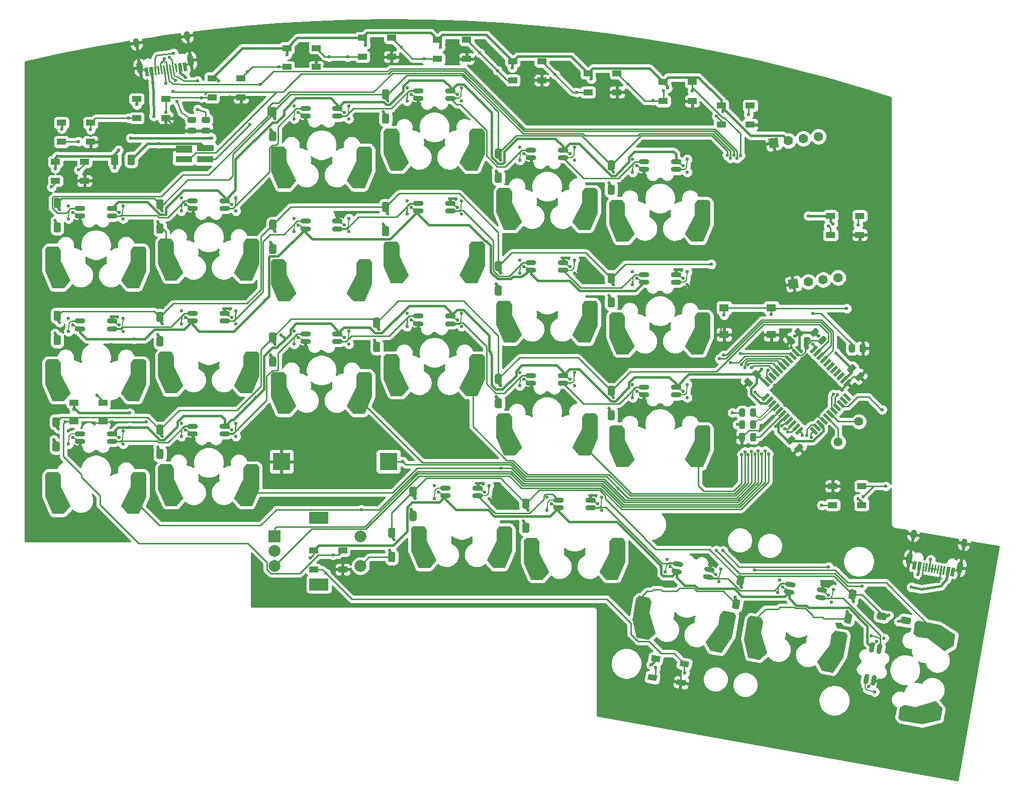
<source format=gbr>
%TF.GenerationSoftware,KiCad,Pcbnew,5.1.9*%
%TF.CreationDate,2021-05-15T18:24:56-05:00*%
%TF.ProjectId,nightwing,6e696768-7477-4696-9e67-2e6b69636164,rev?*%
%TF.SameCoordinates,Original*%
%TF.FileFunction,Copper,L1,Top*%
%TF.FilePolarity,Positive*%
%FSLAX46Y46*%
G04 Gerber Fmt 4.6, Leading zero omitted, Abs format (unit mm)*
G04 Created by KiCad (PCBNEW 5.1.9) date 2021-05-15 18:24:56*
%MOMM*%
%LPD*%
G01*
G04 APERTURE LIST*
%TA.AperFunction,SMDPad,CuDef*%
%ADD10R,1.550000X1.300000*%
%TD*%
%TA.AperFunction,ComponentPad*%
%ADD11C,1.600000*%
%TD*%
%TA.AperFunction,ComponentPad*%
%ADD12C,0.100000*%
%TD*%
%TA.AperFunction,SMDPad,CuDef*%
%ADD13C,0.100000*%
%TD*%
%TA.AperFunction,ComponentPad*%
%ADD14R,2.000000X2.000000*%
%TD*%
%TA.AperFunction,ComponentPad*%
%ADD15C,2.000000*%
%TD*%
%TA.AperFunction,WasherPad*%
%ADD16R,3.200000X2.000000*%
%TD*%
%TA.AperFunction,SMDPad,CuDef*%
%ADD17R,1.500000X1.000000*%
%TD*%
%TA.AperFunction,ComponentPad*%
%ADD18C,0.500000*%
%TD*%
%TA.AperFunction,ComponentPad*%
%ADD19C,0.800000*%
%TD*%
%TA.AperFunction,SMDPad,CuDef*%
%ADD20R,2.150000X2.500000*%
%TD*%
%TA.AperFunction,SMDPad,CuDef*%
%ADD21R,2.350000X2.500000*%
%TD*%
%TA.AperFunction,SMDPad,CuDef*%
%ADD22R,3.000000X3.000000*%
%TD*%
%TA.AperFunction,SMDPad,CuDef*%
%ADD23R,2.800000X1.200000*%
%TD*%
%TA.AperFunction,SMDPad,CuDef*%
%ADD24R,2.800000X1.000000*%
%TD*%
%TA.AperFunction,ComponentPad*%
%ADD25C,1.500000*%
%TD*%
%TA.AperFunction,ComponentPad*%
%ADD26C,0.600000*%
%TD*%
%TA.AperFunction,SMDPad,CuDef*%
%ADD27O,1.800000X0.820000*%
%TD*%
%TA.AperFunction,ViaPad*%
%ADD28C,0.600000*%
%TD*%
%TA.AperFunction,Conductor*%
%ADD29C,0.250000*%
%TD*%
%TA.AperFunction,Conductor*%
%ADD30C,0.450000*%
%TD*%
%TA.AperFunction,Conductor*%
%ADD31C,0.200000*%
%TD*%
%TA.AperFunction,Conductor*%
%ADD32C,0.400000*%
%TD*%
%TA.AperFunction,Conductor*%
%ADD33C,0.254000*%
%TD*%
%TA.AperFunction,Conductor*%
%ADD34C,0.100000*%
%TD*%
G04 APERTURE END LIST*
D10*
%TO.P,RESET_SW1,2*%
%TO.N,GND*%
X130035000Y-58460000D03*
%TO.P,RESET_SW1,1*%
%TO.N,RESET*%
X130035000Y-53960000D03*
X137985000Y-53960000D03*
%TO.P,RESET_SW1,2*%
%TO.N,GND*%
X137985000Y-58460000D03*
%TD*%
D11*
%TO.P,J3,4*%
%TO.N,SDA*%
X149242999Y-48852967D03*
%TO.P,J3,3*%
%TO.N,SCL*%
X146727718Y-49206467D03*
%TO.P,J3,2*%
%TO.N,+5V*%
X144212437Y-49559967D03*
%TA.AperFunction,ComponentPad*%
D12*
%TO.P,J3,1*%
%TO.N,GND*%
G36*
X142378032Y-49009913D02*
G01*
X142600709Y-50594342D01*
X141016280Y-50817019D01*
X140793603Y-49232590D01*
X142378032Y-49009913D01*
G37*
%TD.AperFunction*%
D11*
%TO.P,J3,2*%
%TO.N,+5V*%
X140872282Y-25793533D03*
%TO.P,J3,4*%
%TO.N,SDA*%
X145902844Y-25086534D03*
%TO.P,J3,3*%
%TO.N,SCL*%
X143387563Y-25440033D03*
%TA.AperFunction,ComponentPad*%
D12*
%TO.P,J3,1*%
%TO.N,GND*%
G36*
X137676125Y-27050586D02*
G01*
X137453448Y-25466157D01*
X139037877Y-25243480D01*
X139260554Y-26827909D01*
X137676125Y-27050586D01*
G37*
%TD.AperFunction*%
%TD*%
%TA.AperFunction,SMDPad,CuDef*%
D13*
%TO.P,U3,44*%
%TO.N,+5V*%
G36*
X137795848Y-66943794D02*
G01*
X137406940Y-67332702D01*
X136346280Y-66272042D01*
X136735188Y-65883134D01*
X137795848Y-66943794D01*
G37*
%TD.AperFunction*%
%TA.AperFunction,SMDPad,CuDef*%
%TO.P,U3,43*%
%TO.N,GND*%
G36*
X138361534Y-66378109D02*
G01*
X137972626Y-66767017D01*
X136911966Y-65706357D01*
X137300874Y-65317449D01*
X138361534Y-66378109D01*
G37*
%TD.AperFunction*%
%TA.AperFunction,SMDPad,CuDef*%
%TO.P,U3,42*%
%TO.N,Net-(U3-Pad42)*%
G36*
X138927219Y-65812424D02*
G01*
X138538311Y-66201332D01*
X137477651Y-65140672D01*
X137866559Y-64751764D01*
X138927219Y-65812424D01*
G37*
%TD.AperFunction*%
%TA.AperFunction,SMDPad,CuDef*%
%TO.P,U3,41*%
%TO.N,COL2*%
G36*
X139492904Y-65246738D02*
G01*
X139103996Y-65635646D01*
X138043336Y-64574986D01*
X138432244Y-64186078D01*
X139492904Y-65246738D01*
G37*
%TD.AperFunction*%
%TA.AperFunction,SMDPad,CuDef*%
%TO.P,U3,40*%
%TO.N,COL3*%
G36*
X140058590Y-64681053D02*
G01*
X139669682Y-65069961D01*
X138609022Y-64009301D01*
X138997930Y-63620393D01*
X140058590Y-64681053D01*
G37*
%TD.AperFunction*%
%TA.AperFunction,SMDPad,CuDef*%
%TO.P,U3,39*%
%TO.N,COL4*%
G36*
X140624275Y-64115367D02*
G01*
X140235367Y-64504275D01*
X139174707Y-63443615D01*
X139563615Y-63054707D01*
X140624275Y-64115367D01*
G37*
%TD.AperFunction*%
%TA.AperFunction,SMDPad,CuDef*%
%TO.P,U3,38*%
%TO.N,COL5*%
G36*
X141189961Y-63549682D02*
G01*
X140801053Y-63938590D01*
X139740393Y-62877930D01*
X140129301Y-62489022D01*
X141189961Y-63549682D01*
G37*
%TD.AperFunction*%
%TA.AperFunction,SMDPad,CuDef*%
%TO.P,U3,37*%
%TO.N,SK_LED*%
G36*
X141755646Y-62983996D02*
G01*
X141366738Y-63372904D01*
X140306078Y-62312244D01*
X140694986Y-61923336D01*
X141755646Y-62983996D01*
G37*
%TD.AperFunction*%
%TA.AperFunction,SMDPad,CuDef*%
%TO.P,U3,36*%
%TO.N,WS_LED*%
G36*
X142321332Y-62418311D02*
G01*
X141932424Y-62807219D01*
X140871764Y-61746559D01*
X141260672Y-61357651D01*
X142321332Y-62418311D01*
G37*
%TD.AperFunction*%
%TA.AperFunction,SMDPad,CuDef*%
%TO.P,U3,35*%
%TO.N,GND*%
G36*
X142887017Y-61852626D02*
G01*
X142498109Y-62241534D01*
X141437449Y-61180874D01*
X141826357Y-60791966D01*
X142887017Y-61852626D01*
G37*
%TD.AperFunction*%
%TA.AperFunction,SMDPad,CuDef*%
%TO.P,U3,34*%
%TO.N,+5V*%
G36*
X143452702Y-61286940D02*
G01*
X143063794Y-61675848D01*
X142003134Y-60615188D01*
X142392042Y-60226280D01*
X143452702Y-61286940D01*
G37*
%TD.AperFunction*%
%TA.AperFunction,SMDPad,CuDef*%
%TO.P,U3,33*%
%TO.N,Net-(R2-Pad2)*%
G36*
X144796206Y-61675848D02*
G01*
X144407298Y-61286940D01*
X145467958Y-60226280D01*
X145856866Y-60615188D01*
X144796206Y-61675848D01*
G37*
%TD.AperFunction*%
%TA.AperFunction,SMDPad,CuDef*%
%TO.P,U3,32*%
%TO.N,ROW2*%
G36*
X145361891Y-62241534D02*
G01*
X144972983Y-61852626D01*
X146033643Y-60791966D01*
X146422551Y-61180874D01*
X145361891Y-62241534D01*
G37*
%TD.AperFunction*%
%TA.AperFunction,SMDPad,CuDef*%
%TO.P,U3,31*%
%TO.N,ROW1*%
G36*
X145927576Y-62807219D02*
G01*
X145538668Y-62418311D01*
X146599328Y-61357651D01*
X146988236Y-61746559D01*
X145927576Y-62807219D01*
G37*
%TD.AperFunction*%
%TA.AperFunction,SMDPad,CuDef*%
%TO.P,U3,30*%
%TO.N,ROW0*%
G36*
X146493262Y-63372904D02*
G01*
X146104354Y-62983996D01*
X147165014Y-61923336D01*
X147553922Y-62312244D01*
X146493262Y-63372904D01*
G37*
%TD.AperFunction*%
%TA.AperFunction,SMDPad,CuDef*%
%TO.P,U3,29*%
%TO.N,Net-(U3-Pad29)*%
G36*
X147058947Y-63938590D02*
G01*
X146670039Y-63549682D01*
X147730699Y-62489022D01*
X148119607Y-62877930D01*
X147058947Y-63938590D01*
G37*
%TD.AperFunction*%
%TA.AperFunction,SMDPad,CuDef*%
%TO.P,U3,28*%
%TO.N,Net-(U3-Pad28)*%
G36*
X147624633Y-64504275D02*
G01*
X147235725Y-64115367D01*
X148296385Y-63054707D01*
X148685293Y-63443615D01*
X147624633Y-64504275D01*
G37*
%TD.AperFunction*%
%TA.AperFunction,SMDPad,CuDef*%
%TO.P,U3,27*%
%TO.N,Net-(U3-Pad27)*%
G36*
X148190318Y-65069961D02*
G01*
X147801410Y-64681053D01*
X148862070Y-63620393D01*
X149250978Y-64009301D01*
X148190318Y-65069961D01*
G37*
%TD.AperFunction*%
%TA.AperFunction,SMDPad,CuDef*%
%TO.P,U3,26*%
%TO.N,Net-(U3-Pad26)*%
G36*
X148756004Y-65635646D02*
G01*
X148367096Y-65246738D01*
X149427756Y-64186078D01*
X149816664Y-64574986D01*
X148756004Y-65635646D01*
G37*
%TD.AperFunction*%
%TA.AperFunction,SMDPad,CuDef*%
%TO.P,U3,25*%
%TO.N,Net-(U3-Pad25)*%
G36*
X149321689Y-66201332D02*
G01*
X148932781Y-65812424D01*
X149993441Y-64751764D01*
X150382349Y-65140672D01*
X149321689Y-66201332D01*
G37*
%TD.AperFunction*%
%TA.AperFunction,SMDPad,CuDef*%
%TO.P,U3,24*%
%TO.N,+5V*%
G36*
X149887374Y-66767017D02*
G01*
X149498466Y-66378109D01*
X150559126Y-65317449D01*
X150948034Y-65706357D01*
X149887374Y-66767017D01*
G37*
%TD.AperFunction*%
%TA.AperFunction,SMDPad,CuDef*%
%TO.P,U3,23*%
%TO.N,GND*%
G36*
X150453060Y-67332702D02*
G01*
X150064152Y-66943794D01*
X151124812Y-65883134D01*
X151513720Y-66272042D01*
X150453060Y-67332702D01*
G37*
%TD.AperFunction*%
%TA.AperFunction,SMDPad,CuDef*%
%TO.P,U3,22*%
%TO.N,Net-(U3-Pad22)*%
G36*
X151513720Y-69347958D02*
G01*
X151124812Y-69736866D01*
X150064152Y-68676206D01*
X150453060Y-68287298D01*
X151513720Y-69347958D01*
G37*
%TD.AperFunction*%
%TA.AperFunction,SMDPad,CuDef*%
%TO.P,U3,21*%
%TO.N,Net-(U3-Pad21)*%
G36*
X150948034Y-69913643D02*
G01*
X150559126Y-70302551D01*
X149498466Y-69241891D01*
X149887374Y-68852983D01*
X150948034Y-69913643D01*
G37*
%TD.AperFunction*%
%TA.AperFunction,SMDPad,CuDef*%
%TO.P,U3,20*%
%TO.N,RX*%
G36*
X150382349Y-70479328D02*
G01*
X149993441Y-70868236D01*
X148932781Y-69807576D01*
X149321689Y-69418668D01*
X150382349Y-70479328D01*
G37*
%TD.AperFunction*%
%TA.AperFunction,SMDPad,CuDef*%
%TO.P,U3,19*%
%TO.N,SDA*%
G36*
X149816664Y-71045014D02*
G01*
X149427756Y-71433922D01*
X148367096Y-70373262D01*
X148756004Y-69984354D01*
X149816664Y-71045014D01*
G37*
%TD.AperFunction*%
%TA.AperFunction,SMDPad,CuDef*%
%TO.P,U3,18*%
%TO.N,SCL*%
G36*
X149250978Y-71610699D02*
G01*
X148862070Y-71999607D01*
X147801410Y-70938947D01*
X148190318Y-70550039D01*
X149250978Y-71610699D01*
G37*
%TD.AperFunction*%
%TA.AperFunction,SMDPad,CuDef*%
%TO.P,U3,17*%
%TO.N,XTAL1*%
G36*
X148685293Y-72176385D02*
G01*
X148296385Y-72565293D01*
X147235725Y-71504633D01*
X147624633Y-71115725D01*
X148685293Y-72176385D01*
G37*
%TD.AperFunction*%
%TA.AperFunction,SMDPad,CuDef*%
%TO.P,U3,16*%
%TO.N,XTAL2*%
G36*
X148119607Y-72742070D02*
G01*
X147730699Y-73130978D01*
X146670039Y-72070318D01*
X147058947Y-71681410D01*
X148119607Y-72742070D01*
G37*
%TD.AperFunction*%
%TA.AperFunction,SMDPad,CuDef*%
%TO.P,U3,15*%
%TO.N,GND*%
G36*
X147553922Y-73307756D02*
G01*
X147165014Y-73696664D01*
X146104354Y-72636004D01*
X146493262Y-72247096D01*
X147553922Y-73307756D01*
G37*
%TD.AperFunction*%
%TA.AperFunction,SMDPad,CuDef*%
%TO.P,U3,14*%
%TO.N,+5V*%
G36*
X146988236Y-73873441D02*
G01*
X146599328Y-74262349D01*
X145538668Y-73201689D01*
X145927576Y-72812781D01*
X146988236Y-73873441D01*
G37*
%TD.AperFunction*%
%TA.AperFunction,SMDPad,CuDef*%
%TO.P,U3,13*%
%TO.N,RESET*%
G36*
X146422551Y-74439126D02*
G01*
X146033643Y-74828034D01*
X144972983Y-73767374D01*
X145361891Y-73378466D01*
X146422551Y-74439126D01*
G37*
%TD.AperFunction*%
%TA.AperFunction,SMDPad,CuDef*%
%TO.P,U3,12*%
%TO.N,ROW3*%
G36*
X145856866Y-75004812D02*
G01*
X145467958Y-75393720D01*
X144407298Y-74333060D01*
X144796206Y-73944152D01*
X145856866Y-75004812D01*
G37*
%TD.AperFunction*%
%TA.AperFunction,SMDPad,CuDef*%
%TO.P,U3,11*%
%TO.N,ROT_B*%
G36*
X142392042Y-75393720D02*
G01*
X142003134Y-75004812D01*
X143063794Y-73944152D01*
X143452702Y-74333060D01*
X142392042Y-75393720D01*
G37*
%TD.AperFunction*%
%TA.AperFunction,SMDPad,CuDef*%
%TO.P,U3,10*%
%TO.N,ROT_A*%
G36*
X141826357Y-74828034D02*
G01*
X141437449Y-74439126D01*
X142498109Y-73378466D01*
X142887017Y-73767374D01*
X141826357Y-74828034D01*
G37*
%TD.AperFunction*%
%TA.AperFunction,SMDPad,CuDef*%
%TO.P,U3,9*%
%TO.N,COL0*%
G36*
X141260672Y-74262349D02*
G01*
X140871764Y-73873441D01*
X141932424Y-72812781D01*
X142321332Y-73201689D01*
X141260672Y-74262349D01*
G37*
%TD.AperFunction*%
%TA.AperFunction,SMDPad,CuDef*%
%TO.P,U3,8*%
%TO.N,COL1*%
G36*
X140694986Y-73696664D02*
G01*
X140306078Y-73307756D01*
X141366738Y-72247096D01*
X141755646Y-72636004D01*
X140694986Y-73696664D01*
G37*
%TD.AperFunction*%
%TA.AperFunction,SMDPad,CuDef*%
%TO.P,U3,7*%
%TO.N,+5V*%
G36*
X140129301Y-73130978D02*
G01*
X139740393Y-72742070D01*
X140801053Y-71681410D01*
X141189961Y-72070318D01*
X140129301Y-73130978D01*
G37*
%TD.AperFunction*%
%TA.AperFunction,SMDPad,CuDef*%
%TO.P,U3,6*%
%TO.N,Net-(C10-Pad1)*%
G36*
X139563615Y-72565293D02*
G01*
X139174707Y-72176385D01*
X140235367Y-71115725D01*
X140624275Y-71504633D01*
X139563615Y-72565293D01*
G37*
%TD.AperFunction*%
%TA.AperFunction,SMDPad,CuDef*%
%TO.P,U3,5*%
%TO.N,GND*%
G36*
X138997930Y-71999607D02*
G01*
X138609022Y-71610699D01*
X139669682Y-70550039D01*
X140058590Y-70938947D01*
X138997930Y-71999607D01*
G37*
%TD.AperFunction*%
%TA.AperFunction,SMDPad,CuDef*%
%TO.P,U3,4*%
%TO.N,D+*%
G36*
X138432244Y-71433922D02*
G01*
X138043336Y-71045014D01*
X139103996Y-69984354D01*
X139492904Y-70373262D01*
X138432244Y-71433922D01*
G37*
%TD.AperFunction*%
%TA.AperFunction,SMDPad,CuDef*%
%TO.P,U3,3*%
%TO.N,D-*%
G36*
X137866559Y-70868236D02*
G01*
X137477651Y-70479328D01*
X138538311Y-69418668D01*
X138927219Y-69807576D01*
X137866559Y-70868236D01*
G37*
%TD.AperFunction*%
%TA.AperFunction,SMDPad,CuDef*%
%TO.P,U3,2*%
%TO.N,+5V*%
G36*
X137300874Y-70302551D02*
G01*
X136911966Y-69913643D01*
X137972626Y-68852983D01*
X138361534Y-69241891D01*
X137300874Y-70302551D01*
G37*
%TD.AperFunction*%
%TA.AperFunction,SMDPad,CuDef*%
%TO.P,U3,1*%
%TO.N,BUZZER*%
G36*
X136735188Y-69736866D02*
G01*
X136346280Y-69347958D01*
X137406940Y-68287298D01*
X137795848Y-68676206D01*
X136735188Y-69736866D01*
G37*
%TD.AperFunction*%
%TD*%
%TA.AperFunction,SMDPad,CuDef*%
%TO.P,J1,A8*%
%TO.N,N/C*%
G36*
X34727480Y-14648421D02*
G01*
X34525679Y-13212533D01*
X34822760Y-13170781D01*
X35024561Y-14606669D01*
X34727480Y-14648421D01*
G37*
%TD.AperFunction*%
%TA.AperFunction,SMDPad,CuDef*%
%TO.P,J1,B8*%
G36*
X37698284Y-14230901D02*
G01*
X37496483Y-12795013D01*
X37793564Y-12753261D01*
X37995365Y-14189149D01*
X37698284Y-14230901D01*
G37*
%TD.AperFunction*%
%TO.P,J1,S1*%
%TO.N,GND*%
%TA.AperFunction,ComponentPad*%
G36*
G01*
X31479292Y-8924779D02*
X31562796Y-9518939D01*
G75*
G02*
X31137249Y-10083660I-495134J-69587D01*
G01*
X31137249Y-10083660D01*
G75*
G02*
X30572528Y-9658113I-69587J495134D01*
G01*
X30489024Y-9063953D01*
G75*
G02*
X30914571Y-8499232I495134J69587D01*
G01*
X30914571Y-8499232D01*
G75*
G02*
X31479292Y-8924779I69587J-495134D01*
G01*
G37*
%TD.AperFunction*%
%TA.AperFunction,ComponentPad*%
G36*
G01*
X40035208Y-7722324D02*
X40118712Y-8316484D01*
G75*
G02*
X39693165Y-8881205I-495134J-69587D01*
G01*
X39693165Y-8881205D01*
G75*
G02*
X39128444Y-8455658I-69587J495134D01*
G01*
X39044940Y-7861498D01*
G75*
G02*
X39470487Y-7296777I495134J69587D01*
G01*
X39470487Y-7296777D01*
G75*
G02*
X40035208Y-7722324I69587J-495134D01*
G01*
G37*
%TD.AperFunction*%
%TA.AperFunction,ComponentPad*%
G36*
G01*
X40582159Y-11614077D02*
X40735249Y-12703371D01*
G75*
G02*
X40309702Y-13268092I-495134J-69587D01*
G01*
X40309702Y-13268092D01*
G75*
G02*
X39744981Y-12842545I-69587J495134D01*
G01*
X39591891Y-11753251D01*
G75*
G02*
X40017438Y-11188530I495134J69587D01*
G01*
X40017438Y-11188530D01*
G75*
G02*
X40582159Y-11614077I69587J-495134D01*
G01*
G37*
%TD.AperFunction*%
%TA.AperFunction,ComponentPad*%
G36*
G01*
X32026243Y-12816533D02*
X32179333Y-13905827D01*
G75*
G02*
X31753786Y-14470548I-495134J-69587D01*
G01*
X31753786Y-14470548D01*
G75*
G02*
X31189065Y-14045001I-69587J495134D01*
G01*
X31035975Y-12955707D01*
G75*
G02*
X31461522Y-12390986I495134J69587D01*
G01*
X31461522Y-12390986D01*
G75*
G02*
X32026243Y-12816533I69587J-495134D01*
G01*
G37*
%TD.AperFunction*%
%TA.AperFunction,SMDPad,CuDef*%
%TO.P,J1,A6*%
%TO.N,DP*%
G36*
X36308162Y-12962021D02*
G01*
X36509963Y-14397909D01*
X36212882Y-14439661D01*
X36011081Y-13003773D01*
X36308162Y-12962021D01*
G37*
%TD.AperFunction*%
%TA.AperFunction,SMDPad,CuDef*%
%TO.P,J1,B5*%
%TO.N,Net-(J1-PadB5)*%
G36*
X34327626Y-13240367D02*
G01*
X34529427Y-14676255D01*
X34232346Y-14718007D01*
X34030545Y-13282119D01*
X34327626Y-13240367D01*
G37*
%TD.AperFunction*%
%TA.AperFunction,SMDPad,CuDef*%
%TO.P,J1,B6*%
%TO.N,DP*%
G36*
X35317894Y-13101194D02*
G01*
X35519695Y-14537082D01*
X35222614Y-14578834D01*
X35020813Y-13142946D01*
X35317894Y-13101194D01*
G37*
%TD.AperFunction*%
%TA.AperFunction,SMDPad,CuDef*%
%TO.P,J1,A7*%
%TO.N,DN*%
G36*
X35813028Y-13031608D02*
G01*
X36014829Y-14467496D01*
X35717748Y-14509248D01*
X35515947Y-13073360D01*
X35813028Y-13031608D01*
G37*
%TD.AperFunction*%
%TA.AperFunction,SMDPad,CuDef*%
%TO.P,J1,B7*%
G36*
X36803296Y-12892435D02*
G01*
X37005097Y-14328323D01*
X36708016Y-14370075D01*
X36506215Y-12934187D01*
X36803296Y-12892435D01*
G37*
%TD.AperFunction*%
%TA.AperFunction,SMDPad,CuDef*%
%TO.P,J1,A5*%
%TO.N,Net-(J1-PadA5)*%
G36*
X37298430Y-12822848D02*
G01*
X37500231Y-14258736D01*
X37203150Y-14300488D01*
X37001349Y-12864600D01*
X37298430Y-12822848D01*
G37*
%TD.AperFunction*%
%TA.AperFunction,SMDPad,CuDef*%
%TO.P,J1,B4*%
%TO.N,VCC*%
G36*
X33782978Y-13316912D02*
G01*
X33984779Y-14752800D01*
X33390618Y-14836304D01*
X33188817Y-13400416D01*
X33782978Y-13316912D01*
G37*
%TD.AperFunction*%
%TA.AperFunction,SMDPad,CuDef*%
%TO.P,J1,A4*%
G36*
X38635292Y-12634964D02*
G01*
X38837093Y-14070852D01*
X38242932Y-14154356D01*
X38041131Y-12718468D01*
X38635292Y-12634964D01*
G37*
%TD.AperFunction*%
%TA.AperFunction,SMDPad,CuDef*%
%TO.P,J1,A1*%
%TO.N,GND*%
G36*
X39427506Y-12523626D02*
G01*
X39629307Y-13959514D01*
X39035146Y-14043018D01*
X38833345Y-12607130D01*
X39427506Y-12523626D01*
G37*
%TD.AperFunction*%
%TA.AperFunction,SMDPad,CuDef*%
%TO.P,J1,B1*%
G36*
X32990764Y-13428251D02*
G01*
X33192565Y-14864139D01*
X32598404Y-14947643D01*
X32396603Y-13511755D01*
X32990764Y-13428251D01*
G37*
%TD.AperFunction*%
%TD*%
D14*
%TO.P,SW19,A*%
%TO.N,ROT_A*%
X54290000Y-92470000D03*
D15*
%TO.P,SW19,C*%
%TO.N,GND*%
X54290000Y-94970000D03*
%TO.P,SW19,B*%
%TO.N,ROT_B*%
X54290000Y-97470000D03*
D16*
%TO.P,SW19,*%
%TO.N,*%
X61790000Y-89370000D03*
X61790000Y-100570000D03*
D15*
%TO.P,SW19,S2*%
%TO.N,COL0*%
X68790000Y-92470000D03*
%TO.P,SW19,S1*%
%TO.N,Net-(D19-Pad2)*%
X68790000Y-97470000D03*
%TD*%
D17*
%TO.P,L39,4*%
%TO.N,Net-(L38-Pad2)*%
X134448592Y-19868521D03*
%TO.P,L39,2*%
%TO.N,Net-(L39-Pad2)*%
X129548592Y-23068521D03*
%TO.P,L39,1*%
%TO.N,+5V*%
X129548592Y-19868521D03*
%TO.P,L39,3*%
%TO.N,GND*%
X134448592Y-23068521D03*
%TD*%
%TO.P,L38,4*%
%TO.N,Net-(L37-Pad2)*%
X152880000Y-38460000D03*
%TO.P,L38,2*%
%TO.N,Net-(L38-Pad2)*%
X147980000Y-41660000D03*
%TO.P,L38,1*%
%TO.N,+5V*%
X147980000Y-38460000D03*
%TO.P,L38,3*%
%TO.N,GND*%
X152880000Y-41660000D03*
%TD*%
%TO.P,L37,4*%
%TO.N,Net-(L36-Pad2)*%
X148310000Y-87200000D03*
%TO.P,L37,2*%
%TO.N,Net-(L37-Pad2)*%
X153210000Y-84000000D03*
%TO.P,L37,1*%
%TO.N,+5V*%
X153210000Y-87200000D03*
%TO.P,L37,3*%
%TO.N,GND*%
X148310000Y-84000000D03*
%TD*%
%TA.AperFunction,SMDPad,CuDef*%
D13*
%TO.P,L36,4*%
%TO.N,Net-(L35-Pad2)*%
G36*
X122520149Y-114335686D02*
G01*
X122693797Y-113350878D01*
X124171009Y-113611350D01*
X123997361Y-114596158D01*
X122520149Y-114335686D01*
G37*
%TD.AperFunction*%
%TA.AperFunction,SMDPad,CuDef*%
%TO.P,L36,2*%
%TO.N,Net-(L36-Pad2)*%
G36*
X117138917Y-116636194D02*
G01*
X117312565Y-115651386D01*
X118789777Y-115911858D01*
X118616129Y-116896666D01*
X117138917Y-116636194D01*
G37*
%TD.AperFunction*%
%TA.AperFunction,SMDPad,CuDef*%
%TO.P,L36,1*%
%TO.N,+5V*%
G36*
X117694591Y-113484810D02*
G01*
X117868239Y-112500002D01*
X119345451Y-112760474D01*
X119171803Y-113745282D01*
X117694591Y-113484810D01*
G37*
%TD.AperFunction*%
%TA.AperFunction,SMDPad,CuDef*%
%TO.P,L36,3*%
%TO.N,GND*%
G36*
X121964475Y-117487070D02*
G01*
X122138123Y-116502262D01*
X123615335Y-116762734D01*
X123441687Y-117747542D01*
X121964475Y-117487070D01*
G37*
%TD.AperFunction*%
%TD*%
D17*
%TO.P,L35,4*%
%TO.N,Net-(L34-Pad2)*%
X65824324Y-94867721D03*
%TO.P,L35,2*%
%TO.N,Net-(L35-Pad2)*%
X60924324Y-98067721D03*
%TO.P,L35,1*%
%TO.N,+5V*%
X60924324Y-94867721D03*
%TO.P,L35,3*%
%TO.N,GND*%
X65824324Y-98067721D03*
%TD*%
%TO.P,L34,4*%
%TO.N,Net-(L33-Pad2)*%
X25418505Y-69930487D03*
%TO.P,L34,2*%
%TO.N,Net-(L34-Pad2)*%
X20518505Y-73130487D03*
%TO.P,L34,1*%
%TO.N,+5V*%
X20518505Y-69930487D03*
%TO.P,L34,3*%
%TO.N,GND*%
X25418505Y-73130487D03*
%TD*%
%TO.P,L33,4*%
%TO.N,Net-(L32-Pad2)*%
X22324788Y-29337170D03*
%TO.P,L33,2*%
%TO.N,Net-(L33-Pad2)*%
X17424788Y-32537170D03*
%TO.P,L33,1*%
%TO.N,+5V*%
X17424788Y-29337170D03*
%TO.P,L33,3*%
%TO.N,GND*%
X22324788Y-32537170D03*
%TD*%
%TO.P,L32,2*%
%TO.N,Net-(L32-Pad2)*%
X18435000Y-25958641D03*
%TO.P,L32,3*%
%TO.N,GND*%
X23335000Y-25958641D03*
%TO.P,L32,1*%
%TO.N,+5V*%
X18435000Y-22758641D03*
%TO.P,L32,4*%
%TO.N,Net-(L31-Pad2)*%
X23335000Y-22758641D03*
%TD*%
%TO.P,L31,2*%
%TO.N,Net-(L31-Pad2)*%
X31105000Y-21958641D03*
%TO.P,L31,3*%
%TO.N,GND*%
X36005000Y-21958641D03*
%TO.P,L31,1*%
%TO.N,+5V*%
X31105000Y-18758641D03*
%TO.P,L31,4*%
%TO.N,Net-(L30-Pad2)*%
X36005000Y-18758641D03*
%TD*%
%TO.P,L30,2*%
%TO.N,Net-(L30-Pad2)*%
X43775000Y-18458641D03*
%TO.P,L30,3*%
%TO.N,GND*%
X48675000Y-18458641D03*
%TO.P,L30,1*%
%TO.N,+5V*%
X43775000Y-15258641D03*
%TO.P,L30,4*%
%TO.N,Net-(L29-Pad2)*%
X48675000Y-15258641D03*
%TD*%
%TO.P,L29,2*%
%TO.N,Net-(L29-Pad2)*%
X56435000Y-13358641D03*
%TO.P,L29,3*%
%TO.N,GND*%
X61335000Y-13358641D03*
%TO.P,L29,1*%
%TO.N,+5V*%
X56435000Y-10158641D03*
%TO.P,L29,4*%
%TO.N,Net-(L28-Pad2)*%
X61335000Y-10158641D03*
%TD*%
%TO.P,L28,2*%
%TO.N,Net-(L28-Pad2)*%
X69105000Y-11630000D03*
%TO.P,L28,3*%
%TO.N,GND*%
X74005000Y-11630000D03*
%TO.P,L28,1*%
%TO.N,+5V*%
X69105000Y-8430000D03*
%TO.P,L28,4*%
%TO.N,Net-(L27-Pad2)*%
X74005000Y-8430000D03*
%TD*%
%TO.P,L27,2*%
%TO.N,Net-(L27-Pad2)*%
X81775000Y-11970000D03*
%TO.P,L27,3*%
%TO.N,GND*%
X86675000Y-11970000D03*
%TO.P,L27,1*%
%TO.N,+5V*%
X81775000Y-8770000D03*
%TO.P,L27,4*%
%TO.N,Net-(L26-Pad2)*%
X86675000Y-8770000D03*
%TD*%
%TO.P,L26,2*%
%TO.N,Net-(L26-Pad2)*%
X94435000Y-15600000D03*
%TO.P,L26,3*%
%TO.N,GND*%
X99335000Y-15600000D03*
%TO.P,L26,1*%
%TO.N,+5V*%
X94435000Y-12400000D03*
%TO.P,L26,4*%
%TO.N,Net-(L25-Pad2)*%
X99335000Y-12400000D03*
%TD*%
%TO.P,L25,2*%
%TO.N,Net-(L25-Pad2)*%
X107105000Y-17600000D03*
%TO.P,L25,3*%
%TO.N,GND*%
X112005000Y-17600000D03*
%TO.P,L25,1*%
%TO.N,+5V*%
X107105000Y-14400000D03*
%TO.P,L25,4*%
%TO.N,Net-(L24-Pad2)*%
X112005000Y-14400000D03*
%TD*%
%TO.P,L24,2*%
%TO.N,Net-(L24-Pad2)*%
X119775000Y-19100000D03*
%TO.P,L24,3*%
%TO.N,GND*%
X124675000Y-19100000D03*
%TO.P,L24,1*%
%TO.N,+5V*%
X119775000Y-15900000D03*
%TO.P,L24,4*%
%TO.N,WS_LED*%
X124675000Y-15900000D03*
%TD*%
%TO.P,R5,1*%
%TO.N,D-*%
%TA.AperFunction,SMDPad,CuDef*%
G36*
G01*
X135425000Y-71167111D02*
X135425000Y-72067115D01*
G75*
G02*
X135175002Y-72317113I-249998J0D01*
G01*
X134649998Y-72317113D01*
G75*
G02*
X134400000Y-72067115I0J249998D01*
G01*
X134400000Y-71167111D01*
G75*
G02*
X134649998Y-70917113I249998J0D01*
G01*
X135175002Y-70917113D01*
G75*
G02*
X135425000Y-71167111I0J-249998D01*
G01*
G37*
%TD.AperFunction*%
%TO.P,R5,2*%
%TO.N,DN*%
%TA.AperFunction,SMDPad,CuDef*%
G36*
G01*
X133600000Y-71167111D02*
X133600000Y-72067115D01*
G75*
G02*
X133350002Y-72317113I-249998J0D01*
G01*
X132824998Y-72317113D01*
G75*
G02*
X132575000Y-72067115I0J249998D01*
G01*
X132575000Y-71167111D01*
G75*
G02*
X132824998Y-70917113I249998J0D01*
G01*
X133350002Y-70917113D01*
G75*
G02*
X133600000Y-71167111I0J-249998D01*
G01*
G37*
%TD.AperFunction*%
%TD*%
%TO.P,R7,1*%
%TO.N,D+*%
%TA.AperFunction,SMDPad,CuDef*%
G36*
G01*
X135425000Y-73193779D02*
X135425000Y-74093783D01*
G75*
G02*
X135175002Y-74343781I-249998J0D01*
G01*
X134649998Y-74343781D01*
G75*
G02*
X134400000Y-74093783I0J249998D01*
G01*
X134400000Y-73193779D01*
G75*
G02*
X134649998Y-72943781I249998J0D01*
G01*
X135175002Y-72943781D01*
G75*
G02*
X135425000Y-73193779I0J-249998D01*
G01*
G37*
%TD.AperFunction*%
%TO.P,R7,2*%
%TO.N,DP*%
%TA.AperFunction,SMDPad,CuDef*%
G36*
G01*
X133600000Y-73193779D02*
X133600000Y-74093783D01*
G75*
G02*
X133350002Y-74343781I-249998J0D01*
G01*
X132824998Y-74343781D01*
G75*
G02*
X132575000Y-74093783I0J249998D01*
G01*
X132575000Y-73193779D01*
G75*
G02*
X132824998Y-72943781I249998J0D01*
G01*
X133350002Y-72943781D01*
G75*
G02*
X133600000Y-73193779I0J-249998D01*
G01*
G37*
%TD.AperFunction*%
%TD*%
%TO.P,R3,2*%
%TO.N,Net-(J1-PadA5)*%
%TA.AperFunction,SMDPad,CuDef*%
G36*
G01*
X43199546Y-22787498D02*
X42299542Y-22787498D01*
G75*
G02*
X42049544Y-22537500I0J249998D01*
G01*
X42049544Y-22012496D01*
G75*
G02*
X42299542Y-21762498I249998J0D01*
G01*
X43199546Y-21762498D01*
G75*
G02*
X43449544Y-22012496I0J-249998D01*
G01*
X43449544Y-22537500D01*
G75*
G02*
X43199546Y-22787498I-249998J0D01*
G01*
G37*
%TD.AperFunction*%
%TO.P,R3,1*%
%TO.N,GND*%
%TA.AperFunction,SMDPad,CuDef*%
G36*
G01*
X43199546Y-24612498D02*
X42299542Y-24612498D01*
G75*
G02*
X42049544Y-24362500I0J249998D01*
G01*
X42049544Y-23837496D01*
G75*
G02*
X42299542Y-23587498I249998J0D01*
G01*
X43199546Y-23587498D01*
G75*
G02*
X43449544Y-23837496I0J-249998D01*
G01*
X43449544Y-24362500D01*
G75*
G02*
X43199546Y-24612498I-249998J0D01*
G01*
G37*
%TD.AperFunction*%
%TD*%
%TO.P,R4,1*%
%TO.N,GND*%
%TA.AperFunction,SMDPad,CuDef*%
G36*
G01*
X40855821Y-24612498D02*
X39955817Y-24612498D01*
G75*
G02*
X39705819Y-24362500I0J249998D01*
G01*
X39705819Y-23837496D01*
G75*
G02*
X39955817Y-23587498I249998J0D01*
G01*
X40855821Y-23587498D01*
G75*
G02*
X41105819Y-23837496I0J-249998D01*
G01*
X41105819Y-24362500D01*
G75*
G02*
X40855821Y-24612498I-249998J0D01*
G01*
G37*
%TD.AperFunction*%
%TO.P,R4,2*%
%TO.N,Net-(J1-PadB5)*%
%TA.AperFunction,SMDPad,CuDef*%
G36*
G01*
X40855821Y-22787498D02*
X39955817Y-22787498D01*
G75*
G02*
X39705819Y-22537500I0J249998D01*
G01*
X39705819Y-22012496D01*
G75*
G02*
X39955817Y-21762498I249998J0D01*
G01*
X40855821Y-21762498D01*
G75*
G02*
X41105819Y-22012496I0J-249998D01*
G01*
X41105819Y-22537500D01*
G75*
G02*
X40855821Y-22787498I-249998J0D01*
G01*
G37*
%TD.AperFunction*%
%TD*%
%TO.P,D1,2*%
%TO.N,Net-(D1-Pad2)*%
%TA.AperFunction,SMDPad,CuDef*%
G36*
G01*
X17425000Y-39541500D02*
X18025000Y-39541500D01*
G75*
G02*
X18325000Y-39841500I0J-300000D01*
G01*
X18325000Y-40942500D01*
G75*
G02*
X18025000Y-41242500I-300000J0D01*
G01*
X17425000Y-41242500D01*
G75*
G02*
X17125000Y-40942500I0J300000D01*
G01*
X17125000Y-39841500D01*
G75*
G02*
X17425000Y-39541500I300000J0D01*
G01*
G37*
%TD.AperFunction*%
%TO.P,D1,1*%
%TO.N,ROW0*%
%TA.AperFunction,SMDPad,CuDef*%
G36*
G01*
X17425000Y-35439500D02*
X18025000Y-35439500D01*
G75*
G02*
X18325000Y-35739500I0J-300000D01*
G01*
X18325000Y-36840500D01*
G75*
G02*
X18025000Y-37140500I-300000J0D01*
G01*
X17425000Y-37140500D01*
G75*
G02*
X17125000Y-36840500I0J300000D01*
G01*
X17125000Y-35739500D01*
G75*
G02*
X17425000Y-35439500I300000J0D01*
G01*
G37*
%TD.AperFunction*%
D18*
X18106000Y-37452000D03*
%TO.P,D1,2*%
%TO.N,Net-(D1-Pad2)*%
X17344000Y-39211000D03*
%TA.AperFunction,SMDPad,CuDef*%
D13*
G36*
X17972666Y-40027080D02*
G01*
X17968159Y-40051086D01*
X17961330Y-40074536D01*
X17952245Y-40097208D01*
X17940992Y-40118887D01*
X17927677Y-40139363D01*
X17912427Y-40158442D01*
X17895388Y-40175942D01*
X17876723Y-40191697D01*
X17856609Y-40205554D01*
X17835240Y-40217382D01*
X17812818Y-40227068D01*
X17789558Y-40234521D01*
X17765681Y-40239668D01*
X17741416Y-40242461D01*
X17716995Y-40242872D01*
X17692650Y-40240898D01*
X17668614Y-40236558D01*
X17645116Y-40229894D01*
X17622380Y-40220967D01*
X17600625Y-40209866D01*
X17580055Y-40196694D01*
X17560870Y-40181578D01*
X17543252Y-40164661D01*
X17527368Y-40146107D01*
X17513371Y-40126090D01*
X17501393Y-40104803D01*
X17120393Y-39342803D01*
X17118853Y-39339670D01*
X17109324Y-39317182D01*
X17102034Y-39293870D01*
X17097054Y-39269959D01*
X17094431Y-39245675D01*
X17094190Y-39221251D01*
X17096334Y-39196920D01*
X17100841Y-39172915D01*
X17107670Y-39149464D01*
X17116755Y-39126792D01*
X17128008Y-39105113D01*
X17141323Y-39084637D01*
X17156573Y-39065558D01*
X17173613Y-39048058D01*
X17192277Y-39032303D01*
X17212391Y-39018447D01*
X17233760Y-39006618D01*
X17256182Y-38996932D01*
X17279442Y-38989479D01*
X17303319Y-38984332D01*
X17327584Y-38981539D01*
X17352005Y-38981128D01*
X17376350Y-38983102D01*
X17400386Y-38987442D01*
X17423884Y-38994106D01*
X17446620Y-39003033D01*
X17468375Y-39014134D01*
X17488945Y-39027306D01*
X17508130Y-39042422D01*
X17525748Y-39059339D01*
X17541632Y-39077893D01*
X17555630Y-39097910D01*
X17567607Y-39119197D01*
X17948607Y-39881197D01*
X17950147Y-39884330D01*
X17959676Y-39906818D01*
X17966966Y-39930130D01*
X17971946Y-39954042D01*
X17974569Y-39978325D01*
X17974810Y-40002749D01*
X17972666Y-40027080D01*
G37*
%TD.AperFunction*%
%TA.AperFunction,SMDPad,CuDef*%
%TO.P,D1,1*%
%TO.N,ROW0*%
G36*
X18353666Y-37486080D02*
G01*
X18349159Y-37510086D01*
X18342330Y-37533536D01*
X18333245Y-37556208D01*
X18321992Y-37577887D01*
X18308677Y-37598363D01*
X18293427Y-37617442D01*
X18276388Y-37634942D01*
X18257723Y-37650697D01*
X18237609Y-37664554D01*
X18216240Y-37676382D01*
X18193818Y-37686068D01*
X18170558Y-37693521D01*
X18146681Y-37698668D01*
X18122416Y-37701461D01*
X18097995Y-37701872D01*
X18073650Y-37699898D01*
X18049614Y-37695558D01*
X18026116Y-37688894D01*
X18003380Y-37679967D01*
X17981625Y-37668866D01*
X17961055Y-37655694D01*
X17941870Y-37640578D01*
X17924252Y-37623661D01*
X17908368Y-37605107D01*
X17894371Y-37585090D01*
X17882393Y-37563803D01*
X17501393Y-36801803D01*
X17499853Y-36798670D01*
X17490324Y-36776182D01*
X17483034Y-36752870D01*
X17478054Y-36728959D01*
X17475431Y-36704675D01*
X17475190Y-36680251D01*
X17477334Y-36655920D01*
X17481841Y-36631915D01*
X17488670Y-36608464D01*
X17497755Y-36585792D01*
X17509008Y-36564113D01*
X17522323Y-36543637D01*
X17537573Y-36524558D01*
X17554613Y-36507058D01*
X17573277Y-36491303D01*
X17593391Y-36477447D01*
X17614760Y-36465618D01*
X17637182Y-36455932D01*
X17660442Y-36448479D01*
X17684319Y-36443332D01*
X17708584Y-36440539D01*
X17733005Y-36440128D01*
X17757350Y-36442102D01*
X17781386Y-36446442D01*
X17804884Y-36453106D01*
X17827620Y-36462033D01*
X17849375Y-36473134D01*
X17869945Y-36486306D01*
X17889130Y-36501422D01*
X17906748Y-36518339D01*
X17922632Y-36536893D01*
X17936630Y-36556910D01*
X17948607Y-36578197D01*
X18329607Y-37340197D01*
X18331147Y-37343330D01*
X18340676Y-37365818D01*
X18347966Y-37389130D01*
X18352946Y-37413042D01*
X18355569Y-37437325D01*
X18355810Y-37461749D01*
X18353666Y-37486080D01*
G37*
%TD.AperFunction*%
%TD*%
%TO.P,D2,2*%
%TO.N,Net-(D2-Pad2)*%
%TA.AperFunction,SMDPad,CuDef*%
G36*
G01*
X34725000Y-39741500D02*
X35325000Y-39741500D01*
G75*
G02*
X35625000Y-40041500I0J-300000D01*
G01*
X35625000Y-41142500D01*
G75*
G02*
X35325000Y-41442500I-300000J0D01*
G01*
X34725000Y-41442500D01*
G75*
G02*
X34425000Y-41142500I0J300000D01*
G01*
X34425000Y-40041500D01*
G75*
G02*
X34725000Y-39741500I300000J0D01*
G01*
G37*
%TD.AperFunction*%
%TO.P,D2,1*%
%TO.N,ROW0*%
%TA.AperFunction,SMDPad,CuDef*%
G36*
G01*
X34725000Y-35639500D02*
X35325000Y-35639500D01*
G75*
G02*
X35625000Y-35939500I0J-300000D01*
G01*
X35625000Y-37040500D01*
G75*
G02*
X35325000Y-37340500I-300000J0D01*
G01*
X34725000Y-37340500D01*
G75*
G02*
X34425000Y-37040500I0J300000D01*
G01*
X34425000Y-35939500D01*
G75*
G02*
X34725000Y-35639500I300000J0D01*
G01*
G37*
%TD.AperFunction*%
D18*
X35406000Y-37652000D03*
%TO.P,D2,2*%
%TO.N,Net-(D2-Pad2)*%
X34644000Y-39411000D03*
%TA.AperFunction,SMDPad,CuDef*%
D13*
G36*
X35272666Y-40227080D02*
G01*
X35268159Y-40251086D01*
X35261330Y-40274536D01*
X35252245Y-40297208D01*
X35240992Y-40318887D01*
X35227677Y-40339363D01*
X35212427Y-40358442D01*
X35195388Y-40375942D01*
X35176723Y-40391697D01*
X35156609Y-40405554D01*
X35135240Y-40417382D01*
X35112818Y-40427068D01*
X35089558Y-40434521D01*
X35065681Y-40439668D01*
X35041416Y-40442461D01*
X35016995Y-40442872D01*
X34992650Y-40440898D01*
X34968614Y-40436558D01*
X34945116Y-40429894D01*
X34922380Y-40420967D01*
X34900625Y-40409866D01*
X34880055Y-40396694D01*
X34860870Y-40381578D01*
X34843252Y-40364661D01*
X34827368Y-40346107D01*
X34813371Y-40326090D01*
X34801393Y-40304803D01*
X34420393Y-39542803D01*
X34418853Y-39539670D01*
X34409324Y-39517182D01*
X34402034Y-39493870D01*
X34397054Y-39469959D01*
X34394431Y-39445675D01*
X34394190Y-39421251D01*
X34396334Y-39396920D01*
X34400841Y-39372915D01*
X34407670Y-39349464D01*
X34416755Y-39326792D01*
X34428008Y-39305113D01*
X34441323Y-39284637D01*
X34456573Y-39265558D01*
X34473613Y-39248058D01*
X34492277Y-39232303D01*
X34512391Y-39218447D01*
X34533760Y-39206618D01*
X34556182Y-39196932D01*
X34579442Y-39189479D01*
X34603319Y-39184332D01*
X34627584Y-39181539D01*
X34652005Y-39181128D01*
X34676350Y-39183102D01*
X34700386Y-39187442D01*
X34723884Y-39194106D01*
X34746620Y-39203033D01*
X34768375Y-39214134D01*
X34788945Y-39227306D01*
X34808130Y-39242422D01*
X34825748Y-39259339D01*
X34841632Y-39277893D01*
X34855630Y-39297910D01*
X34867607Y-39319197D01*
X35248607Y-40081197D01*
X35250147Y-40084330D01*
X35259676Y-40106818D01*
X35266966Y-40130130D01*
X35271946Y-40154042D01*
X35274569Y-40178325D01*
X35274810Y-40202749D01*
X35272666Y-40227080D01*
G37*
%TD.AperFunction*%
%TA.AperFunction,SMDPad,CuDef*%
%TO.P,D2,1*%
%TO.N,ROW0*%
G36*
X35653666Y-37686080D02*
G01*
X35649159Y-37710086D01*
X35642330Y-37733536D01*
X35633245Y-37756208D01*
X35621992Y-37777887D01*
X35608677Y-37798363D01*
X35593427Y-37817442D01*
X35576388Y-37834942D01*
X35557723Y-37850697D01*
X35537609Y-37864554D01*
X35516240Y-37876382D01*
X35493818Y-37886068D01*
X35470558Y-37893521D01*
X35446681Y-37898668D01*
X35422416Y-37901461D01*
X35397995Y-37901872D01*
X35373650Y-37899898D01*
X35349614Y-37895558D01*
X35326116Y-37888894D01*
X35303380Y-37879967D01*
X35281625Y-37868866D01*
X35261055Y-37855694D01*
X35241870Y-37840578D01*
X35224252Y-37823661D01*
X35208368Y-37805107D01*
X35194371Y-37785090D01*
X35182393Y-37763803D01*
X34801393Y-37001803D01*
X34799853Y-36998670D01*
X34790324Y-36976182D01*
X34783034Y-36952870D01*
X34778054Y-36928959D01*
X34775431Y-36904675D01*
X34775190Y-36880251D01*
X34777334Y-36855920D01*
X34781841Y-36831915D01*
X34788670Y-36808464D01*
X34797755Y-36785792D01*
X34809008Y-36764113D01*
X34822323Y-36743637D01*
X34837573Y-36724558D01*
X34854613Y-36707058D01*
X34873277Y-36691303D01*
X34893391Y-36677447D01*
X34914760Y-36665618D01*
X34937182Y-36655932D01*
X34960442Y-36648479D01*
X34984319Y-36643332D01*
X35008584Y-36640539D01*
X35033005Y-36640128D01*
X35057350Y-36642102D01*
X35081386Y-36646442D01*
X35104884Y-36653106D01*
X35127620Y-36662033D01*
X35149375Y-36673134D01*
X35169945Y-36686306D01*
X35189130Y-36701422D01*
X35206748Y-36718339D01*
X35222632Y-36736893D01*
X35236630Y-36756910D01*
X35248607Y-36778197D01*
X35629607Y-37540197D01*
X35631147Y-37543330D01*
X35640676Y-37565818D01*
X35647966Y-37589130D01*
X35652946Y-37613042D01*
X35655569Y-37637325D01*
X35655810Y-37661749D01*
X35653666Y-37686080D01*
G37*
%TD.AperFunction*%
%TD*%
%TO.P,D3,2*%
%TO.N,Net-(D3-Pad2)*%
%TA.AperFunction,SMDPad,CuDef*%
G36*
G01*
X53725000Y-24191500D02*
X54325000Y-24191500D01*
G75*
G02*
X54625000Y-24491500I0J-300000D01*
G01*
X54625000Y-25592500D01*
G75*
G02*
X54325000Y-25892500I-300000J0D01*
G01*
X53725000Y-25892500D01*
G75*
G02*
X53425000Y-25592500I0J300000D01*
G01*
X53425000Y-24491500D01*
G75*
G02*
X53725000Y-24191500I300000J0D01*
G01*
G37*
%TD.AperFunction*%
%TO.P,D3,1*%
%TO.N,ROW0*%
%TA.AperFunction,SMDPad,CuDef*%
G36*
G01*
X53725000Y-20089500D02*
X54325000Y-20089500D01*
G75*
G02*
X54625000Y-20389500I0J-300000D01*
G01*
X54625000Y-21490500D01*
G75*
G02*
X54325000Y-21790500I-300000J0D01*
G01*
X53725000Y-21790500D01*
G75*
G02*
X53425000Y-21490500I0J300000D01*
G01*
X53425000Y-20389500D01*
G75*
G02*
X53725000Y-20089500I300000J0D01*
G01*
G37*
%TD.AperFunction*%
D18*
X54406000Y-22102000D03*
%TO.P,D3,2*%
%TO.N,Net-(D3-Pad2)*%
X53644000Y-23861000D03*
%TA.AperFunction,SMDPad,CuDef*%
D13*
G36*
X54272666Y-24677080D02*
G01*
X54268159Y-24701086D01*
X54261330Y-24724536D01*
X54252245Y-24747208D01*
X54240992Y-24768887D01*
X54227677Y-24789363D01*
X54212427Y-24808442D01*
X54195388Y-24825942D01*
X54176723Y-24841697D01*
X54156609Y-24855554D01*
X54135240Y-24867382D01*
X54112818Y-24877068D01*
X54089558Y-24884521D01*
X54065681Y-24889668D01*
X54041416Y-24892461D01*
X54016995Y-24892872D01*
X53992650Y-24890898D01*
X53968614Y-24886558D01*
X53945116Y-24879894D01*
X53922380Y-24870967D01*
X53900625Y-24859866D01*
X53880055Y-24846694D01*
X53860870Y-24831578D01*
X53843252Y-24814661D01*
X53827368Y-24796107D01*
X53813371Y-24776090D01*
X53801393Y-24754803D01*
X53420393Y-23992803D01*
X53418853Y-23989670D01*
X53409324Y-23967182D01*
X53402034Y-23943870D01*
X53397054Y-23919959D01*
X53394431Y-23895675D01*
X53394190Y-23871251D01*
X53396334Y-23846920D01*
X53400841Y-23822915D01*
X53407670Y-23799464D01*
X53416755Y-23776792D01*
X53428008Y-23755113D01*
X53441323Y-23734637D01*
X53456573Y-23715558D01*
X53473613Y-23698058D01*
X53492277Y-23682303D01*
X53512391Y-23668447D01*
X53533760Y-23656618D01*
X53556182Y-23646932D01*
X53579442Y-23639479D01*
X53603319Y-23634332D01*
X53627584Y-23631539D01*
X53652005Y-23631128D01*
X53676350Y-23633102D01*
X53700386Y-23637442D01*
X53723884Y-23644106D01*
X53746620Y-23653033D01*
X53768375Y-23664134D01*
X53788945Y-23677306D01*
X53808130Y-23692422D01*
X53825748Y-23709339D01*
X53841632Y-23727893D01*
X53855630Y-23747910D01*
X53867607Y-23769197D01*
X54248607Y-24531197D01*
X54250147Y-24534330D01*
X54259676Y-24556818D01*
X54266966Y-24580130D01*
X54271946Y-24604042D01*
X54274569Y-24628325D01*
X54274810Y-24652749D01*
X54272666Y-24677080D01*
G37*
%TD.AperFunction*%
%TA.AperFunction,SMDPad,CuDef*%
%TO.P,D3,1*%
%TO.N,ROW0*%
G36*
X54653666Y-22136080D02*
G01*
X54649159Y-22160086D01*
X54642330Y-22183536D01*
X54633245Y-22206208D01*
X54621992Y-22227887D01*
X54608677Y-22248363D01*
X54593427Y-22267442D01*
X54576388Y-22284942D01*
X54557723Y-22300697D01*
X54537609Y-22314554D01*
X54516240Y-22326382D01*
X54493818Y-22336068D01*
X54470558Y-22343521D01*
X54446681Y-22348668D01*
X54422416Y-22351461D01*
X54397995Y-22351872D01*
X54373650Y-22349898D01*
X54349614Y-22345558D01*
X54326116Y-22338894D01*
X54303380Y-22329967D01*
X54281625Y-22318866D01*
X54261055Y-22305694D01*
X54241870Y-22290578D01*
X54224252Y-22273661D01*
X54208368Y-22255107D01*
X54194371Y-22235090D01*
X54182393Y-22213803D01*
X53801393Y-21451803D01*
X53799853Y-21448670D01*
X53790324Y-21426182D01*
X53783034Y-21402870D01*
X53778054Y-21378959D01*
X53775431Y-21354675D01*
X53775190Y-21330251D01*
X53777334Y-21305920D01*
X53781841Y-21281915D01*
X53788670Y-21258464D01*
X53797755Y-21235792D01*
X53809008Y-21214113D01*
X53822323Y-21193637D01*
X53837573Y-21174558D01*
X53854613Y-21157058D01*
X53873277Y-21141303D01*
X53893391Y-21127447D01*
X53914760Y-21115618D01*
X53937182Y-21105932D01*
X53960442Y-21098479D01*
X53984319Y-21093332D01*
X54008584Y-21090539D01*
X54033005Y-21090128D01*
X54057350Y-21092102D01*
X54081386Y-21096442D01*
X54104884Y-21103106D01*
X54127620Y-21112033D01*
X54149375Y-21123134D01*
X54169945Y-21136306D01*
X54189130Y-21151422D01*
X54206748Y-21168339D01*
X54222632Y-21186893D01*
X54236630Y-21206910D01*
X54248607Y-21228197D01*
X54629607Y-21990197D01*
X54631147Y-21993330D01*
X54640676Y-22015818D01*
X54647966Y-22039130D01*
X54652946Y-22063042D01*
X54655569Y-22087325D01*
X54655810Y-22111749D01*
X54653666Y-22136080D01*
G37*
%TD.AperFunction*%
%TD*%
%TO.P,D4,2*%
%TO.N,Net-(D4-Pad2)*%
%TA.AperFunction,SMDPad,CuDef*%
G36*
G01*
X72725000Y-21191500D02*
X73325000Y-21191500D01*
G75*
G02*
X73625000Y-21491500I0J-300000D01*
G01*
X73625000Y-22592500D01*
G75*
G02*
X73325000Y-22892500I-300000J0D01*
G01*
X72725000Y-22892500D01*
G75*
G02*
X72425000Y-22592500I0J300000D01*
G01*
X72425000Y-21491500D01*
G75*
G02*
X72725000Y-21191500I300000J0D01*
G01*
G37*
%TD.AperFunction*%
%TO.P,D4,1*%
%TO.N,ROW0*%
%TA.AperFunction,SMDPad,CuDef*%
G36*
G01*
X72725000Y-17089500D02*
X73325000Y-17089500D01*
G75*
G02*
X73625000Y-17389500I0J-300000D01*
G01*
X73625000Y-18490500D01*
G75*
G02*
X73325000Y-18790500I-300000J0D01*
G01*
X72725000Y-18790500D01*
G75*
G02*
X72425000Y-18490500I0J300000D01*
G01*
X72425000Y-17389500D01*
G75*
G02*
X72725000Y-17089500I300000J0D01*
G01*
G37*
%TD.AperFunction*%
D18*
X73406000Y-19102000D03*
%TO.P,D4,2*%
%TO.N,Net-(D4-Pad2)*%
X72644000Y-20861000D03*
%TA.AperFunction,SMDPad,CuDef*%
D13*
G36*
X73272666Y-21677080D02*
G01*
X73268159Y-21701086D01*
X73261330Y-21724536D01*
X73252245Y-21747208D01*
X73240992Y-21768887D01*
X73227677Y-21789363D01*
X73212427Y-21808442D01*
X73195388Y-21825942D01*
X73176723Y-21841697D01*
X73156609Y-21855554D01*
X73135240Y-21867382D01*
X73112818Y-21877068D01*
X73089558Y-21884521D01*
X73065681Y-21889668D01*
X73041416Y-21892461D01*
X73016995Y-21892872D01*
X72992650Y-21890898D01*
X72968614Y-21886558D01*
X72945116Y-21879894D01*
X72922380Y-21870967D01*
X72900625Y-21859866D01*
X72880055Y-21846694D01*
X72860870Y-21831578D01*
X72843252Y-21814661D01*
X72827368Y-21796107D01*
X72813371Y-21776090D01*
X72801393Y-21754803D01*
X72420393Y-20992803D01*
X72418853Y-20989670D01*
X72409324Y-20967182D01*
X72402034Y-20943870D01*
X72397054Y-20919959D01*
X72394431Y-20895675D01*
X72394190Y-20871251D01*
X72396334Y-20846920D01*
X72400841Y-20822915D01*
X72407670Y-20799464D01*
X72416755Y-20776792D01*
X72428008Y-20755113D01*
X72441323Y-20734637D01*
X72456573Y-20715558D01*
X72473613Y-20698058D01*
X72492277Y-20682303D01*
X72512391Y-20668447D01*
X72533760Y-20656618D01*
X72556182Y-20646932D01*
X72579442Y-20639479D01*
X72603319Y-20634332D01*
X72627584Y-20631539D01*
X72652005Y-20631128D01*
X72676350Y-20633102D01*
X72700386Y-20637442D01*
X72723884Y-20644106D01*
X72746620Y-20653033D01*
X72768375Y-20664134D01*
X72788945Y-20677306D01*
X72808130Y-20692422D01*
X72825748Y-20709339D01*
X72841632Y-20727893D01*
X72855630Y-20747910D01*
X72867607Y-20769197D01*
X73248607Y-21531197D01*
X73250147Y-21534330D01*
X73259676Y-21556818D01*
X73266966Y-21580130D01*
X73271946Y-21604042D01*
X73274569Y-21628325D01*
X73274810Y-21652749D01*
X73272666Y-21677080D01*
G37*
%TD.AperFunction*%
%TA.AperFunction,SMDPad,CuDef*%
%TO.P,D4,1*%
%TO.N,ROW0*%
G36*
X73653666Y-19136080D02*
G01*
X73649159Y-19160086D01*
X73642330Y-19183536D01*
X73633245Y-19206208D01*
X73621992Y-19227887D01*
X73608677Y-19248363D01*
X73593427Y-19267442D01*
X73576388Y-19284942D01*
X73557723Y-19300697D01*
X73537609Y-19314554D01*
X73516240Y-19326382D01*
X73493818Y-19336068D01*
X73470558Y-19343521D01*
X73446681Y-19348668D01*
X73422416Y-19351461D01*
X73397995Y-19351872D01*
X73373650Y-19349898D01*
X73349614Y-19345558D01*
X73326116Y-19338894D01*
X73303380Y-19329967D01*
X73281625Y-19318866D01*
X73261055Y-19305694D01*
X73241870Y-19290578D01*
X73224252Y-19273661D01*
X73208368Y-19255107D01*
X73194371Y-19235090D01*
X73182393Y-19213803D01*
X72801393Y-18451803D01*
X72799853Y-18448670D01*
X72790324Y-18426182D01*
X72783034Y-18402870D01*
X72778054Y-18378959D01*
X72775431Y-18354675D01*
X72775190Y-18330251D01*
X72777334Y-18305920D01*
X72781841Y-18281915D01*
X72788670Y-18258464D01*
X72797755Y-18235792D01*
X72809008Y-18214113D01*
X72822323Y-18193637D01*
X72837573Y-18174558D01*
X72854613Y-18157058D01*
X72873277Y-18141303D01*
X72893391Y-18127447D01*
X72914760Y-18115618D01*
X72937182Y-18105932D01*
X72960442Y-18098479D01*
X72984319Y-18093332D01*
X73008584Y-18090539D01*
X73033005Y-18090128D01*
X73057350Y-18092102D01*
X73081386Y-18096442D01*
X73104884Y-18103106D01*
X73127620Y-18112033D01*
X73149375Y-18123134D01*
X73169945Y-18136306D01*
X73189130Y-18151422D01*
X73206748Y-18168339D01*
X73222632Y-18186893D01*
X73236630Y-18206910D01*
X73248607Y-18228197D01*
X73629607Y-18990197D01*
X73631147Y-18993330D01*
X73640676Y-19015818D01*
X73647966Y-19039130D01*
X73652946Y-19063042D01*
X73655569Y-19087325D01*
X73655810Y-19111749D01*
X73653666Y-19136080D01*
G37*
%TD.AperFunction*%
%TD*%
%TO.P,D5,2*%
%TO.N,Net-(D5-Pad2)*%
%TA.AperFunction,SMDPad,CuDef*%
G36*
G01*
X91725000Y-31191500D02*
X92325000Y-31191500D01*
G75*
G02*
X92625000Y-31491500I0J-300000D01*
G01*
X92625000Y-32592500D01*
G75*
G02*
X92325000Y-32892500I-300000J0D01*
G01*
X91725000Y-32892500D01*
G75*
G02*
X91425000Y-32592500I0J300000D01*
G01*
X91425000Y-31491500D01*
G75*
G02*
X91725000Y-31191500I300000J0D01*
G01*
G37*
%TD.AperFunction*%
%TO.P,D5,1*%
%TO.N,ROW0*%
%TA.AperFunction,SMDPad,CuDef*%
G36*
G01*
X91725000Y-27089500D02*
X92325000Y-27089500D01*
G75*
G02*
X92625000Y-27389500I0J-300000D01*
G01*
X92625000Y-28490500D01*
G75*
G02*
X92325000Y-28790500I-300000J0D01*
G01*
X91725000Y-28790500D01*
G75*
G02*
X91425000Y-28490500I0J300000D01*
G01*
X91425000Y-27389500D01*
G75*
G02*
X91725000Y-27089500I300000J0D01*
G01*
G37*
%TD.AperFunction*%
D18*
X92406000Y-29102000D03*
%TO.P,D5,2*%
%TO.N,Net-(D5-Pad2)*%
X91644000Y-30861000D03*
%TA.AperFunction,SMDPad,CuDef*%
D13*
G36*
X92272666Y-31677080D02*
G01*
X92268159Y-31701086D01*
X92261330Y-31724536D01*
X92252245Y-31747208D01*
X92240992Y-31768887D01*
X92227677Y-31789363D01*
X92212427Y-31808442D01*
X92195388Y-31825942D01*
X92176723Y-31841697D01*
X92156609Y-31855554D01*
X92135240Y-31867382D01*
X92112818Y-31877068D01*
X92089558Y-31884521D01*
X92065681Y-31889668D01*
X92041416Y-31892461D01*
X92016995Y-31892872D01*
X91992650Y-31890898D01*
X91968614Y-31886558D01*
X91945116Y-31879894D01*
X91922380Y-31870967D01*
X91900625Y-31859866D01*
X91880055Y-31846694D01*
X91860870Y-31831578D01*
X91843252Y-31814661D01*
X91827368Y-31796107D01*
X91813371Y-31776090D01*
X91801393Y-31754803D01*
X91420393Y-30992803D01*
X91418853Y-30989670D01*
X91409324Y-30967182D01*
X91402034Y-30943870D01*
X91397054Y-30919959D01*
X91394431Y-30895675D01*
X91394190Y-30871251D01*
X91396334Y-30846920D01*
X91400841Y-30822915D01*
X91407670Y-30799464D01*
X91416755Y-30776792D01*
X91428008Y-30755113D01*
X91441323Y-30734637D01*
X91456573Y-30715558D01*
X91473613Y-30698058D01*
X91492277Y-30682303D01*
X91512391Y-30668447D01*
X91533760Y-30656618D01*
X91556182Y-30646932D01*
X91579442Y-30639479D01*
X91603319Y-30634332D01*
X91627584Y-30631539D01*
X91652005Y-30631128D01*
X91676350Y-30633102D01*
X91700386Y-30637442D01*
X91723884Y-30644106D01*
X91746620Y-30653033D01*
X91768375Y-30664134D01*
X91788945Y-30677306D01*
X91808130Y-30692422D01*
X91825748Y-30709339D01*
X91841632Y-30727893D01*
X91855630Y-30747910D01*
X91867607Y-30769197D01*
X92248607Y-31531197D01*
X92250147Y-31534330D01*
X92259676Y-31556818D01*
X92266966Y-31580130D01*
X92271946Y-31604042D01*
X92274569Y-31628325D01*
X92274810Y-31652749D01*
X92272666Y-31677080D01*
G37*
%TD.AperFunction*%
%TA.AperFunction,SMDPad,CuDef*%
%TO.P,D5,1*%
%TO.N,ROW0*%
G36*
X92653666Y-29136080D02*
G01*
X92649159Y-29160086D01*
X92642330Y-29183536D01*
X92633245Y-29206208D01*
X92621992Y-29227887D01*
X92608677Y-29248363D01*
X92593427Y-29267442D01*
X92576388Y-29284942D01*
X92557723Y-29300697D01*
X92537609Y-29314554D01*
X92516240Y-29326382D01*
X92493818Y-29336068D01*
X92470558Y-29343521D01*
X92446681Y-29348668D01*
X92422416Y-29351461D01*
X92397995Y-29351872D01*
X92373650Y-29349898D01*
X92349614Y-29345558D01*
X92326116Y-29338894D01*
X92303380Y-29329967D01*
X92281625Y-29318866D01*
X92261055Y-29305694D01*
X92241870Y-29290578D01*
X92224252Y-29273661D01*
X92208368Y-29255107D01*
X92194371Y-29235090D01*
X92182393Y-29213803D01*
X91801393Y-28451803D01*
X91799853Y-28448670D01*
X91790324Y-28426182D01*
X91783034Y-28402870D01*
X91778054Y-28378959D01*
X91775431Y-28354675D01*
X91775190Y-28330251D01*
X91777334Y-28305920D01*
X91781841Y-28281915D01*
X91788670Y-28258464D01*
X91797755Y-28235792D01*
X91809008Y-28214113D01*
X91822323Y-28193637D01*
X91837573Y-28174558D01*
X91854613Y-28157058D01*
X91873277Y-28141303D01*
X91893391Y-28127447D01*
X91914760Y-28115618D01*
X91937182Y-28105932D01*
X91960442Y-28098479D01*
X91984319Y-28093332D01*
X92008584Y-28090539D01*
X92033005Y-28090128D01*
X92057350Y-28092102D01*
X92081386Y-28096442D01*
X92104884Y-28103106D01*
X92127620Y-28112033D01*
X92149375Y-28123134D01*
X92169945Y-28136306D01*
X92189130Y-28151422D01*
X92206748Y-28168339D01*
X92222632Y-28186893D01*
X92236630Y-28206910D01*
X92248607Y-28228197D01*
X92629607Y-28990197D01*
X92631147Y-28993330D01*
X92640676Y-29015818D01*
X92647966Y-29039130D01*
X92652946Y-29063042D01*
X92655569Y-29087325D01*
X92655810Y-29111749D01*
X92653666Y-29136080D01*
G37*
%TD.AperFunction*%
%TD*%
%TO.P,D6,2*%
%TO.N,Net-(D6-Pad2)*%
%TA.AperFunction,SMDPad,CuDef*%
G36*
G01*
X110725000Y-33191500D02*
X111325000Y-33191500D01*
G75*
G02*
X111625000Y-33491500I0J-300000D01*
G01*
X111625000Y-34592500D01*
G75*
G02*
X111325000Y-34892500I-300000J0D01*
G01*
X110725000Y-34892500D01*
G75*
G02*
X110425000Y-34592500I0J300000D01*
G01*
X110425000Y-33491500D01*
G75*
G02*
X110725000Y-33191500I300000J0D01*
G01*
G37*
%TD.AperFunction*%
%TO.P,D6,1*%
%TO.N,ROW0*%
%TA.AperFunction,SMDPad,CuDef*%
G36*
G01*
X110725000Y-29089500D02*
X111325000Y-29089500D01*
G75*
G02*
X111625000Y-29389500I0J-300000D01*
G01*
X111625000Y-30490500D01*
G75*
G02*
X111325000Y-30790500I-300000J0D01*
G01*
X110725000Y-30790500D01*
G75*
G02*
X110425000Y-30490500I0J300000D01*
G01*
X110425000Y-29389500D01*
G75*
G02*
X110725000Y-29089500I300000J0D01*
G01*
G37*
%TD.AperFunction*%
D18*
X111406000Y-31102000D03*
%TO.P,D6,2*%
%TO.N,Net-(D6-Pad2)*%
X110644000Y-32861000D03*
%TA.AperFunction,SMDPad,CuDef*%
D13*
G36*
X111272666Y-33677080D02*
G01*
X111268159Y-33701086D01*
X111261330Y-33724536D01*
X111252245Y-33747208D01*
X111240992Y-33768887D01*
X111227677Y-33789363D01*
X111212427Y-33808442D01*
X111195388Y-33825942D01*
X111176723Y-33841697D01*
X111156609Y-33855554D01*
X111135240Y-33867382D01*
X111112818Y-33877068D01*
X111089558Y-33884521D01*
X111065681Y-33889668D01*
X111041416Y-33892461D01*
X111016995Y-33892872D01*
X110992650Y-33890898D01*
X110968614Y-33886558D01*
X110945116Y-33879894D01*
X110922380Y-33870967D01*
X110900625Y-33859866D01*
X110880055Y-33846694D01*
X110860870Y-33831578D01*
X110843252Y-33814661D01*
X110827368Y-33796107D01*
X110813371Y-33776090D01*
X110801393Y-33754803D01*
X110420393Y-32992803D01*
X110418853Y-32989670D01*
X110409324Y-32967182D01*
X110402034Y-32943870D01*
X110397054Y-32919959D01*
X110394431Y-32895675D01*
X110394190Y-32871251D01*
X110396334Y-32846920D01*
X110400841Y-32822915D01*
X110407670Y-32799464D01*
X110416755Y-32776792D01*
X110428008Y-32755113D01*
X110441323Y-32734637D01*
X110456573Y-32715558D01*
X110473613Y-32698058D01*
X110492277Y-32682303D01*
X110512391Y-32668447D01*
X110533760Y-32656618D01*
X110556182Y-32646932D01*
X110579442Y-32639479D01*
X110603319Y-32634332D01*
X110627584Y-32631539D01*
X110652005Y-32631128D01*
X110676350Y-32633102D01*
X110700386Y-32637442D01*
X110723884Y-32644106D01*
X110746620Y-32653033D01*
X110768375Y-32664134D01*
X110788945Y-32677306D01*
X110808130Y-32692422D01*
X110825748Y-32709339D01*
X110841632Y-32727893D01*
X110855630Y-32747910D01*
X110867607Y-32769197D01*
X111248607Y-33531197D01*
X111250147Y-33534330D01*
X111259676Y-33556818D01*
X111266966Y-33580130D01*
X111271946Y-33604042D01*
X111274569Y-33628325D01*
X111274810Y-33652749D01*
X111272666Y-33677080D01*
G37*
%TD.AperFunction*%
%TA.AperFunction,SMDPad,CuDef*%
%TO.P,D6,1*%
%TO.N,ROW0*%
G36*
X111653666Y-31136080D02*
G01*
X111649159Y-31160086D01*
X111642330Y-31183536D01*
X111633245Y-31206208D01*
X111621992Y-31227887D01*
X111608677Y-31248363D01*
X111593427Y-31267442D01*
X111576388Y-31284942D01*
X111557723Y-31300697D01*
X111537609Y-31314554D01*
X111516240Y-31326382D01*
X111493818Y-31336068D01*
X111470558Y-31343521D01*
X111446681Y-31348668D01*
X111422416Y-31351461D01*
X111397995Y-31351872D01*
X111373650Y-31349898D01*
X111349614Y-31345558D01*
X111326116Y-31338894D01*
X111303380Y-31329967D01*
X111281625Y-31318866D01*
X111261055Y-31305694D01*
X111241870Y-31290578D01*
X111224252Y-31273661D01*
X111208368Y-31255107D01*
X111194371Y-31235090D01*
X111182393Y-31213803D01*
X110801393Y-30451803D01*
X110799853Y-30448670D01*
X110790324Y-30426182D01*
X110783034Y-30402870D01*
X110778054Y-30378959D01*
X110775431Y-30354675D01*
X110775190Y-30330251D01*
X110777334Y-30305920D01*
X110781841Y-30281915D01*
X110788670Y-30258464D01*
X110797755Y-30235792D01*
X110809008Y-30214113D01*
X110822323Y-30193637D01*
X110837573Y-30174558D01*
X110854613Y-30157058D01*
X110873277Y-30141303D01*
X110893391Y-30127447D01*
X110914760Y-30115618D01*
X110937182Y-30105932D01*
X110960442Y-30098479D01*
X110984319Y-30093332D01*
X111008584Y-30090539D01*
X111033005Y-30090128D01*
X111057350Y-30092102D01*
X111081386Y-30096442D01*
X111104884Y-30103106D01*
X111127620Y-30112033D01*
X111149375Y-30123134D01*
X111169945Y-30136306D01*
X111189130Y-30151422D01*
X111206748Y-30168339D01*
X111222632Y-30186893D01*
X111236630Y-30206910D01*
X111248607Y-30228197D01*
X111629607Y-30990197D01*
X111631147Y-30993330D01*
X111640676Y-31015818D01*
X111647966Y-31039130D01*
X111652946Y-31063042D01*
X111655569Y-31087325D01*
X111655810Y-31111749D01*
X111653666Y-31136080D01*
G37*
%TD.AperFunction*%
%TD*%
%TO.P,D7,2*%
%TO.N,Net-(D7-Pad2)*%
%TA.AperFunction,SMDPad,CuDef*%
G36*
G01*
X17425000Y-58541500D02*
X18025000Y-58541500D01*
G75*
G02*
X18325000Y-58841500I0J-300000D01*
G01*
X18325000Y-59942500D01*
G75*
G02*
X18025000Y-60242500I-300000J0D01*
G01*
X17425000Y-60242500D01*
G75*
G02*
X17125000Y-59942500I0J300000D01*
G01*
X17125000Y-58841500D01*
G75*
G02*
X17425000Y-58541500I300000J0D01*
G01*
G37*
%TD.AperFunction*%
%TO.P,D7,1*%
%TO.N,ROW1*%
%TA.AperFunction,SMDPad,CuDef*%
G36*
G01*
X17425000Y-54439500D02*
X18025000Y-54439500D01*
G75*
G02*
X18325000Y-54739500I0J-300000D01*
G01*
X18325000Y-55840500D01*
G75*
G02*
X18025000Y-56140500I-300000J0D01*
G01*
X17425000Y-56140500D01*
G75*
G02*
X17125000Y-55840500I0J300000D01*
G01*
X17125000Y-54739500D01*
G75*
G02*
X17425000Y-54439500I300000J0D01*
G01*
G37*
%TD.AperFunction*%
D18*
X18106000Y-56452000D03*
%TO.P,D7,2*%
%TO.N,Net-(D7-Pad2)*%
X17344000Y-58211000D03*
%TA.AperFunction,SMDPad,CuDef*%
D13*
G36*
X17972666Y-59027080D02*
G01*
X17968159Y-59051086D01*
X17961330Y-59074536D01*
X17952245Y-59097208D01*
X17940992Y-59118887D01*
X17927677Y-59139363D01*
X17912427Y-59158442D01*
X17895388Y-59175942D01*
X17876723Y-59191697D01*
X17856609Y-59205554D01*
X17835240Y-59217382D01*
X17812818Y-59227068D01*
X17789558Y-59234521D01*
X17765681Y-59239668D01*
X17741416Y-59242461D01*
X17716995Y-59242872D01*
X17692650Y-59240898D01*
X17668614Y-59236558D01*
X17645116Y-59229894D01*
X17622380Y-59220967D01*
X17600625Y-59209866D01*
X17580055Y-59196694D01*
X17560870Y-59181578D01*
X17543252Y-59164661D01*
X17527368Y-59146107D01*
X17513371Y-59126090D01*
X17501393Y-59104803D01*
X17120393Y-58342803D01*
X17118853Y-58339670D01*
X17109324Y-58317182D01*
X17102034Y-58293870D01*
X17097054Y-58269959D01*
X17094431Y-58245675D01*
X17094190Y-58221251D01*
X17096334Y-58196920D01*
X17100841Y-58172915D01*
X17107670Y-58149464D01*
X17116755Y-58126792D01*
X17128008Y-58105113D01*
X17141323Y-58084637D01*
X17156573Y-58065558D01*
X17173613Y-58048058D01*
X17192277Y-58032303D01*
X17212391Y-58018447D01*
X17233760Y-58006618D01*
X17256182Y-57996932D01*
X17279442Y-57989479D01*
X17303319Y-57984332D01*
X17327584Y-57981539D01*
X17352005Y-57981128D01*
X17376350Y-57983102D01*
X17400386Y-57987442D01*
X17423884Y-57994106D01*
X17446620Y-58003033D01*
X17468375Y-58014134D01*
X17488945Y-58027306D01*
X17508130Y-58042422D01*
X17525748Y-58059339D01*
X17541632Y-58077893D01*
X17555630Y-58097910D01*
X17567607Y-58119197D01*
X17948607Y-58881197D01*
X17950147Y-58884330D01*
X17959676Y-58906818D01*
X17966966Y-58930130D01*
X17971946Y-58954042D01*
X17974569Y-58978325D01*
X17974810Y-59002749D01*
X17972666Y-59027080D01*
G37*
%TD.AperFunction*%
%TA.AperFunction,SMDPad,CuDef*%
%TO.P,D7,1*%
%TO.N,ROW1*%
G36*
X18353666Y-56486080D02*
G01*
X18349159Y-56510086D01*
X18342330Y-56533536D01*
X18333245Y-56556208D01*
X18321992Y-56577887D01*
X18308677Y-56598363D01*
X18293427Y-56617442D01*
X18276388Y-56634942D01*
X18257723Y-56650697D01*
X18237609Y-56664554D01*
X18216240Y-56676382D01*
X18193818Y-56686068D01*
X18170558Y-56693521D01*
X18146681Y-56698668D01*
X18122416Y-56701461D01*
X18097995Y-56701872D01*
X18073650Y-56699898D01*
X18049614Y-56695558D01*
X18026116Y-56688894D01*
X18003380Y-56679967D01*
X17981625Y-56668866D01*
X17961055Y-56655694D01*
X17941870Y-56640578D01*
X17924252Y-56623661D01*
X17908368Y-56605107D01*
X17894371Y-56585090D01*
X17882393Y-56563803D01*
X17501393Y-55801803D01*
X17499853Y-55798670D01*
X17490324Y-55776182D01*
X17483034Y-55752870D01*
X17478054Y-55728959D01*
X17475431Y-55704675D01*
X17475190Y-55680251D01*
X17477334Y-55655920D01*
X17481841Y-55631915D01*
X17488670Y-55608464D01*
X17497755Y-55585792D01*
X17509008Y-55564113D01*
X17522323Y-55543637D01*
X17537573Y-55524558D01*
X17554613Y-55507058D01*
X17573277Y-55491303D01*
X17593391Y-55477447D01*
X17614760Y-55465618D01*
X17637182Y-55455932D01*
X17660442Y-55448479D01*
X17684319Y-55443332D01*
X17708584Y-55440539D01*
X17733005Y-55440128D01*
X17757350Y-55442102D01*
X17781386Y-55446442D01*
X17804884Y-55453106D01*
X17827620Y-55462033D01*
X17849375Y-55473134D01*
X17869945Y-55486306D01*
X17889130Y-55501422D01*
X17906748Y-55518339D01*
X17922632Y-55536893D01*
X17936630Y-55556910D01*
X17948607Y-55578197D01*
X18329607Y-56340197D01*
X18331147Y-56343330D01*
X18340676Y-56365818D01*
X18347966Y-56389130D01*
X18352946Y-56413042D01*
X18355569Y-56437325D01*
X18355810Y-56461749D01*
X18353666Y-56486080D01*
G37*
%TD.AperFunction*%
%TD*%
%TO.P,D8,2*%
%TO.N,Net-(D8-Pad2)*%
%TA.AperFunction,SMDPad,CuDef*%
G36*
G01*
X34725000Y-58741500D02*
X35325000Y-58741500D01*
G75*
G02*
X35625000Y-59041500I0J-300000D01*
G01*
X35625000Y-60142500D01*
G75*
G02*
X35325000Y-60442500I-300000J0D01*
G01*
X34725000Y-60442500D01*
G75*
G02*
X34425000Y-60142500I0J300000D01*
G01*
X34425000Y-59041500D01*
G75*
G02*
X34725000Y-58741500I300000J0D01*
G01*
G37*
%TD.AperFunction*%
%TO.P,D8,1*%
%TO.N,ROW1*%
%TA.AperFunction,SMDPad,CuDef*%
G36*
G01*
X34725000Y-54639500D02*
X35325000Y-54639500D01*
G75*
G02*
X35625000Y-54939500I0J-300000D01*
G01*
X35625000Y-56040500D01*
G75*
G02*
X35325000Y-56340500I-300000J0D01*
G01*
X34725000Y-56340500D01*
G75*
G02*
X34425000Y-56040500I0J300000D01*
G01*
X34425000Y-54939500D01*
G75*
G02*
X34725000Y-54639500I300000J0D01*
G01*
G37*
%TD.AperFunction*%
D18*
X35406000Y-56652000D03*
%TO.P,D8,2*%
%TO.N,Net-(D8-Pad2)*%
X34644000Y-58411000D03*
%TA.AperFunction,SMDPad,CuDef*%
D13*
G36*
X35272666Y-59227080D02*
G01*
X35268159Y-59251086D01*
X35261330Y-59274536D01*
X35252245Y-59297208D01*
X35240992Y-59318887D01*
X35227677Y-59339363D01*
X35212427Y-59358442D01*
X35195388Y-59375942D01*
X35176723Y-59391697D01*
X35156609Y-59405554D01*
X35135240Y-59417382D01*
X35112818Y-59427068D01*
X35089558Y-59434521D01*
X35065681Y-59439668D01*
X35041416Y-59442461D01*
X35016995Y-59442872D01*
X34992650Y-59440898D01*
X34968614Y-59436558D01*
X34945116Y-59429894D01*
X34922380Y-59420967D01*
X34900625Y-59409866D01*
X34880055Y-59396694D01*
X34860870Y-59381578D01*
X34843252Y-59364661D01*
X34827368Y-59346107D01*
X34813371Y-59326090D01*
X34801393Y-59304803D01*
X34420393Y-58542803D01*
X34418853Y-58539670D01*
X34409324Y-58517182D01*
X34402034Y-58493870D01*
X34397054Y-58469959D01*
X34394431Y-58445675D01*
X34394190Y-58421251D01*
X34396334Y-58396920D01*
X34400841Y-58372915D01*
X34407670Y-58349464D01*
X34416755Y-58326792D01*
X34428008Y-58305113D01*
X34441323Y-58284637D01*
X34456573Y-58265558D01*
X34473613Y-58248058D01*
X34492277Y-58232303D01*
X34512391Y-58218447D01*
X34533760Y-58206618D01*
X34556182Y-58196932D01*
X34579442Y-58189479D01*
X34603319Y-58184332D01*
X34627584Y-58181539D01*
X34652005Y-58181128D01*
X34676350Y-58183102D01*
X34700386Y-58187442D01*
X34723884Y-58194106D01*
X34746620Y-58203033D01*
X34768375Y-58214134D01*
X34788945Y-58227306D01*
X34808130Y-58242422D01*
X34825748Y-58259339D01*
X34841632Y-58277893D01*
X34855630Y-58297910D01*
X34867607Y-58319197D01*
X35248607Y-59081197D01*
X35250147Y-59084330D01*
X35259676Y-59106818D01*
X35266966Y-59130130D01*
X35271946Y-59154042D01*
X35274569Y-59178325D01*
X35274810Y-59202749D01*
X35272666Y-59227080D01*
G37*
%TD.AperFunction*%
%TA.AperFunction,SMDPad,CuDef*%
%TO.P,D8,1*%
%TO.N,ROW1*%
G36*
X35653666Y-56686080D02*
G01*
X35649159Y-56710086D01*
X35642330Y-56733536D01*
X35633245Y-56756208D01*
X35621992Y-56777887D01*
X35608677Y-56798363D01*
X35593427Y-56817442D01*
X35576388Y-56834942D01*
X35557723Y-56850697D01*
X35537609Y-56864554D01*
X35516240Y-56876382D01*
X35493818Y-56886068D01*
X35470558Y-56893521D01*
X35446681Y-56898668D01*
X35422416Y-56901461D01*
X35397995Y-56901872D01*
X35373650Y-56899898D01*
X35349614Y-56895558D01*
X35326116Y-56888894D01*
X35303380Y-56879967D01*
X35281625Y-56868866D01*
X35261055Y-56855694D01*
X35241870Y-56840578D01*
X35224252Y-56823661D01*
X35208368Y-56805107D01*
X35194371Y-56785090D01*
X35182393Y-56763803D01*
X34801393Y-56001803D01*
X34799853Y-55998670D01*
X34790324Y-55976182D01*
X34783034Y-55952870D01*
X34778054Y-55928959D01*
X34775431Y-55904675D01*
X34775190Y-55880251D01*
X34777334Y-55855920D01*
X34781841Y-55831915D01*
X34788670Y-55808464D01*
X34797755Y-55785792D01*
X34809008Y-55764113D01*
X34822323Y-55743637D01*
X34837573Y-55724558D01*
X34854613Y-55707058D01*
X34873277Y-55691303D01*
X34893391Y-55677447D01*
X34914760Y-55665618D01*
X34937182Y-55655932D01*
X34960442Y-55648479D01*
X34984319Y-55643332D01*
X35008584Y-55640539D01*
X35033005Y-55640128D01*
X35057350Y-55642102D01*
X35081386Y-55646442D01*
X35104884Y-55653106D01*
X35127620Y-55662033D01*
X35149375Y-55673134D01*
X35169945Y-55686306D01*
X35189130Y-55701422D01*
X35206748Y-55718339D01*
X35222632Y-55736893D01*
X35236630Y-55756910D01*
X35248607Y-55778197D01*
X35629607Y-56540197D01*
X35631147Y-56543330D01*
X35640676Y-56565818D01*
X35647966Y-56589130D01*
X35652946Y-56613042D01*
X35655569Y-56637325D01*
X35655810Y-56661749D01*
X35653666Y-56686080D01*
G37*
%TD.AperFunction*%
%TD*%
%TO.P,D9,2*%
%TO.N,Net-(D9-Pad2)*%
%TA.AperFunction,SMDPad,CuDef*%
G36*
G01*
X53725000Y-43191500D02*
X54325000Y-43191500D01*
G75*
G02*
X54625000Y-43491500I0J-300000D01*
G01*
X54625000Y-44592500D01*
G75*
G02*
X54325000Y-44892500I-300000J0D01*
G01*
X53725000Y-44892500D01*
G75*
G02*
X53425000Y-44592500I0J300000D01*
G01*
X53425000Y-43491500D01*
G75*
G02*
X53725000Y-43191500I300000J0D01*
G01*
G37*
%TD.AperFunction*%
%TO.P,D9,1*%
%TO.N,ROW1*%
%TA.AperFunction,SMDPad,CuDef*%
G36*
G01*
X53725000Y-39089500D02*
X54325000Y-39089500D01*
G75*
G02*
X54625000Y-39389500I0J-300000D01*
G01*
X54625000Y-40490500D01*
G75*
G02*
X54325000Y-40790500I-300000J0D01*
G01*
X53725000Y-40790500D01*
G75*
G02*
X53425000Y-40490500I0J300000D01*
G01*
X53425000Y-39389500D01*
G75*
G02*
X53725000Y-39089500I300000J0D01*
G01*
G37*
%TD.AperFunction*%
D18*
X54406000Y-41102000D03*
%TO.P,D9,2*%
%TO.N,Net-(D9-Pad2)*%
X53644000Y-42861000D03*
%TA.AperFunction,SMDPad,CuDef*%
D13*
G36*
X54272666Y-43677080D02*
G01*
X54268159Y-43701086D01*
X54261330Y-43724536D01*
X54252245Y-43747208D01*
X54240992Y-43768887D01*
X54227677Y-43789363D01*
X54212427Y-43808442D01*
X54195388Y-43825942D01*
X54176723Y-43841697D01*
X54156609Y-43855554D01*
X54135240Y-43867382D01*
X54112818Y-43877068D01*
X54089558Y-43884521D01*
X54065681Y-43889668D01*
X54041416Y-43892461D01*
X54016995Y-43892872D01*
X53992650Y-43890898D01*
X53968614Y-43886558D01*
X53945116Y-43879894D01*
X53922380Y-43870967D01*
X53900625Y-43859866D01*
X53880055Y-43846694D01*
X53860870Y-43831578D01*
X53843252Y-43814661D01*
X53827368Y-43796107D01*
X53813371Y-43776090D01*
X53801393Y-43754803D01*
X53420393Y-42992803D01*
X53418853Y-42989670D01*
X53409324Y-42967182D01*
X53402034Y-42943870D01*
X53397054Y-42919959D01*
X53394431Y-42895675D01*
X53394190Y-42871251D01*
X53396334Y-42846920D01*
X53400841Y-42822915D01*
X53407670Y-42799464D01*
X53416755Y-42776792D01*
X53428008Y-42755113D01*
X53441323Y-42734637D01*
X53456573Y-42715558D01*
X53473613Y-42698058D01*
X53492277Y-42682303D01*
X53512391Y-42668447D01*
X53533760Y-42656618D01*
X53556182Y-42646932D01*
X53579442Y-42639479D01*
X53603319Y-42634332D01*
X53627584Y-42631539D01*
X53652005Y-42631128D01*
X53676350Y-42633102D01*
X53700386Y-42637442D01*
X53723884Y-42644106D01*
X53746620Y-42653033D01*
X53768375Y-42664134D01*
X53788945Y-42677306D01*
X53808130Y-42692422D01*
X53825748Y-42709339D01*
X53841632Y-42727893D01*
X53855630Y-42747910D01*
X53867607Y-42769197D01*
X54248607Y-43531197D01*
X54250147Y-43534330D01*
X54259676Y-43556818D01*
X54266966Y-43580130D01*
X54271946Y-43604042D01*
X54274569Y-43628325D01*
X54274810Y-43652749D01*
X54272666Y-43677080D01*
G37*
%TD.AperFunction*%
%TA.AperFunction,SMDPad,CuDef*%
%TO.P,D9,1*%
%TO.N,ROW1*%
G36*
X54653666Y-41136080D02*
G01*
X54649159Y-41160086D01*
X54642330Y-41183536D01*
X54633245Y-41206208D01*
X54621992Y-41227887D01*
X54608677Y-41248363D01*
X54593427Y-41267442D01*
X54576388Y-41284942D01*
X54557723Y-41300697D01*
X54537609Y-41314554D01*
X54516240Y-41326382D01*
X54493818Y-41336068D01*
X54470558Y-41343521D01*
X54446681Y-41348668D01*
X54422416Y-41351461D01*
X54397995Y-41351872D01*
X54373650Y-41349898D01*
X54349614Y-41345558D01*
X54326116Y-41338894D01*
X54303380Y-41329967D01*
X54281625Y-41318866D01*
X54261055Y-41305694D01*
X54241870Y-41290578D01*
X54224252Y-41273661D01*
X54208368Y-41255107D01*
X54194371Y-41235090D01*
X54182393Y-41213803D01*
X53801393Y-40451803D01*
X53799853Y-40448670D01*
X53790324Y-40426182D01*
X53783034Y-40402870D01*
X53778054Y-40378959D01*
X53775431Y-40354675D01*
X53775190Y-40330251D01*
X53777334Y-40305920D01*
X53781841Y-40281915D01*
X53788670Y-40258464D01*
X53797755Y-40235792D01*
X53809008Y-40214113D01*
X53822323Y-40193637D01*
X53837573Y-40174558D01*
X53854613Y-40157058D01*
X53873277Y-40141303D01*
X53893391Y-40127447D01*
X53914760Y-40115618D01*
X53937182Y-40105932D01*
X53960442Y-40098479D01*
X53984319Y-40093332D01*
X54008584Y-40090539D01*
X54033005Y-40090128D01*
X54057350Y-40092102D01*
X54081386Y-40096442D01*
X54104884Y-40103106D01*
X54127620Y-40112033D01*
X54149375Y-40123134D01*
X54169945Y-40136306D01*
X54189130Y-40151422D01*
X54206748Y-40168339D01*
X54222632Y-40186893D01*
X54236630Y-40206910D01*
X54248607Y-40228197D01*
X54629607Y-40990197D01*
X54631147Y-40993330D01*
X54640676Y-41015818D01*
X54647966Y-41039130D01*
X54652946Y-41063042D01*
X54655569Y-41087325D01*
X54655810Y-41111749D01*
X54653666Y-41136080D01*
G37*
%TD.AperFunction*%
%TD*%
%TO.P,D10,2*%
%TO.N,Net-(D10-Pad2)*%
%TA.AperFunction,SMDPad,CuDef*%
G36*
G01*
X72725000Y-40191500D02*
X73325000Y-40191500D01*
G75*
G02*
X73625000Y-40491500I0J-300000D01*
G01*
X73625000Y-41592500D01*
G75*
G02*
X73325000Y-41892500I-300000J0D01*
G01*
X72725000Y-41892500D01*
G75*
G02*
X72425000Y-41592500I0J300000D01*
G01*
X72425000Y-40491500D01*
G75*
G02*
X72725000Y-40191500I300000J0D01*
G01*
G37*
%TD.AperFunction*%
%TO.P,D10,1*%
%TO.N,ROW1*%
%TA.AperFunction,SMDPad,CuDef*%
G36*
G01*
X72725000Y-36089500D02*
X73325000Y-36089500D01*
G75*
G02*
X73625000Y-36389500I0J-300000D01*
G01*
X73625000Y-37490500D01*
G75*
G02*
X73325000Y-37790500I-300000J0D01*
G01*
X72725000Y-37790500D01*
G75*
G02*
X72425000Y-37490500I0J300000D01*
G01*
X72425000Y-36389500D01*
G75*
G02*
X72725000Y-36089500I300000J0D01*
G01*
G37*
%TD.AperFunction*%
D18*
X73406000Y-38102000D03*
%TO.P,D10,2*%
%TO.N,Net-(D10-Pad2)*%
X72644000Y-39861000D03*
%TA.AperFunction,SMDPad,CuDef*%
D13*
G36*
X73272666Y-40677080D02*
G01*
X73268159Y-40701086D01*
X73261330Y-40724536D01*
X73252245Y-40747208D01*
X73240992Y-40768887D01*
X73227677Y-40789363D01*
X73212427Y-40808442D01*
X73195388Y-40825942D01*
X73176723Y-40841697D01*
X73156609Y-40855554D01*
X73135240Y-40867382D01*
X73112818Y-40877068D01*
X73089558Y-40884521D01*
X73065681Y-40889668D01*
X73041416Y-40892461D01*
X73016995Y-40892872D01*
X72992650Y-40890898D01*
X72968614Y-40886558D01*
X72945116Y-40879894D01*
X72922380Y-40870967D01*
X72900625Y-40859866D01*
X72880055Y-40846694D01*
X72860870Y-40831578D01*
X72843252Y-40814661D01*
X72827368Y-40796107D01*
X72813371Y-40776090D01*
X72801393Y-40754803D01*
X72420393Y-39992803D01*
X72418853Y-39989670D01*
X72409324Y-39967182D01*
X72402034Y-39943870D01*
X72397054Y-39919959D01*
X72394431Y-39895675D01*
X72394190Y-39871251D01*
X72396334Y-39846920D01*
X72400841Y-39822915D01*
X72407670Y-39799464D01*
X72416755Y-39776792D01*
X72428008Y-39755113D01*
X72441323Y-39734637D01*
X72456573Y-39715558D01*
X72473613Y-39698058D01*
X72492277Y-39682303D01*
X72512391Y-39668447D01*
X72533760Y-39656618D01*
X72556182Y-39646932D01*
X72579442Y-39639479D01*
X72603319Y-39634332D01*
X72627584Y-39631539D01*
X72652005Y-39631128D01*
X72676350Y-39633102D01*
X72700386Y-39637442D01*
X72723884Y-39644106D01*
X72746620Y-39653033D01*
X72768375Y-39664134D01*
X72788945Y-39677306D01*
X72808130Y-39692422D01*
X72825748Y-39709339D01*
X72841632Y-39727893D01*
X72855630Y-39747910D01*
X72867607Y-39769197D01*
X73248607Y-40531197D01*
X73250147Y-40534330D01*
X73259676Y-40556818D01*
X73266966Y-40580130D01*
X73271946Y-40604042D01*
X73274569Y-40628325D01*
X73274810Y-40652749D01*
X73272666Y-40677080D01*
G37*
%TD.AperFunction*%
%TA.AperFunction,SMDPad,CuDef*%
%TO.P,D10,1*%
%TO.N,ROW1*%
G36*
X73653666Y-38136080D02*
G01*
X73649159Y-38160086D01*
X73642330Y-38183536D01*
X73633245Y-38206208D01*
X73621992Y-38227887D01*
X73608677Y-38248363D01*
X73593427Y-38267442D01*
X73576388Y-38284942D01*
X73557723Y-38300697D01*
X73537609Y-38314554D01*
X73516240Y-38326382D01*
X73493818Y-38336068D01*
X73470558Y-38343521D01*
X73446681Y-38348668D01*
X73422416Y-38351461D01*
X73397995Y-38351872D01*
X73373650Y-38349898D01*
X73349614Y-38345558D01*
X73326116Y-38338894D01*
X73303380Y-38329967D01*
X73281625Y-38318866D01*
X73261055Y-38305694D01*
X73241870Y-38290578D01*
X73224252Y-38273661D01*
X73208368Y-38255107D01*
X73194371Y-38235090D01*
X73182393Y-38213803D01*
X72801393Y-37451803D01*
X72799853Y-37448670D01*
X72790324Y-37426182D01*
X72783034Y-37402870D01*
X72778054Y-37378959D01*
X72775431Y-37354675D01*
X72775190Y-37330251D01*
X72777334Y-37305920D01*
X72781841Y-37281915D01*
X72788670Y-37258464D01*
X72797755Y-37235792D01*
X72809008Y-37214113D01*
X72822323Y-37193637D01*
X72837573Y-37174558D01*
X72854613Y-37157058D01*
X72873277Y-37141303D01*
X72893391Y-37127447D01*
X72914760Y-37115618D01*
X72937182Y-37105932D01*
X72960442Y-37098479D01*
X72984319Y-37093332D01*
X73008584Y-37090539D01*
X73033005Y-37090128D01*
X73057350Y-37092102D01*
X73081386Y-37096442D01*
X73104884Y-37103106D01*
X73127620Y-37112033D01*
X73149375Y-37123134D01*
X73169945Y-37136306D01*
X73189130Y-37151422D01*
X73206748Y-37168339D01*
X73222632Y-37186893D01*
X73236630Y-37206910D01*
X73248607Y-37228197D01*
X73629607Y-37990197D01*
X73631147Y-37993330D01*
X73640676Y-38015818D01*
X73647966Y-38039130D01*
X73652946Y-38063042D01*
X73655569Y-38087325D01*
X73655810Y-38111749D01*
X73653666Y-38136080D01*
G37*
%TD.AperFunction*%
%TD*%
%TO.P,D11,2*%
%TO.N,Net-(D11-Pad2)*%
%TA.AperFunction,SMDPad,CuDef*%
G36*
G01*
X91725000Y-50191500D02*
X92325000Y-50191500D01*
G75*
G02*
X92625000Y-50491500I0J-300000D01*
G01*
X92625000Y-51592500D01*
G75*
G02*
X92325000Y-51892500I-300000J0D01*
G01*
X91725000Y-51892500D01*
G75*
G02*
X91425000Y-51592500I0J300000D01*
G01*
X91425000Y-50491500D01*
G75*
G02*
X91725000Y-50191500I300000J0D01*
G01*
G37*
%TD.AperFunction*%
%TO.P,D11,1*%
%TO.N,ROW1*%
%TA.AperFunction,SMDPad,CuDef*%
G36*
G01*
X91725000Y-46089500D02*
X92325000Y-46089500D01*
G75*
G02*
X92625000Y-46389500I0J-300000D01*
G01*
X92625000Y-47490500D01*
G75*
G02*
X92325000Y-47790500I-300000J0D01*
G01*
X91725000Y-47790500D01*
G75*
G02*
X91425000Y-47490500I0J300000D01*
G01*
X91425000Y-46389500D01*
G75*
G02*
X91725000Y-46089500I300000J0D01*
G01*
G37*
%TD.AperFunction*%
D18*
X92406000Y-48102000D03*
%TO.P,D11,2*%
%TO.N,Net-(D11-Pad2)*%
X91644000Y-49861000D03*
%TA.AperFunction,SMDPad,CuDef*%
D13*
G36*
X92272666Y-50677080D02*
G01*
X92268159Y-50701086D01*
X92261330Y-50724536D01*
X92252245Y-50747208D01*
X92240992Y-50768887D01*
X92227677Y-50789363D01*
X92212427Y-50808442D01*
X92195388Y-50825942D01*
X92176723Y-50841697D01*
X92156609Y-50855554D01*
X92135240Y-50867382D01*
X92112818Y-50877068D01*
X92089558Y-50884521D01*
X92065681Y-50889668D01*
X92041416Y-50892461D01*
X92016995Y-50892872D01*
X91992650Y-50890898D01*
X91968614Y-50886558D01*
X91945116Y-50879894D01*
X91922380Y-50870967D01*
X91900625Y-50859866D01*
X91880055Y-50846694D01*
X91860870Y-50831578D01*
X91843252Y-50814661D01*
X91827368Y-50796107D01*
X91813371Y-50776090D01*
X91801393Y-50754803D01*
X91420393Y-49992803D01*
X91418853Y-49989670D01*
X91409324Y-49967182D01*
X91402034Y-49943870D01*
X91397054Y-49919959D01*
X91394431Y-49895675D01*
X91394190Y-49871251D01*
X91396334Y-49846920D01*
X91400841Y-49822915D01*
X91407670Y-49799464D01*
X91416755Y-49776792D01*
X91428008Y-49755113D01*
X91441323Y-49734637D01*
X91456573Y-49715558D01*
X91473613Y-49698058D01*
X91492277Y-49682303D01*
X91512391Y-49668447D01*
X91533760Y-49656618D01*
X91556182Y-49646932D01*
X91579442Y-49639479D01*
X91603319Y-49634332D01*
X91627584Y-49631539D01*
X91652005Y-49631128D01*
X91676350Y-49633102D01*
X91700386Y-49637442D01*
X91723884Y-49644106D01*
X91746620Y-49653033D01*
X91768375Y-49664134D01*
X91788945Y-49677306D01*
X91808130Y-49692422D01*
X91825748Y-49709339D01*
X91841632Y-49727893D01*
X91855630Y-49747910D01*
X91867607Y-49769197D01*
X92248607Y-50531197D01*
X92250147Y-50534330D01*
X92259676Y-50556818D01*
X92266966Y-50580130D01*
X92271946Y-50604042D01*
X92274569Y-50628325D01*
X92274810Y-50652749D01*
X92272666Y-50677080D01*
G37*
%TD.AperFunction*%
%TA.AperFunction,SMDPad,CuDef*%
%TO.P,D11,1*%
%TO.N,ROW1*%
G36*
X92653666Y-48136080D02*
G01*
X92649159Y-48160086D01*
X92642330Y-48183536D01*
X92633245Y-48206208D01*
X92621992Y-48227887D01*
X92608677Y-48248363D01*
X92593427Y-48267442D01*
X92576388Y-48284942D01*
X92557723Y-48300697D01*
X92537609Y-48314554D01*
X92516240Y-48326382D01*
X92493818Y-48336068D01*
X92470558Y-48343521D01*
X92446681Y-48348668D01*
X92422416Y-48351461D01*
X92397995Y-48351872D01*
X92373650Y-48349898D01*
X92349614Y-48345558D01*
X92326116Y-48338894D01*
X92303380Y-48329967D01*
X92281625Y-48318866D01*
X92261055Y-48305694D01*
X92241870Y-48290578D01*
X92224252Y-48273661D01*
X92208368Y-48255107D01*
X92194371Y-48235090D01*
X92182393Y-48213803D01*
X91801393Y-47451803D01*
X91799853Y-47448670D01*
X91790324Y-47426182D01*
X91783034Y-47402870D01*
X91778054Y-47378959D01*
X91775431Y-47354675D01*
X91775190Y-47330251D01*
X91777334Y-47305920D01*
X91781841Y-47281915D01*
X91788670Y-47258464D01*
X91797755Y-47235792D01*
X91809008Y-47214113D01*
X91822323Y-47193637D01*
X91837573Y-47174558D01*
X91854613Y-47157058D01*
X91873277Y-47141303D01*
X91893391Y-47127447D01*
X91914760Y-47115618D01*
X91937182Y-47105932D01*
X91960442Y-47098479D01*
X91984319Y-47093332D01*
X92008584Y-47090539D01*
X92033005Y-47090128D01*
X92057350Y-47092102D01*
X92081386Y-47096442D01*
X92104884Y-47103106D01*
X92127620Y-47112033D01*
X92149375Y-47123134D01*
X92169945Y-47136306D01*
X92189130Y-47151422D01*
X92206748Y-47168339D01*
X92222632Y-47186893D01*
X92236630Y-47206910D01*
X92248607Y-47228197D01*
X92629607Y-47990197D01*
X92631147Y-47993330D01*
X92640676Y-48015818D01*
X92647966Y-48039130D01*
X92652946Y-48063042D01*
X92655569Y-48087325D01*
X92655810Y-48111749D01*
X92653666Y-48136080D01*
G37*
%TD.AperFunction*%
%TD*%
%TO.P,D12,2*%
%TO.N,Net-(D12-Pad2)*%
%TA.AperFunction,SMDPad,CuDef*%
G36*
G01*
X110725000Y-52191500D02*
X111325000Y-52191500D01*
G75*
G02*
X111625000Y-52491500I0J-300000D01*
G01*
X111625000Y-53592500D01*
G75*
G02*
X111325000Y-53892500I-300000J0D01*
G01*
X110725000Y-53892500D01*
G75*
G02*
X110425000Y-53592500I0J300000D01*
G01*
X110425000Y-52491500D01*
G75*
G02*
X110725000Y-52191500I300000J0D01*
G01*
G37*
%TD.AperFunction*%
%TO.P,D12,1*%
%TO.N,ROW1*%
%TA.AperFunction,SMDPad,CuDef*%
G36*
G01*
X110725000Y-48089500D02*
X111325000Y-48089500D01*
G75*
G02*
X111625000Y-48389500I0J-300000D01*
G01*
X111625000Y-49490500D01*
G75*
G02*
X111325000Y-49790500I-300000J0D01*
G01*
X110725000Y-49790500D01*
G75*
G02*
X110425000Y-49490500I0J300000D01*
G01*
X110425000Y-48389500D01*
G75*
G02*
X110725000Y-48089500I300000J0D01*
G01*
G37*
%TD.AperFunction*%
D18*
X111406000Y-50102000D03*
%TO.P,D12,2*%
%TO.N,Net-(D12-Pad2)*%
X110644000Y-51861000D03*
%TA.AperFunction,SMDPad,CuDef*%
D13*
G36*
X111272666Y-52677080D02*
G01*
X111268159Y-52701086D01*
X111261330Y-52724536D01*
X111252245Y-52747208D01*
X111240992Y-52768887D01*
X111227677Y-52789363D01*
X111212427Y-52808442D01*
X111195388Y-52825942D01*
X111176723Y-52841697D01*
X111156609Y-52855554D01*
X111135240Y-52867382D01*
X111112818Y-52877068D01*
X111089558Y-52884521D01*
X111065681Y-52889668D01*
X111041416Y-52892461D01*
X111016995Y-52892872D01*
X110992650Y-52890898D01*
X110968614Y-52886558D01*
X110945116Y-52879894D01*
X110922380Y-52870967D01*
X110900625Y-52859866D01*
X110880055Y-52846694D01*
X110860870Y-52831578D01*
X110843252Y-52814661D01*
X110827368Y-52796107D01*
X110813371Y-52776090D01*
X110801393Y-52754803D01*
X110420393Y-51992803D01*
X110418853Y-51989670D01*
X110409324Y-51967182D01*
X110402034Y-51943870D01*
X110397054Y-51919959D01*
X110394431Y-51895675D01*
X110394190Y-51871251D01*
X110396334Y-51846920D01*
X110400841Y-51822915D01*
X110407670Y-51799464D01*
X110416755Y-51776792D01*
X110428008Y-51755113D01*
X110441323Y-51734637D01*
X110456573Y-51715558D01*
X110473613Y-51698058D01*
X110492277Y-51682303D01*
X110512391Y-51668447D01*
X110533760Y-51656618D01*
X110556182Y-51646932D01*
X110579442Y-51639479D01*
X110603319Y-51634332D01*
X110627584Y-51631539D01*
X110652005Y-51631128D01*
X110676350Y-51633102D01*
X110700386Y-51637442D01*
X110723884Y-51644106D01*
X110746620Y-51653033D01*
X110768375Y-51664134D01*
X110788945Y-51677306D01*
X110808130Y-51692422D01*
X110825748Y-51709339D01*
X110841632Y-51727893D01*
X110855630Y-51747910D01*
X110867607Y-51769197D01*
X111248607Y-52531197D01*
X111250147Y-52534330D01*
X111259676Y-52556818D01*
X111266966Y-52580130D01*
X111271946Y-52604042D01*
X111274569Y-52628325D01*
X111274810Y-52652749D01*
X111272666Y-52677080D01*
G37*
%TD.AperFunction*%
%TA.AperFunction,SMDPad,CuDef*%
%TO.P,D12,1*%
%TO.N,ROW1*%
G36*
X111653666Y-50136080D02*
G01*
X111649159Y-50160086D01*
X111642330Y-50183536D01*
X111633245Y-50206208D01*
X111621992Y-50227887D01*
X111608677Y-50248363D01*
X111593427Y-50267442D01*
X111576388Y-50284942D01*
X111557723Y-50300697D01*
X111537609Y-50314554D01*
X111516240Y-50326382D01*
X111493818Y-50336068D01*
X111470558Y-50343521D01*
X111446681Y-50348668D01*
X111422416Y-50351461D01*
X111397995Y-50351872D01*
X111373650Y-50349898D01*
X111349614Y-50345558D01*
X111326116Y-50338894D01*
X111303380Y-50329967D01*
X111281625Y-50318866D01*
X111261055Y-50305694D01*
X111241870Y-50290578D01*
X111224252Y-50273661D01*
X111208368Y-50255107D01*
X111194371Y-50235090D01*
X111182393Y-50213803D01*
X110801393Y-49451803D01*
X110799853Y-49448670D01*
X110790324Y-49426182D01*
X110783034Y-49402870D01*
X110778054Y-49378959D01*
X110775431Y-49354675D01*
X110775190Y-49330251D01*
X110777334Y-49305920D01*
X110781841Y-49281915D01*
X110788670Y-49258464D01*
X110797755Y-49235792D01*
X110809008Y-49214113D01*
X110822323Y-49193637D01*
X110837573Y-49174558D01*
X110854613Y-49157058D01*
X110873277Y-49141303D01*
X110893391Y-49127447D01*
X110914760Y-49115618D01*
X110937182Y-49105932D01*
X110960442Y-49098479D01*
X110984319Y-49093332D01*
X111008584Y-49090539D01*
X111033005Y-49090128D01*
X111057350Y-49092102D01*
X111081386Y-49096442D01*
X111104884Y-49103106D01*
X111127620Y-49112033D01*
X111149375Y-49123134D01*
X111169945Y-49136306D01*
X111189130Y-49151422D01*
X111206748Y-49168339D01*
X111222632Y-49186893D01*
X111236630Y-49206910D01*
X111248607Y-49228197D01*
X111629607Y-49990197D01*
X111631147Y-49993330D01*
X111640676Y-50015818D01*
X111647966Y-50039130D01*
X111652946Y-50063042D01*
X111655569Y-50087325D01*
X111655810Y-50111749D01*
X111653666Y-50136080D01*
G37*
%TD.AperFunction*%
%TD*%
%TO.P,D13,2*%
%TO.N,Net-(D13-Pad2)*%
%TA.AperFunction,SMDPad,CuDef*%
G36*
G01*
X17231063Y-76480947D02*
X17831063Y-76480947D01*
G75*
G02*
X18131063Y-76780947I0J-300000D01*
G01*
X18131063Y-77881947D01*
G75*
G02*
X17831063Y-78181947I-300000J0D01*
G01*
X17231063Y-78181947D01*
G75*
G02*
X16931063Y-77881947I0J300000D01*
G01*
X16931063Y-76780947D01*
G75*
G02*
X17231063Y-76480947I300000J0D01*
G01*
G37*
%TD.AperFunction*%
%TO.P,D13,1*%
%TO.N,ROW2*%
%TA.AperFunction,SMDPad,CuDef*%
G36*
G01*
X17231063Y-72378947D02*
X17831063Y-72378947D01*
G75*
G02*
X18131063Y-72678947I0J-300000D01*
G01*
X18131063Y-73779947D01*
G75*
G02*
X17831063Y-74079947I-300000J0D01*
G01*
X17231063Y-74079947D01*
G75*
G02*
X16931063Y-73779947I0J300000D01*
G01*
X16931063Y-72678947D01*
G75*
G02*
X17231063Y-72378947I300000J0D01*
G01*
G37*
%TD.AperFunction*%
D18*
X17912063Y-74391447D03*
%TO.P,D13,2*%
%TO.N,Net-(D13-Pad2)*%
X17150063Y-76150447D03*
%TA.AperFunction,SMDPad,CuDef*%
D13*
G36*
X17778729Y-76966527D02*
G01*
X17774222Y-76990533D01*
X17767393Y-77013983D01*
X17758308Y-77036655D01*
X17747055Y-77058334D01*
X17733740Y-77078810D01*
X17718490Y-77097889D01*
X17701451Y-77115389D01*
X17682786Y-77131144D01*
X17662672Y-77145001D01*
X17641303Y-77156829D01*
X17618881Y-77166515D01*
X17595621Y-77173968D01*
X17571744Y-77179115D01*
X17547479Y-77181908D01*
X17523058Y-77182319D01*
X17498713Y-77180345D01*
X17474677Y-77176005D01*
X17451179Y-77169341D01*
X17428443Y-77160414D01*
X17406688Y-77149313D01*
X17386118Y-77136141D01*
X17366933Y-77121025D01*
X17349315Y-77104108D01*
X17333431Y-77085554D01*
X17319434Y-77065537D01*
X17307456Y-77044250D01*
X16926456Y-76282250D01*
X16924916Y-76279117D01*
X16915387Y-76256629D01*
X16908097Y-76233317D01*
X16903117Y-76209406D01*
X16900494Y-76185122D01*
X16900253Y-76160698D01*
X16902397Y-76136367D01*
X16906904Y-76112362D01*
X16913733Y-76088911D01*
X16922818Y-76066239D01*
X16934071Y-76044560D01*
X16947386Y-76024084D01*
X16962636Y-76005005D01*
X16979676Y-75987505D01*
X16998340Y-75971750D01*
X17018454Y-75957894D01*
X17039823Y-75946065D01*
X17062245Y-75936379D01*
X17085505Y-75928926D01*
X17109382Y-75923779D01*
X17133647Y-75920986D01*
X17158068Y-75920575D01*
X17182413Y-75922549D01*
X17206449Y-75926889D01*
X17229947Y-75933553D01*
X17252683Y-75942480D01*
X17274438Y-75953581D01*
X17295008Y-75966753D01*
X17314193Y-75981869D01*
X17331811Y-75998786D01*
X17347695Y-76017340D01*
X17361693Y-76037357D01*
X17373670Y-76058644D01*
X17754670Y-76820644D01*
X17756210Y-76823777D01*
X17765739Y-76846265D01*
X17773029Y-76869577D01*
X17778009Y-76893489D01*
X17780632Y-76917772D01*
X17780873Y-76942196D01*
X17778729Y-76966527D01*
G37*
%TD.AperFunction*%
%TA.AperFunction,SMDPad,CuDef*%
%TO.P,D13,1*%
%TO.N,ROW2*%
G36*
X18159729Y-74425527D02*
G01*
X18155222Y-74449533D01*
X18148393Y-74472983D01*
X18139308Y-74495655D01*
X18128055Y-74517334D01*
X18114740Y-74537810D01*
X18099490Y-74556889D01*
X18082451Y-74574389D01*
X18063786Y-74590144D01*
X18043672Y-74604001D01*
X18022303Y-74615829D01*
X17999881Y-74625515D01*
X17976621Y-74632968D01*
X17952744Y-74638115D01*
X17928479Y-74640908D01*
X17904058Y-74641319D01*
X17879713Y-74639345D01*
X17855677Y-74635005D01*
X17832179Y-74628341D01*
X17809443Y-74619414D01*
X17787688Y-74608313D01*
X17767118Y-74595141D01*
X17747933Y-74580025D01*
X17730315Y-74563108D01*
X17714431Y-74544554D01*
X17700434Y-74524537D01*
X17688456Y-74503250D01*
X17307456Y-73741250D01*
X17305916Y-73738117D01*
X17296387Y-73715629D01*
X17289097Y-73692317D01*
X17284117Y-73668406D01*
X17281494Y-73644122D01*
X17281253Y-73619698D01*
X17283397Y-73595367D01*
X17287904Y-73571362D01*
X17294733Y-73547911D01*
X17303818Y-73525239D01*
X17315071Y-73503560D01*
X17328386Y-73483084D01*
X17343636Y-73464005D01*
X17360676Y-73446505D01*
X17379340Y-73430750D01*
X17399454Y-73416894D01*
X17420823Y-73405065D01*
X17443245Y-73395379D01*
X17466505Y-73387926D01*
X17490382Y-73382779D01*
X17514647Y-73379986D01*
X17539068Y-73379575D01*
X17563413Y-73381549D01*
X17587449Y-73385889D01*
X17610947Y-73392553D01*
X17633683Y-73401480D01*
X17655438Y-73412581D01*
X17676008Y-73425753D01*
X17695193Y-73440869D01*
X17712811Y-73457786D01*
X17728695Y-73476340D01*
X17742693Y-73496357D01*
X17754670Y-73517644D01*
X18135670Y-74279644D01*
X18137210Y-74282777D01*
X18146739Y-74305265D01*
X18154029Y-74328577D01*
X18159009Y-74352489D01*
X18161632Y-74376772D01*
X18161873Y-74401196D01*
X18159729Y-74425527D01*
G37*
%TD.AperFunction*%
%TD*%
%TO.P,D14,2*%
%TO.N,Net-(D14-Pad2)*%
%TA.AperFunction,SMDPad,CuDef*%
G36*
G01*
X34725000Y-77741500D02*
X35325000Y-77741500D01*
G75*
G02*
X35625000Y-78041500I0J-300000D01*
G01*
X35625000Y-79142500D01*
G75*
G02*
X35325000Y-79442500I-300000J0D01*
G01*
X34725000Y-79442500D01*
G75*
G02*
X34425000Y-79142500I0J300000D01*
G01*
X34425000Y-78041500D01*
G75*
G02*
X34725000Y-77741500I300000J0D01*
G01*
G37*
%TD.AperFunction*%
%TO.P,D14,1*%
%TO.N,ROW2*%
%TA.AperFunction,SMDPad,CuDef*%
G36*
G01*
X34725000Y-73639500D02*
X35325000Y-73639500D01*
G75*
G02*
X35625000Y-73939500I0J-300000D01*
G01*
X35625000Y-75040500D01*
G75*
G02*
X35325000Y-75340500I-300000J0D01*
G01*
X34725000Y-75340500D01*
G75*
G02*
X34425000Y-75040500I0J300000D01*
G01*
X34425000Y-73939500D01*
G75*
G02*
X34725000Y-73639500I300000J0D01*
G01*
G37*
%TD.AperFunction*%
D18*
X35406000Y-75652000D03*
%TO.P,D14,2*%
%TO.N,Net-(D14-Pad2)*%
X34644000Y-77411000D03*
%TA.AperFunction,SMDPad,CuDef*%
D13*
G36*
X35272666Y-78227080D02*
G01*
X35268159Y-78251086D01*
X35261330Y-78274536D01*
X35252245Y-78297208D01*
X35240992Y-78318887D01*
X35227677Y-78339363D01*
X35212427Y-78358442D01*
X35195388Y-78375942D01*
X35176723Y-78391697D01*
X35156609Y-78405554D01*
X35135240Y-78417382D01*
X35112818Y-78427068D01*
X35089558Y-78434521D01*
X35065681Y-78439668D01*
X35041416Y-78442461D01*
X35016995Y-78442872D01*
X34992650Y-78440898D01*
X34968614Y-78436558D01*
X34945116Y-78429894D01*
X34922380Y-78420967D01*
X34900625Y-78409866D01*
X34880055Y-78396694D01*
X34860870Y-78381578D01*
X34843252Y-78364661D01*
X34827368Y-78346107D01*
X34813371Y-78326090D01*
X34801393Y-78304803D01*
X34420393Y-77542803D01*
X34418853Y-77539670D01*
X34409324Y-77517182D01*
X34402034Y-77493870D01*
X34397054Y-77469959D01*
X34394431Y-77445675D01*
X34394190Y-77421251D01*
X34396334Y-77396920D01*
X34400841Y-77372915D01*
X34407670Y-77349464D01*
X34416755Y-77326792D01*
X34428008Y-77305113D01*
X34441323Y-77284637D01*
X34456573Y-77265558D01*
X34473613Y-77248058D01*
X34492277Y-77232303D01*
X34512391Y-77218447D01*
X34533760Y-77206618D01*
X34556182Y-77196932D01*
X34579442Y-77189479D01*
X34603319Y-77184332D01*
X34627584Y-77181539D01*
X34652005Y-77181128D01*
X34676350Y-77183102D01*
X34700386Y-77187442D01*
X34723884Y-77194106D01*
X34746620Y-77203033D01*
X34768375Y-77214134D01*
X34788945Y-77227306D01*
X34808130Y-77242422D01*
X34825748Y-77259339D01*
X34841632Y-77277893D01*
X34855630Y-77297910D01*
X34867607Y-77319197D01*
X35248607Y-78081197D01*
X35250147Y-78084330D01*
X35259676Y-78106818D01*
X35266966Y-78130130D01*
X35271946Y-78154042D01*
X35274569Y-78178325D01*
X35274810Y-78202749D01*
X35272666Y-78227080D01*
G37*
%TD.AperFunction*%
%TA.AperFunction,SMDPad,CuDef*%
%TO.P,D14,1*%
%TO.N,ROW2*%
G36*
X35653666Y-75686080D02*
G01*
X35649159Y-75710086D01*
X35642330Y-75733536D01*
X35633245Y-75756208D01*
X35621992Y-75777887D01*
X35608677Y-75798363D01*
X35593427Y-75817442D01*
X35576388Y-75834942D01*
X35557723Y-75850697D01*
X35537609Y-75864554D01*
X35516240Y-75876382D01*
X35493818Y-75886068D01*
X35470558Y-75893521D01*
X35446681Y-75898668D01*
X35422416Y-75901461D01*
X35397995Y-75901872D01*
X35373650Y-75899898D01*
X35349614Y-75895558D01*
X35326116Y-75888894D01*
X35303380Y-75879967D01*
X35281625Y-75868866D01*
X35261055Y-75855694D01*
X35241870Y-75840578D01*
X35224252Y-75823661D01*
X35208368Y-75805107D01*
X35194371Y-75785090D01*
X35182393Y-75763803D01*
X34801393Y-75001803D01*
X34799853Y-74998670D01*
X34790324Y-74976182D01*
X34783034Y-74952870D01*
X34778054Y-74928959D01*
X34775431Y-74904675D01*
X34775190Y-74880251D01*
X34777334Y-74855920D01*
X34781841Y-74831915D01*
X34788670Y-74808464D01*
X34797755Y-74785792D01*
X34809008Y-74764113D01*
X34822323Y-74743637D01*
X34837573Y-74724558D01*
X34854613Y-74707058D01*
X34873277Y-74691303D01*
X34893391Y-74677447D01*
X34914760Y-74665618D01*
X34937182Y-74655932D01*
X34960442Y-74648479D01*
X34984319Y-74643332D01*
X35008584Y-74640539D01*
X35033005Y-74640128D01*
X35057350Y-74642102D01*
X35081386Y-74646442D01*
X35104884Y-74653106D01*
X35127620Y-74662033D01*
X35149375Y-74673134D01*
X35169945Y-74686306D01*
X35189130Y-74701422D01*
X35206748Y-74718339D01*
X35222632Y-74736893D01*
X35236630Y-74756910D01*
X35248607Y-74778197D01*
X35629607Y-75540197D01*
X35631147Y-75543330D01*
X35640676Y-75565818D01*
X35647966Y-75589130D01*
X35652946Y-75613042D01*
X35655569Y-75637325D01*
X35655810Y-75661749D01*
X35653666Y-75686080D01*
G37*
%TD.AperFunction*%
%TD*%
%TO.P,D15,2*%
%TO.N,Net-(D15-Pad2)*%
%TA.AperFunction,SMDPad,CuDef*%
G36*
G01*
X53725000Y-62191500D02*
X54325000Y-62191500D01*
G75*
G02*
X54625000Y-62491500I0J-300000D01*
G01*
X54625000Y-63592500D01*
G75*
G02*
X54325000Y-63892500I-300000J0D01*
G01*
X53725000Y-63892500D01*
G75*
G02*
X53425000Y-63592500I0J300000D01*
G01*
X53425000Y-62491500D01*
G75*
G02*
X53725000Y-62191500I300000J0D01*
G01*
G37*
%TD.AperFunction*%
%TO.P,D15,1*%
%TO.N,ROW2*%
%TA.AperFunction,SMDPad,CuDef*%
G36*
G01*
X53725000Y-58089500D02*
X54325000Y-58089500D01*
G75*
G02*
X54625000Y-58389500I0J-300000D01*
G01*
X54625000Y-59490500D01*
G75*
G02*
X54325000Y-59790500I-300000J0D01*
G01*
X53725000Y-59790500D01*
G75*
G02*
X53425000Y-59490500I0J300000D01*
G01*
X53425000Y-58389500D01*
G75*
G02*
X53725000Y-58089500I300000J0D01*
G01*
G37*
%TD.AperFunction*%
D18*
X54406000Y-60102000D03*
%TO.P,D15,2*%
%TO.N,Net-(D15-Pad2)*%
X53644000Y-61861000D03*
%TA.AperFunction,SMDPad,CuDef*%
D13*
G36*
X54272666Y-62677080D02*
G01*
X54268159Y-62701086D01*
X54261330Y-62724536D01*
X54252245Y-62747208D01*
X54240992Y-62768887D01*
X54227677Y-62789363D01*
X54212427Y-62808442D01*
X54195388Y-62825942D01*
X54176723Y-62841697D01*
X54156609Y-62855554D01*
X54135240Y-62867382D01*
X54112818Y-62877068D01*
X54089558Y-62884521D01*
X54065681Y-62889668D01*
X54041416Y-62892461D01*
X54016995Y-62892872D01*
X53992650Y-62890898D01*
X53968614Y-62886558D01*
X53945116Y-62879894D01*
X53922380Y-62870967D01*
X53900625Y-62859866D01*
X53880055Y-62846694D01*
X53860870Y-62831578D01*
X53843252Y-62814661D01*
X53827368Y-62796107D01*
X53813371Y-62776090D01*
X53801393Y-62754803D01*
X53420393Y-61992803D01*
X53418853Y-61989670D01*
X53409324Y-61967182D01*
X53402034Y-61943870D01*
X53397054Y-61919959D01*
X53394431Y-61895675D01*
X53394190Y-61871251D01*
X53396334Y-61846920D01*
X53400841Y-61822915D01*
X53407670Y-61799464D01*
X53416755Y-61776792D01*
X53428008Y-61755113D01*
X53441323Y-61734637D01*
X53456573Y-61715558D01*
X53473613Y-61698058D01*
X53492277Y-61682303D01*
X53512391Y-61668447D01*
X53533760Y-61656618D01*
X53556182Y-61646932D01*
X53579442Y-61639479D01*
X53603319Y-61634332D01*
X53627584Y-61631539D01*
X53652005Y-61631128D01*
X53676350Y-61633102D01*
X53700386Y-61637442D01*
X53723884Y-61644106D01*
X53746620Y-61653033D01*
X53768375Y-61664134D01*
X53788945Y-61677306D01*
X53808130Y-61692422D01*
X53825748Y-61709339D01*
X53841632Y-61727893D01*
X53855630Y-61747910D01*
X53867607Y-61769197D01*
X54248607Y-62531197D01*
X54250147Y-62534330D01*
X54259676Y-62556818D01*
X54266966Y-62580130D01*
X54271946Y-62604042D01*
X54274569Y-62628325D01*
X54274810Y-62652749D01*
X54272666Y-62677080D01*
G37*
%TD.AperFunction*%
%TA.AperFunction,SMDPad,CuDef*%
%TO.P,D15,1*%
%TO.N,ROW2*%
G36*
X54653666Y-60136080D02*
G01*
X54649159Y-60160086D01*
X54642330Y-60183536D01*
X54633245Y-60206208D01*
X54621992Y-60227887D01*
X54608677Y-60248363D01*
X54593427Y-60267442D01*
X54576388Y-60284942D01*
X54557723Y-60300697D01*
X54537609Y-60314554D01*
X54516240Y-60326382D01*
X54493818Y-60336068D01*
X54470558Y-60343521D01*
X54446681Y-60348668D01*
X54422416Y-60351461D01*
X54397995Y-60351872D01*
X54373650Y-60349898D01*
X54349614Y-60345558D01*
X54326116Y-60338894D01*
X54303380Y-60329967D01*
X54281625Y-60318866D01*
X54261055Y-60305694D01*
X54241870Y-60290578D01*
X54224252Y-60273661D01*
X54208368Y-60255107D01*
X54194371Y-60235090D01*
X54182393Y-60213803D01*
X53801393Y-59451803D01*
X53799853Y-59448670D01*
X53790324Y-59426182D01*
X53783034Y-59402870D01*
X53778054Y-59378959D01*
X53775431Y-59354675D01*
X53775190Y-59330251D01*
X53777334Y-59305920D01*
X53781841Y-59281915D01*
X53788670Y-59258464D01*
X53797755Y-59235792D01*
X53809008Y-59214113D01*
X53822323Y-59193637D01*
X53837573Y-59174558D01*
X53854613Y-59157058D01*
X53873277Y-59141303D01*
X53893391Y-59127447D01*
X53914760Y-59115618D01*
X53937182Y-59105932D01*
X53960442Y-59098479D01*
X53984319Y-59093332D01*
X54008584Y-59090539D01*
X54033005Y-59090128D01*
X54057350Y-59092102D01*
X54081386Y-59096442D01*
X54104884Y-59103106D01*
X54127620Y-59112033D01*
X54149375Y-59123134D01*
X54169945Y-59136306D01*
X54189130Y-59151422D01*
X54206748Y-59168339D01*
X54222632Y-59186893D01*
X54236630Y-59206910D01*
X54248607Y-59228197D01*
X54629607Y-59990197D01*
X54631147Y-59993330D01*
X54640676Y-60015818D01*
X54647966Y-60039130D01*
X54652946Y-60063042D01*
X54655569Y-60087325D01*
X54655810Y-60111749D01*
X54653666Y-60136080D01*
G37*
%TD.AperFunction*%
%TD*%
%TO.P,D16,2*%
%TO.N,Net-(D16-Pad2)*%
%TA.AperFunction,SMDPad,CuDef*%
G36*
G01*
X71230487Y-59711354D02*
X71830487Y-59711354D01*
G75*
G02*
X72130487Y-60011354I0J-300000D01*
G01*
X72130487Y-61112354D01*
G75*
G02*
X71830487Y-61412354I-300000J0D01*
G01*
X71230487Y-61412354D01*
G75*
G02*
X70930487Y-61112354I0J300000D01*
G01*
X70930487Y-60011354D01*
G75*
G02*
X71230487Y-59711354I300000J0D01*
G01*
G37*
%TD.AperFunction*%
%TO.P,D16,1*%
%TO.N,ROW2*%
%TA.AperFunction,SMDPad,CuDef*%
G36*
G01*
X71230487Y-55609354D02*
X71830487Y-55609354D01*
G75*
G02*
X72130487Y-55909354I0J-300000D01*
G01*
X72130487Y-57010354D01*
G75*
G02*
X71830487Y-57310354I-300000J0D01*
G01*
X71230487Y-57310354D01*
G75*
G02*
X70930487Y-57010354I0J300000D01*
G01*
X70930487Y-55909354D01*
G75*
G02*
X71230487Y-55609354I300000J0D01*
G01*
G37*
%TD.AperFunction*%
D18*
X71911487Y-57621854D03*
%TO.P,D16,2*%
%TO.N,Net-(D16-Pad2)*%
X71149487Y-59380854D03*
%TA.AperFunction,SMDPad,CuDef*%
D13*
G36*
X71778153Y-60196934D02*
G01*
X71773646Y-60220940D01*
X71766817Y-60244390D01*
X71757732Y-60267062D01*
X71746479Y-60288741D01*
X71733164Y-60309217D01*
X71717914Y-60328296D01*
X71700875Y-60345796D01*
X71682210Y-60361551D01*
X71662096Y-60375408D01*
X71640727Y-60387236D01*
X71618305Y-60396922D01*
X71595045Y-60404375D01*
X71571168Y-60409522D01*
X71546903Y-60412315D01*
X71522482Y-60412726D01*
X71498137Y-60410752D01*
X71474101Y-60406412D01*
X71450603Y-60399748D01*
X71427867Y-60390821D01*
X71406112Y-60379720D01*
X71385542Y-60366548D01*
X71366357Y-60351432D01*
X71348739Y-60334515D01*
X71332855Y-60315961D01*
X71318858Y-60295944D01*
X71306880Y-60274657D01*
X70925880Y-59512657D01*
X70924340Y-59509524D01*
X70914811Y-59487036D01*
X70907521Y-59463724D01*
X70902541Y-59439813D01*
X70899918Y-59415529D01*
X70899677Y-59391105D01*
X70901821Y-59366774D01*
X70906328Y-59342769D01*
X70913157Y-59319318D01*
X70922242Y-59296646D01*
X70933495Y-59274967D01*
X70946810Y-59254491D01*
X70962060Y-59235412D01*
X70979100Y-59217912D01*
X70997764Y-59202157D01*
X71017878Y-59188301D01*
X71039247Y-59176472D01*
X71061669Y-59166786D01*
X71084929Y-59159333D01*
X71108806Y-59154186D01*
X71133071Y-59151393D01*
X71157492Y-59150982D01*
X71181837Y-59152956D01*
X71205873Y-59157296D01*
X71229371Y-59163960D01*
X71252107Y-59172887D01*
X71273862Y-59183988D01*
X71294432Y-59197160D01*
X71313617Y-59212276D01*
X71331235Y-59229193D01*
X71347119Y-59247747D01*
X71361117Y-59267764D01*
X71373094Y-59289051D01*
X71754094Y-60051051D01*
X71755634Y-60054184D01*
X71765163Y-60076672D01*
X71772453Y-60099984D01*
X71777433Y-60123896D01*
X71780056Y-60148179D01*
X71780297Y-60172603D01*
X71778153Y-60196934D01*
G37*
%TD.AperFunction*%
%TA.AperFunction,SMDPad,CuDef*%
%TO.P,D16,1*%
%TO.N,ROW2*%
G36*
X72159153Y-57655934D02*
G01*
X72154646Y-57679940D01*
X72147817Y-57703390D01*
X72138732Y-57726062D01*
X72127479Y-57747741D01*
X72114164Y-57768217D01*
X72098914Y-57787296D01*
X72081875Y-57804796D01*
X72063210Y-57820551D01*
X72043096Y-57834408D01*
X72021727Y-57846236D01*
X71999305Y-57855922D01*
X71976045Y-57863375D01*
X71952168Y-57868522D01*
X71927903Y-57871315D01*
X71903482Y-57871726D01*
X71879137Y-57869752D01*
X71855101Y-57865412D01*
X71831603Y-57858748D01*
X71808867Y-57849821D01*
X71787112Y-57838720D01*
X71766542Y-57825548D01*
X71747357Y-57810432D01*
X71729739Y-57793515D01*
X71713855Y-57774961D01*
X71699858Y-57754944D01*
X71687880Y-57733657D01*
X71306880Y-56971657D01*
X71305340Y-56968524D01*
X71295811Y-56946036D01*
X71288521Y-56922724D01*
X71283541Y-56898813D01*
X71280918Y-56874529D01*
X71280677Y-56850105D01*
X71282821Y-56825774D01*
X71287328Y-56801769D01*
X71294157Y-56778318D01*
X71303242Y-56755646D01*
X71314495Y-56733967D01*
X71327810Y-56713491D01*
X71343060Y-56694412D01*
X71360100Y-56676912D01*
X71378764Y-56661157D01*
X71398878Y-56647301D01*
X71420247Y-56635472D01*
X71442669Y-56625786D01*
X71465929Y-56618333D01*
X71489806Y-56613186D01*
X71514071Y-56610393D01*
X71538492Y-56609982D01*
X71562837Y-56611956D01*
X71586873Y-56616296D01*
X71610371Y-56622960D01*
X71633107Y-56631887D01*
X71654862Y-56642988D01*
X71675432Y-56656160D01*
X71694617Y-56671276D01*
X71712235Y-56688193D01*
X71728119Y-56706747D01*
X71742117Y-56726764D01*
X71754094Y-56748051D01*
X72135094Y-57510051D01*
X72136634Y-57513184D01*
X72146163Y-57535672D01*
X72153453Y-57558984D01*
X72158433Y-57582896D01*
X72161056Y-57607179D01*
X72161297Y-57631603D01*
X72159153Y-57655934D01*
G37*
%TD.AperFunction*%
%TD*%
%TO.P,D17,2*%
%TO.N,Net-(D17-Pad2)*%
%TA.AperFunction,SMDPad,CuDef*%
G36*
G01*
X91725000Y-69191500D02*
X92325000Y-69191500D01*
G75*
G02*
X92625000Y-69491500I0J-300000D01*
G01*
X92625000Y-70592500D01*
G75*
G02*
X92325000Y-70892500I-300000J0D01*
G01*
X91725000Y-70892500D01*
G75*
G02*
X91425000Y-70592500I0J300000D01*
G01*
X91425000Y-69491500D01*
G75*
G02*
X91725000Y-69191500I300000J0D01*
G01*
G37*
%TD.AperFunction*%
%TO.P,D17,1*%
%TO.N,ROW2*%
%TA.AperFunction,SMDPad,CuDef*%
G36*
G01*
X91725000Y-65089500D02*
X92325000Y-65089500D01*
G75*
G02*
X92625000Y-65389500I0J-300000D01*
G01*
X92625000Y-66490500D01*
G75*
G02*
X92325000Y-66790500I-300000J0D01*
G01*
X91725000Y-66790500D01*
G75*
G02*
X91425000Y-66490500I0J300000D01*
G01*
X91425000Y-65389500D01*
G75*
G02*
X91725000Y-65089500I300000J0D01*
G01*
G37*
%TD.AperFunction*%
D18*
X92406000Y-67102000D03*
%TO.P,D17,2*%
%TO.N,Net-(D17-Pad2)*%
X91644000Y-68861000D03*
%TA.AperFunction,SMDPad,CuDef*%
D13*
G36*
X92272666Y-69677080D02*
G01*
X92268159Y-69701086D01*
X92261330Y-69724536D01*
X92252245Y-69747208D01*
X92240992Y-69768887D01*
X92227677Y-69789363D01*
X92212427Y-69808442D01*
X92195388Y-69825942D01*
X92176723Y-69841697D01*
X92156609Y-69855554D01*
X92135240Y-69867382D01*
X92112818Y-69877068D01*
X92089558Y-69884521D01*
X92065681Y-69889668D01*
X92041416Y-69892461D01*
X92016995Y-69892872D01*
X91992650Y-69890898D01*
X91968614Y-69886558D01*
X91945116Y-69879894D01*
X91922380Y-69870967D01*
X91900625Y-69859866D01*
X91880055Y-69846694D01*
X91860870Y-69831578D01*
X91843252Y-69814661D01*
X91827368Y-69796107D01*
X91813371Y-69776090D01*
X91801393Y-69754803D01*
X91420393Y-68992803D01*
X91418853Y-68989670D01*
X91409324Y-68967182D01*
X91402034Y-68943870D01*
X91397054Y-68919959D01*
X91394431Y-68895675D01*
X91394190Y-68871251D01*
X91396334Y-68846920D01*
X91400841Y-68822915D01*
X91407670Y-68799464D01*
X91416755Y-68776792D01*
X91428008Y-68755113D01*
X91441323Y-68734637D01*
X91456573Y-68715558D01*
X91473613Y-68698058D01*
X91492277Y-68682303D01*
X91512391Y-68668447D01*
X91533760Y-68656618D01*
X91556182Y-68646932D01*
X91579442Y-68639479D01*
X91603319Y-68634332D01*
X91627584Y-68631539D01*
X91652005Y-68631128D01*
X91676350Y-68633102D01*
X91700386Y-68637442D01*
X91723884Y-68644106D01*
X91746620Y-68653033D01*
X91768375Y-68664134D01*
X91788945Y-68677306D01*
X91808130Y-68692422D01*
X91825748Y-68709339D01*
X91841632Y-68727893D01*
X91855630Y-68747910D01*
X91867607Y-68769197D01*
X92248607Y-69531197D01*
X92250147Y-69534330D01*
X92259676Y-69556818D01*
X92266966Y-69580130D01*
X92271946Y-69604042D01*
X92274569Y-69628325D01*
X92274810Y-69652749D01*
X92272666Y-69677080D01*
G37*
%TD.AperFunction*%
%TA.AperFunction,SMDPad,CuDef*%
%TO.P,D17,1*%
%TO.N,ROW2*%
G36*
X92653666Y-67136080D02*
G01*
X92649159Y-67160086D01*
X92642330Y-67183536D01*
X92633245Y-67206208D01*
X92621992Y-67227887D01*
X92608677Y-67248363D01*
X92593427Y-67267442D01*
X92576388Y-67284942D01*
X92557723Y-67300697D01*
X92537609Y-67314554D01*
X92516240Y-67326382D01*
X92493818Y-67336068D01*
X92470558Y-67343521D01*
X92446681Y-67348668D01*
X92422416Y-67351461D01*
X92397995Y-67351872D01*
X92373650Y-67349898D01*
X92349614Y-67345558D01*
X92326116Y-67338894D01*
X92303380Y-67329967D01*
X92281625Y-67318866D01*
X92261055Y-67305694D01*
X92241870Y-67290578D01*
X92224252Y-67273661D01*
X92208368Y-67255107D01*
X92194371Y-67235090D01*
X92182393Y-67213803D01*
X91801393Y-66451803D01*
X91799853Y-66448670D01*
X91790324Y-66426182D01*
X91783034Y-66402870D01*
X91778054Y-66378959D01*
X91775431Y-66354675D01*
X91775190Y-66330251D01*
X91777334Y-66305920D01*
X91781841Y-66281915D01*
X91788670Y-66258464D01*
X91797755Y-66235792D01*
X91809008Y-66214113D01*
X91822323Y-66193637D01*
X91837573Y-66174558D01*
X91854613Y-66157058D01*
X91873277Y-66141303D01*
X91893391Y-66127447D01*
X91914760Y-66115618D01*
X91937182Y-66105932D01*
X91960442Y-66098479D01*
X91984319Y-66093332D01*
X92008584Y-66090539D01*
X92033005Y-66090128D01*
X92057350Y-66092102D01*
X92081386Y-66096442D01*
X92104884Y-66103106D01*
X92127620Y-66112033D01*
X92149375Y-66123134D01*
X92169945Y-66136306D01*
X92189130Y-66151422D01*
X92206748Y-66168339D01*
X92222632Y-66186893D01*
X92236630Y-66206910D01*
X92248607Y-66228197D01*
X92629607Y-66990197D01*
X92631147Y-66993330D01*
X92640676Y-67015818D01*
X92647966Y-67039130D01*
X92652946Y-67063042D01*
X92655569Y-67087325D01*
X92655810Y-67111749D01*
X92653666Y-67136080D01*
G37*
%TD.AperFunction*%
%TD*%
%TO.P,D18,2*%
%TO.N,Net-(D18-Pad2)*%
%TA.AperFunction,SMDPad,CuDef*%
G36*
G01*
X110725000Y-71191500D02*
X111325000Y-71191500D01*
G75*
G02*
X111625000Y-71491500I0J-300000D01*
G01*
X111625000Y-72592500D01*
G75*
G02*
X111325000Y-72892500I-300000J0D01*
G01*
X110725000Y-72892500D01*
G75*
G02*
X110425000Y-72592500I0J300000D01*
G01*
X110425000Y-71491500D01*
G75*
G02*
X110725000Y-71191500I300000J0D01*
G01*
G37*
%TD.AperFunction*%
%TO.P,D18,1*%
%TO.N,ROW2*%
%TA.AperFunction,SMDPad,CuDef*%
G36*
G01*
X110725000Y-67089500D02*
X111325000Y-67089500D01*
G75*
G02*
X111625000Y-67389500I0J-300000D01*
G01*
X111625000Y-68490500D01*
G75*
G02*
X111325000Y-68790500I-300000J0D01*
G01*
X110725000Y-68790500D01*
G75*
G02*
X110425000Y-68490500I0J300000D01*
G01*
X110425000Y-67389500D01*
G75*
G02*
X110725000Y-67089500I300000J0D01*
G01*
G37*
%TD.AperFunction*%
D18*
X111406000Y-69102000D03*
%TO.P,D18,2*%
%TO.N,Net-(D18-Pad2)*%
X110644000Y-70861000D03*
%TA.AperFunction,SMDPad,CuDef*%
D13*
G36*
X111272666Y-71677080D02*
G01*
X111268159Y-71701086D01*
X111261330Y-71724536D01*
X111252245Y-71747208D01*
X111240992Y-71768887D01*
X111227677Y-71789363D01*
X111212427Y-71808442D01*
X111195388Y-71825942D01*
X111176723Y-71841697D01*
X111156609Y-71855554D01*
X111135240Y-71867382D01*
X111112818Y-71877068D01*
X111089558Y-71884521D01*
X111065681Y-71889668D01*
X111041416Y-71892461D01*
X111016995Y-71892872D01*
X110992650Y-71890898D01*
X110968614Y-71886558D01*
X110945116Y-71879894D01*
X110922380Y-71870967D01*
X110900625Y-71859866D01*
X110880055Y-71846694D01*
X110860870Y-71831578D01*
X110843252Y-71814661D01*
X110827368Y-71796107D01*
X110813371Y-71776090D01*
X110801393Y-71754803D01*
X110420393Y-70992803D01*
X110418853Y-70989670D01*
X110409324Y-70967182D01*
X110402034Y-70943870D01*
X110397054Y-70919959D01*
X110394431Y-70895675D01*
X110394190Y-70871251D01*
X110396334Y-70846920D01*
X110400841Y-70822915D01*
X110407670Y-70799464D01*
X110416755Y-70776792D01*
X110428008Y-70755113D01*
X110441323Y-70734637D01*
X110456573Y-70715558D01*
X110473613Y-70698058D01*
X110492277Y-70682303D01*
X110512391Y-70668447D01*
X110533760Y-70656618D01*
X110556182Y-70646932D01*
X110579442Y-70639479D01*
X110603319Y-70634332D01*
X110627584Y-70631539D01*
X110652005Y-70631128D01*
X110676350Y-70633102D01*
X110700386Y-70637442D01*
X110723884Y-70644106D01*
X110746620Y-70653033D01*
X110768375Y-70664134D01*
X110788945Y-70677306D01*
X110808130Y-70692422D01*
X110825748Y-70709339D01*
X110841632Y-70727893D01*
X110855630Y-70747910D01*
X110867607Y-70769197D01*
X111248607Y-71531197D01*
X111250147Y-71534330D01*
X111259676Y-71556818D01*
X111266966Y-71580130D01*
X111271946Y-71604042D01*
X111274569Y-71628325D01*
X111274810Y-71652749D01*
X111272666Y-71677080D01*
G37*
%TD.AperFunction*%
%TA.AperFunction,SMDPad,CuDef*%
%TO.P,D18,1*%
%TO.N,ROW2*%
G36*
X111653666Y-69136080D02*
G01*
X111649159Y-69160086D01*
X111642330Y-69183536D01*
X111633245Y-69206208D01*
X111621992Y-69227887D01*
X111608677Y-69248363D01*
X111593427Y-69267442D01*
X111576388Y-69284942D01*
X111557723Y-69300697D01*
X111537609Y-69314554D01*
X111516240Y-69326382D01*
X111493818Y-69336068D01*
X111470558Y-69343521D01*
X111446681Y-69348668D01*
X111422416Y-69351461D01*
X111397995Y-69351872D01*
X111373650Y-69349898D01*
X111349614Y-69345558D01*
X111326116Y-69338894D01*
X111303380Y-69329967D01*
X111281625Y-69318866D01*
X111261055Y-69305694D01*
X111241870Y-69290578D01*
X111224252Y-69273661D01*
X111208368Y-69255107D01*
X111194371Y-69235090D01*
X111182393Y-69213803D01*
X110801393Y-68451803D01*
X110799853Y-68448670D01*
X110790324Y-68426182D01*
X110783034Y-68402870D01*
X110778054Y-68378959D01*
X110775431Y-68354675D01*
X110775190Y-68330251D01*
X110777334Y-68305920D01*
X110781841Y-68281915D01*
X110788670Y-68258464D01*
X110797755Y-68235792D01*
X110809008Y-68214113D01*
X110822323Y-68193637D01*
X110837573Y-68174558D01*
X110854613Y-68157058D01*
X110873277Y-68141303D01*
X110893391Y-68127447D01*
X110914760Y-68115618D01*
X110937182Y-68105932D01*
X110960442Y-68098479D01*
X110984319Y-68093332D01*
X111008584Y-68090539D01*
X111033005Y-68090128D01*
X111057350Y-68092102D01*
X111081386Y-68096442D01*
X111104884Y-68103106D01*
X111127620Y-68112033D01*
X111149375Y-68123134D01*
X111169945Y-68136306D01*
X111189130Y-68151422D01*
X111206748Y-68168339D01*
X111222632Y-68186893D01*
X111236630Y-68206910D01*
X111248607Y-68228197D01*
X111629607Y-68990197D01*
X111631147Y-68993330D01*
X111640676Y-69015818D01*
X111647966Y-69039130D01*
X111652946Y-69063042D01*
X111655569Y-69087325D01*
X111655810Y-69111749D01*
X111653666Y-69136080D01*
G37*
%TD.AperFunction*%
%TD*%
%TO.P,D19,2*%
%TO.N,Net-(D19-Pad2)*%
%TA.AperFunction,SMDPad,CuDef*%
G36*
G01*
X73761710Y-95136998D02*
X74361710Y-95136998D01*
G75*
G02*
X74661710Y-95436998I0J-300000D01*
G01*
X74661710Y-96537998D01*
G75*
G02*
X74361710Y-96837998I-300000J0D01*
G01*
X73761710Y-96837998D01*
G75*
G02*
X73461710Y-96537998I0J300000D01*
G01*
X73461710Y-95436998D01*
G75*
G02*
X73761710Y-95136998I300000J0D01*
G01*
G37*
%TD.AperFunction*%
%TO.P,D19,1*%
%TO.N,ROW3*%
%TA.AperFunction,SMDPad,CuDef*%
G36*
G01*
X73761710Y-91034998D02*
X74361710Y-91034998D01*
G75*
G02*
X74661710Y-91334998I0J-300000D01*
G01*
X74661710Y-92435998D01*
G75*
G02*
X74361710Y-92735998I-300000J0D01*
G01*
X73761710Y-92735998D01*
G75*
G02*
X73461710Y-92435998I0J300000D01*
G01*
X73461710Y-91334998D01*
G75*
G02*
X73761710Y-91034998I300000J0D01*
G01*
G37*
%TD.AperFunction*%
D18*
X74442710Y-93047498D03*
%TO.P,D19,2*%
%TO.N,Net-(D19-Pad2)*%
X73680710Y-94806498D03*
%TA.AperFunction,SMDPad,CuDef*%
D13*
G36*
X74309376Y-95622578D02*
G01*
X74304869Y-95646584D01*
X74298040Y-95670034D01*
X74288955Y-95692706D01*
X74277702Y-95714385D01*
X74264387Y-95734861D01*
X74249137Y-95753940D01*
X74232098Y-95771440D01*
X74213433Y-95787195D01*
X74193319Y-95801052D01*
X74171950Y-95812880D01*
X74149528Y-95822566D01*
X74126268Y-95830019D01*
X74102391Y-95835166D01*
X74078126Y-95837959D01*
X74053705Y-95838370D01*
X74029360Y-95836396D01*
X74005324Y-95832056D01*
X73981826Y-95825392D01*
X73959090Y-95816465D01*
X73937335Y-95805364D01*
X73916765Y-95792192D01*
X73897580Y-95777076D01*
X73879962Y-95760159D01*
X73864078Y-95741605D01*
X73850081Y-95721588D01*
X73838103Y-95700301D01*
X73457103Y-94938301D01*
X73455563Y-94935168D01*
X73446034Y-94912680D01*
X73438744Y-94889368D01*
X73433764Y-94865457D01*
X73431141Y-94841173D01*
X73430900Y-94816749D01*
X73433044Y-94792418D01*
X73437551Y-94768413D01*
X73444380Y-94744962D01*
X73453465Y-94722290D01*
X73464718Y-94700611D01*
X73478033Y-94680135D01*
X73493283Y-94661056D01*
X73510323Y-94643556D01*
X73528987Y-94627801D01*
X73549101Y-94613945D01*
X73570470Y-94602116D01*
X73592892Y-94592430D01*
X73616152Y-94584977D01*
X73640029Y-94579830D01*
X73664294Y-94577037D01*
X73688715Y-94576626D01*
X73713060Y-94578600D01*
X73737096Y-94582940D01*
X73760594Y-94589604D01*
X73783330Y-94598531D01*
X73805085Y-94609632D01*
X73825655Y-94622804D01*
X73844840Y-94637920D01*
X73862458Y-94654837D01*
X73878342Y-94673391D01*
X73892340Y-94693408D01*
X73904317Y-94714695D01*
X74285317Y-95476695D01*
X74286857Y-95479828D01*
X74296386Y-95502316D01*
X74303676Y-95525628D01*
X74308656Y-95549540D01*
X74311279Y-95573823D01*
X74311520Y-95598247D01*
X74309376Y-95622578D01*
G37*
%TD.AperFunction*%
%TA.AperFunction,SMDPad,CuDef*%
%TO.P,D19,1*%
%TO.N,ROW3*%
G36*
X74690376Y-93081578D02*
G01*
X74685869Y-93105584D01*
X74679040Y-93129034D01*
X74669955Y-93151706D01*
X74658702Y-93173385D01*
X74645387Y-93193861D01*
X74630137Y-93212940D01*
X74613098Y-93230440D01*
X74594433Y-93246195D01*
X74574319Y-93260052D01*
X74552950Y-93271880D01*
X74530528Y-93281566D01*
X74507268Y-93289019D01*
X74483391Y-93294166D01*
X74459126Y-93296959D01*
X74434705Y-93297370D01*
X74410360Y-93295396D01*
X74386324Y-93291056D01*
X74362826Y-93284392D01*
X74340090Y-93275465D01*
X74318335Y-93264364D01*
X74297765Y-93251192D01*
X74278580Y-93236076D01*
X74260962Y-93219159D01*
X74245078Y-93200605D01*
X74231081Y-93180588D01*
X74219103Y-93159301D01*
X73838103Y-92397301D01*
X73836563Y-92394168D01*
X73827034Y-92371680D01*
X73819744Y-92348368D01*
X73814764Y-92324457D01*
X73812141Y-92300173D01*
X73811900Y-92275749D01*
X73814044Y-92251418D01*
X73818551Y-92227413D01*
X73825380Y-92203962D01*
X73834465Y-92181290D01*
X73845718Y-92159611D01*
X73859033Y-92139135D01*
X73874283Y-92120056D01*
X73891323Y-92102556D01*
X73909987Y-92086801D01*
X73930101Y-92072945D01*
X73951470Y-92061116D01*
X73973892Y-92051430D01*
X73997152Y-92043977D01*
X74021029Y-92038830D01*
X74045294Y-92036037D01*
X74069715Y-92035626D01*
X74094060Y-92037600D01*
X74118096Y-92041940D01*
X74141594Y-92048604D01*
X74164330Y-92057531D01*
X74186085Y-92068632D01*
X74206655Y-92081804D01*
X74225840Y-92096920D01*
X74243458Y-92113837D01*
X74259342Y-92132391D01*
X74273340Y-92152408D01*
X74285317Y-92173695D01*
X74666317Y-92935695D01*
X74667857Y-92938828D01*
X74677386Y-92961316D01*
X74684676Y-92984628D01*
X74689656Y-93008540D01*
X74692279Y-93032823D01*
X74692520Y-93057247D01*
X74690376Y-93081578D01*
G37*
%TD.AperFunction*%
%TD*%
%TO.P,D20,2*%
%TO.N,Net-(D20-Pad2)*%
%TA.AperFunction,SMDPad,CuDef*%
G36*
G01*
X77337500Y-88200500D02*
X77937500Y-88200500D01*
G75*
G02*
X78237500Y-88500500I0J-300000D01*
G01*
X78237500Y-89601500D01*
G75*
G02*
X77937500Y-89901500I-300000J0D01*
G01*
X77337500Y-89901500D01*
G75*
G02*
X77037500Y-89601500I0J300000D01*
G01*
X77037500Y-88500500D01*
G75*
G02*
X77337500Y-88200500I300000J0D01*
G01*
G37*
%TD.AperFunction*%
%TO.P,D20,1*%
%TO.N,ROW3*%
%TA.AperFunction,SMDPad,CuDef*%
G36*
G01*
X77337500Y-84098500D02*
X77937500Y-84098500D01*
G75*
G02*
X78237500Y-84398500I0J-300000D01*
G01*
X78237500Y-85499500D01*
G75*
G02*
X77937500Y-85799500I-300000J0D01*
G01*
X77337500Y-85799500D01*
G75*
G02*
X77037500Y-85499500I0J300000D01*
G01*
X77037500Y-84398500D01*
G75*
G02*
X77337500Y-84098500I300000J0D01*
G01*
G37*
%TD.AperFunction*%
D18*
X78018500Y-86111000D03*
%TO.P,D20,2*%
%TO.N,Net-(D20-Pad2)*%
X77256500Y-87870000D03*
%TA.AperFunction,SMDPad,CuDef*%
D13*
G36*
X77885166Y-88686080D02*
G01*
X77880659Y-88710086D01*
X77873830Y-88733536D01*
X77864745Y-88756208D01*
X77853492Y-88777887D01*
X77840177Y-88798363D01*
X77824927Y-88817442D01*
X77807888Y-88834942D01*
X77789223Y-88850697D01*
X77769109Y-88864554D01*
X77747740Y-88876382D01*
X77725318Y-88886068D01*
X77702058Y-88893521D01*
X77678181Y-88898668D01*
X77653916Y-88901461D01*
X77629495Y-88901872D01*
X77605150Y-88899898D01*
X77581114Y-88895558D01*
X77557616Y-88888894D01*
X77534880Y-88879967D01*
X77513125Y-88868866D01*
X77492555Y-88855694D01*
X77473370Y-88840578D01*
X77455752Y-88823661D01*
X77439868Y-88805107D01*
X77425871Y-88785090D01*
X77413893Y-88763803D01*
X77032893Y-88001803D01*
X77031353Y-87998670D01*
X77021824Y-87976182D01*
X77014534Y-87952870D01*
X77009554Y-87928959D01*
X77006931Y-87904675D01*
X77006690Y-87880251D01*
X77008834Y-87855920D01*
X77013341Y-87831915D01*
X77020170Y-87808464D01*
X77029255Y-87785792D01*
X77040508Y-87764113D01*
X77053823Y-87743637D01*
X77069073Y-87724558D01*
X77086113Y-87707058D01*
X77104777Y-87691303D01*
X77124891Y-87677447D01*
X77146260Y-87665618D01*
X77168682Y-87655932D01*
X77191942Y-87648479D01*
X77215819Y-87643332D01*
X77240084Y-87640539D01*
X77264505Y-87640128D01*
X77288850Y-87642102D01*
X77312886Y-87646442D01*
X77336384Y-87653106D01*
X77359120Y-87662033D01*
X77380875Y-87673134D01*
X77401445Y-87686306D01*
X77420630Y-87701422D01*
X77438248Y-87718339D01*
X77454132Y-87736893D01*
X77468130Y-87756910D01*
X77480107Y-87778197D01*
X77861107Y-88540197D01*
X77862647Y-88543330D01*
X77872176Y-88565818D01*
X77879466Y-88589130D01*
X77884446Y-88613042D01*
X77887069Y-88637325D01*
X77887310Y-88661749D01*
X77885166Y-88686080D01*
G37*
%TD.AperFunction*%
%TA.AperFunction,SMDPad,CuDef*%
%TO.P,D20,1*%
%TO.N,ROW3*%
G36*
X78266166Y-86145080D02*
G01*
X78261659Y-86169086D01*
X78254830Y-86192536D01*
X78245745Y-86215208D01*
X78234492Y-86236887D01*
X78221177Y-86257363D01*
X78205927Y-86276442D01*
X78188888Y-86293942D01*
X78170223Y-86309697D01*
X78150109Y-86323554D01*
X78128740Y-86335382D01*
X78106318Y-86345068D01*
X78083058Y-86352521D01*
X78059181Y-86357668D01*
X78034916Y-86360461D01*
X78010495Y-86360872D01*
X77986150Y-86358898D01*
X77962114Y-86354558D01*
X77938616Y-86347894D01*
X77915880Y-86338967D01*
X77894125Y-86327866D01*
X77873555Y-86314694D01*
X77854370Y-86299578D01*
X77836752Y-86282661D01*
X77820868Y-86264107D01*
X77806871Y-86244090D01*
X77794893Y-86222803D01*
X77413893Y-85460803D01*
X77412353Y-85457670D01*
X77402824Y-85435182D01*
X77395534Y-85411870D01*
X77390554Y-85387959D01*
X77387931Y-85363675D01*
X77387690Y-85339251D01*
X77389834Y-85314920D01*
X77394341Y-85290915D01*
X77401170Y-85267464D01*
X77410255Y-85244792D01*
X77421508Y-85223113D01*
X77434823Y-85202637D01*
X77450073Y-85183558D01*
X77467113Y-85166058D01*
X77485777Y-85150303D01*
X77505891Y-85136447D01*
X77527260Y-85124618D01*
X77549682Y-85114932D01*
X77572942Y-85107479D01*
X77596819Y-85102332D01*
X77621084Y-85099539D01*
X77645505Y-85099128D01*
X77669850Y-85101102D01*
X77693886Y-85105442D01*
X77717384Y-85112106D01*
X77740120Y-85121033D01*
X77761875Y-85132134D01*
X77782445Y-85145306D01*
X77801630Y-85160422D01*
X77819248Y-85177339D01*
X77835132Y-85195893D01*
X77849130Y-85215910D01*
X77861107Y-85237197D01*
X78242107Y-85999197D01*
X78243647Y-86002330D01*
X78253176Y-86024818D01*
X78260466Y-86048130D01*
X78265446Y-86072042D01*
X78268069Y-86096325D01*
X78268310Y-86120749D01*
X78266166Y-86145080D01*
G37*
%TD.AperFunction*%
%TD*%
%TO.P,D21,2*%
%TO.N,Net-(D21-Pad2)*%
%TA.AperFunction,SMDPad,CuDef*%
G36*
G01*
X96337500Y-90200500D02*
X96937500Y-90200500D01*
G75*
G02*
X97237500Y-90500500I0J-300000D01*
G01*
X97237500Y-91601500D01*
G75*
G02*
X96937500Y-91901500I-300000J0D01*
G01*
X96337500Y-91901500D01*
G75*
G02*
X96037500Y-91601500I0J300000D01*
G01*
X96037500Y-90500500D01*
G75*
G02*
X96337500Y-90200500I300000J0D01*
G01*
G37*
%TD.AperFunction*%
%TO.P,D21,1*%
%TO.N,ROW3*%
%TA.AperFunction,SMDPad,CuDef*%
G36*
G01*
X96337500Y-86098500D02*
X96937500Y-86098500D01*
G75*
G02*
X97237500Y-86398500I0J-300000D01*
G01*
X97237500Y-87499500D01*
G75*
G02*
X96937500Y-87799500I-300000J0D01*
G01*
X96337500Y-87799500D01*
G75*
G02*
X96037500Y-87499500I0J300000D01*
G01*
X96037500Y-86398500D01*
G75*
G02*
X96337500Y-86098500I300000J0D01*
G01*
G37*
%TD.AperFunction*%
D18*
X97018500Y-88111000D03*
%TO.P,D21,2*%
%TO.N,Net-(D21-Pad2)*%
X96256500Y-89870000D03*
%TA.AperFunction,SMDPad,CuDef*%
D13*
G36*
X96885166Y-90686080D02*
G01*
X96880659Y-90710086D01*
X96873830Y-90733536D01*
X96864745Y-90756208D01*
X96853492Y-90777887D01*
X96840177Y-90798363D01*
X96824927Y-90817442D01*
X96807888Y-90834942D01*
X96789223Y-90850697D01*
X96769109Y-90864554D01*
X96747740Y-90876382D01*
X96725318Y-90886068D01*
X96702058Y-90893521D01*
X96678181Y-90898668D01*
X96653916Y-90901461D01*
X96629495Y-90901872D01*
X96605150Y-90899898D01*
X96581114Y-90895558D01*
X96557616Y-90888894D01*
X96534880Y-90879967D01*
X96513125Y-90868866D01*
X96492555Y-90855694D01*
X96473370Y-90840578D01*
X96455752Y-90823661D01*
X96439868Y-90805107D01*
X96425871Y-90785090D01*
X96413893Y-90763803D01*
X96032893Y-90001803D01*
X96031353Y-89998670D01*
X96021824Y-89976182D01*
X96014534Y-89952870D01*
X96009554Y-89928959D01*
X96006931Y-89904675D01*
X96006690Y-89880251D01*
X96008834Y-89855920D01*
X96013341Y-89831915D01*
X96020170Y-89808464D01*
X96029255Y-89785792D01*
X96040508Y-89764113D01*
X96053823Y-89743637D01*
X96069073Y-89724558D01*
X96086113Y-89707058D01*
X96104777Y-89691303D01*
X96124891Y-89677447D01*
X96146260Y-89665618D01*
X96168682Y-89655932D01*
X96191942Y-89648479D01*
X96215819Y-89643332D01*
X96240084Y-89640539D01*
X96264505Y-89640128D01*
X96288850Y-89642102D01*
X96312886Y-89646442D01*
X96336384Y-89653106D01*
X96359120Y-89662033D01*
X96380875Y-89673134D01*
X96401445Y-89686306D01*
X96420630Y-89701422D01*
X96438248Y-89718339D01*
X96454132Y-89736893D01*
X96468130Y-89756910D01*
X96480107Y-89778197D01*
X96861107Y-90540197D01*
X96862647Y-90543330D01*
X96872176Y-90565818D01*
X96879466Y-90589130D01*
X96884446Y-90613042D01*
X96887069Y-90637325D01*
X96887310Y-90661749D01*
X96885166Y-90686080D01*
G37*
%TD.AperFunction*%
%TA.AperFunction,SMDPad,CuDef*%
%TO.P,D21,1*%
%TO.N,ROW3*%
G36*
X97266166Y-88145080D02*
G01*
X97261659Y-88169086D01*
X97254830Y-88192536D01*
X97245745Y-88215208D01*
X97234492Y-88236887D01*
X97221177Y-88257363D01*
X97205927Y-88276442D01*
X97188888Y-88293942D01*
X97170223Y-88309697D01*
X97150109Y-88323554D01*
X97128740Y-88335382D01*
X97106318Y-88345068D01*
X97083058Y-88352521D01*
X97059181Y-88357668D01*
X97034916Y-88360461D01*
X97010495Y-88360872D01*
X96986150Y-88358898D01*
X96962114Y-88354558D01*
X96938616Y-88347894D01*
X96915880Y-88338967D01*
X96894125Y-88327866D01*
X96873555Y-88314694D01*
X96854370Y-88299578D01*
X96836752Y-88282661D01*
X96820868Y-88264107D01*
X96806871Y-88244090D01*
X96794893Y-88222803D01*
X96413893Y-87460803D01*
X96412353Y-87457670D01*
X96402824Y-87435182D01*
X96395534Y-87411870D01*
X96390554Y-87387959D01*
X96387931Y-87363675D01*
X96387690Y-87339251D01*
X96389834Y-87314920D01*
X96394341Y-87290915D01*
X96401170Y-87267464D01*
X96410255Y-87244792D01*
X96421508Y-87223113D01*
X96434823Y-87202637D01*
X96450073Y-87183558D01*
X96467113Y-87166058D01*
X96485777Y-87150303D01*
X96505891Y-87136447D01*
X96527260Y-87124618D01*
X96549682Y-87114932D01*
X96572942Y-87107479D01*
X96596819Y-87102332D01*
X96621084Y-87099539D01*
X96645505Y-87099128D01*
X96669850Y-87101102D01*
X96693886Y-87105442D01*
X96717384Y-87112106D01*
X96740120Y-87121033D01*
X96761875Y-87132134D01*
X96782445Y-87145306D01*
X96801630Y-87160422D01*
X96819248Y-87177339D01*
X96835132Y-87195893D01*
X96849130Y-87215910D01*
X96861107Y-87237197D01*
X97242107Y-87999197D01*
X97243647Y-88002330D01*
X97253176Y-88024818D01*
X97260466Y-88048130D01*
X97265446Y-88072042D01*
X97268069Y-88096325D01*
X97268310Y-88120749D01*
X97266166Y-88145080D01*
G37*
%TD.AperFunction*%
%TD*%
%TO.P,D22,2*%
%TO.N,Net-(D22-Pad2)*%
%TA.AperFunction,SMDPad,CuDef*%
G36*
G01*
X159750009Y-106810059D02*
X159854198Y-106219174D01*
G75*
G02*
X160201734Y-105975826I295442J-52094D01*
G01*
X161286007Y-106167013D01*
G75*
G02*
X161529355Y-106514549I-52094J-295442D01*
G01*
X161425166Y-107105434D01*
G75*
G02*
X161077630Y-107348782I-295442J52094D01*
G01*
X159993357Y-107157595D01*
G75*
G02*
X159750009Y-106810059I52094J295442D01*
G01*
G37*
%TD.AperFunction*%
%TO.P,D22,1*%
%TO.N,ROW3*%
%TA.AperFunction,SMDPad,CuDef*%
G36*
G01*
X155710327Y-106097755D02*
X155814516Y-105506870D01*
G75*
G02*
X156162052Y-105263522I295442J-52094D01*
G01*
X157246325Y-105454709D01*
G75*
G02*
X157489673Y-105802245I-52094J-295442D01*
G01*
X157385484Y-106393130D01*
G75*
G02*
X157037948Y-106636478I-295442J52094D01*
G01*
X155953675Y-106445291D01*
G75*
G02*
X155710327Y-106097755I52094J295442D01*
G01*
G37*
%TD.AperFunction*%
D18*
X157810507Y-105776567D03*
%TO.P,D22,2*%
%TO.N,Net-(D22-Pad2)*%
X159410464Y-106832438D03*
%TA.AperFunction,SMDPad,CuDef*%
D13*
G36*
X160323313Y-106355033D02*
G01*
X160346171Y-106363640D01*
X160368079Y-106374438D01*
X160388829Y-106387322D01*
X160408225Y-106402168D01*
X160426078Y-106418836D01*
X160442219Y-106437168D01*
X160456494Y-106456987D01*
X160468769Y-106478104D01*
X160478922Y-106500319D01*
X160486860Y-106523417D01*
X160492505Y-106547180D01*
X160495806Y-106571381D01*
X160496729Y-106595789D01*
X160495266Y-106620170D01*
X160491430Y-106644292D01*
X160485258Y-106667924D01*
X160476810Y-106690841D01*
X160466167Y-106712825D01*
X160453428Y-106733666D01*
X160438718Y-106753162D01*
X160422174Y-106771133D01*
X160403956Y-106787401D01*
X160384237Y-106801814D01*
X160363206Y-106814235D01*
X160341063Y-106824543D01*
X160318019Y-106832643D01*
X159501436Y-107075535D01*
X159498083Y-107076507D01*
X159474282Y-107081987D01*
X159450058Y-107085118D01*
X159425646Y-107085870D01*
X159401275Y-107084236D01*
X159377180Y-107080232D01*
X159353591Y-107073896D01*
X159330734Y-107065289D01*
X159308825Y-107054492D01*
X159288075Y-107041608D01*
X159268679Y-107026761D01*
X159250826Y-107010093D01*
X159234685Y-106991761D01*
X159220410Y-106971941D01*
X159208136Y-106950825D01*
X159197983Y-106928611D01*
X159190044Y-106905512D01*
X159184399Y-106881749D01*
X159181098Y-106857548D01*
X159180176Y-106833140D01*
X159181639Y-106808759D01*
X159185475Y-106784637D01*
X159191646Y-106761005D01*
X159200094Y-106738088D01*
X159210737Y-106716104D01*
X159223476Y-106695263D01*
X159238187Y-106675767D01*
X159254730Y-106657796D01*
X159272948Y-106641528D01*
X159292667Y-106627115D01*
X159313698Y-106614694D01*
X159335841Y-106604385D01*
X159358885Y-106596286D01*
X160175468Y-106353394D01*
X160178821Y-106352422D01*
X160202622Y-106346943D01*
X160226846Y-106343811D01*
X160251259Y-106343059D01*
X160275629Y-106344693D01*
X160299724Y-106348697D01*
X160323313Y-106355033D01*
G37*
%TD.AperFunction*%
%TA.AperFunction,SMDPad,CuDef*%
%TO.P,D22,1*%
%TO.N,ROW3*%
G36*
X157887075Y-105538582D02*
G01*
X157909934Y-105547189D01*
X157931842Y-105557986D01*
X157952592Y-105570870D01*
X157971988Y-105585717D01*
X157989840Y-105602385D01*
X158005981Y-105620716D01*
X158020257Y-105640535D01*
X158032531Y-105661653D01*
X158042685Y-105683867D01*
X158050623Y-105706965D01*
X158056268Y-105730729D01*
X158059569Y-105754930D01*
X158060491Y-105779338D01*
X158059028Y-105803719D01*
X158055192Y-105827840D01*
X158049021Y-105851473D01*
X158040573Y-105874390D01*
X158029930Y-105896374D01*
X158017190Y-105917214D01*
X158002480Y-105936711D01*
X157985936Y-105954681D01*
X157967719Y-105970950D01*
X157947999Y-105985363D01*
X157926969Y-105997783D01*
X157904826Y-106008092D01*
X157881782Y-106016191D01*
X157065199Y-106259083D01*
X157061846Y-106260056D01*
X157038045Y-106265535D01*
X157013821Y-106268666D01*
X156989408Y-106269418D01*
X156965038Y-106267785D01*
X156940943Y-106263781D01*
X156917354Y-106257444D01*
X156894496Y-106248838D01*
X156872587Y-106238040D01*
X156851837Y-106225156D01*
X156832442Y-106210310D01*
X156814589Y-106193641D01*
X156798448Y-106175310D01*
X156784173Y-106155490D01*
X156771898Y-106134374D01*
X156761745Y-106112159D01*
X156753807Y-106089061D01*
X156748162Y-106065297D01*
X156744861Y-106041097D01*
X156743938Y-106016689D01*
X156745401Y-105992307D01*
X156749237Y-105968186D01*
X156755409Y-105944553D01*
X156763857Y-105921636D01*
X156774500Y-105899652D01*
X156787239Y-105878812D01*
X156801949Y-105859315D01*
X156818493Y-105841345D01*
X156836711Y-105825076D01*
X156856430Y-105810664D01*
X156877460Y-105798243D01*
X156899604Y-105787933D01*
X156922647Y-105779835D01*
X157739231Y-105536943D01*
X157742584Y-105535970D01*
X157766385Y-105530491D01*
X157790609Y-105527360D01*
X157815022Y-105526608D01*
X157839392Y-105528241D01*
X157863486Y-105532245D01*
X157887075Y-105538582D01*
G37*
%TD.AperFunction*%
%TD*%
%TO.P,D23,2*%
%TO.N,Net-(D23-Pad2)*%
%TA.AperFunction,SMDPad,CuDef*%
G36*
G01*
X131919941Y-103030009D02*
X132510826Y-103134198D01*
G75*
G02*
X132754174Y-103481734I-52094J-295442D01*
G01*
X132562987Y-104566007D01*
G75*
G02*
X132215451Y-104809355I-295442J52094D01*
G01*
X131624566Y-104705166D01*
G75*
G02*
X131381218Y-104357630I52094J295442D01*
G01*
X131572405Y-103273357D01*
G75*
G02*
X131919941Y-103030009I295442J-52094D01*
G01*
G37*
%TD.AperFunction*%
%TO.P,D23,1*%
%TO.N,ROW3*%
%TA.AperFunction,SMDPad,CuDef*%
G36*
G01*
X132632245Y-98990327D02*
X133223130Y-99094516D01*
G75*
G02*
X133466478Y-99442052I-52094J-295442D01*
G01*
X133275291Y-100526325D01*
G75*
G02*
X132927755Y-100769673I-295442J52094D01*
G01*
X132336870Y-100665484D01*
G75*
G02*
X132093522Y-100317948I52094J295442D01*
G01*
X132284709Y-99233675D01*
G75*
G02*
X132632245Y-98990327I295442J-52094D01*
G01*
G37*
%TD.AperFunction*%
D18*
X132953433Y-101090507D03*
%TO.P,D23,2*%
%TO.N,Net-(D23-Pad2)*%
X131897562Y-102690464D03*
%TA.AperFunction,SMDPad,CuDef*%
D13*
G36*
X132374967Y-103603313D02*
G01*
X132366360Y-103626171D01*
X132355562Y-103648079D01*
X132342678Y-103668829D01*
X132327832Y-103688225D01*
X132311164Y-103706078D01*
X132292832Y-103722219D01*
X132273013Y-103736494D01*
X132251896Y-103748769D01*
X132229681Y-103758922D01*
X132206583Y-103766860D01*
X132182820Y-103772505D01*
X132158619Y-103775806D01*
X132134211Y-103776729D01*
X132109830Y-103775266D01*
X132085708Y-103771430D01*
X132062076Y-103765258D01*
X132039159Y-103756810D01*
X132017175Y-103746167D01*
X131996334Y-103733428D01*
X131976838Y-103718718D01*
X131958867Y-103702174D01*
X131942599Y-103683956D01*
X131928186Y-103664237D01*
X131915765Y-103643206D01*
X131905457Y-103621063D01*
X131897357Y-103598019D01*
X131654465Y-102781436D01*
X131653493Y-102778083D01*
X131648013Y-102754282D01*
X131644882Y-102730058D01*
X131644130Y-102705646D01*
X131645764Y-102681275D01*
X131649768Y-102657180D01*
X131656104Y-102633591D01*
X131664711Y-102610734D01*
X131675508Y-102588825D01*
X131688392Y-102568075D01*
X131703239Y-102548679D01*
X131719907Y-102530826D01*
X131738239Y-102514685D01*
X131758059Y-102500410D01*
X131779175Y-102488136D01*
X131801389Y-102477983D01*
X131824488Y-102470044D01*
X131848251Y-102464399D01*
X131872452Y-102461098D01*
X131896860Y-102460176D01*
X131921241Y-102461639D01*
X131945363Y-102465475D01*
X131968995Y-102471646D01*
X131991912Y-102480094D01*
X132013896Y-102490737D01*
X132034737Y-102503476D01*
X132054233Y-102518187D01*
X132072204Y-102534730D01*
X132088472Y-102552948D01*
X132102885Y-102572667D01*
X132115306Y-102593698D01*
X132125615Y-102615841D01*
X132133714Y-102638885D01*
X132376606Y-103455468D01*
X132377578Y-103458821D01*
X132383057Y-103482622D01*
X132386189Y-103506846D01*
X132386941Y-103531259D01*
X132385307Y-103555629D01*
X132381303Y-103579724D01*
X132374967Y-103603313D01*
G37*
%TD.AperFunction*%
%TA.AperFunction,SMDPad,CuDef*%
%TO.P,D23,1*%
%TO.N,ROW3*%
G36*
X133191418Y-101167075D02*
G01*
X133182811Y-101189934D01*
X133172014Y-101211842D01*
X133159130Y-101232592D01*
X133144283Y-101251988D01*
X133127615Y-101269840D01*
X133109284Y-101285981D01*
X133089465Y-101300257D01*
X133068347Y-101312531D01*
X133046133Y-101322685D01*
X133023035Y-101330623D01*
X132999271Y-101336268D01*
X132975070Y-101339569D01*
X132950662Y-101340491D01*
X132926281Y-101339028D01*
X132902160Y-101335192D01*
X132878527Y-101329021D01*
X132855610Y-101320573D01*
X132833626Y-101309930D01*
X132812786Y-101297190D01*
X132793289Y-101282480D01*
X132775319Y-101265936D01*
X132759050Y-101247719D01*
X132744637Y-101227999D01*
X132732217Y-101206969D01*
X132721908Y-101184826D01*
X132713809Y-101161782D01*
X132470917Y-100345199D01*
X132469944Y-100341846D01*
X132464465Y-100318045D01*
X132461334Y-100293821D01*
X132460582Y-100269408D01*
X132462215Y-100245038D01*
X132466219Y-100220943D01*
X132472556Y-100197354D01*
X132481162Y-100174496D01*
X132491960Y-100152587D01*
X132504844Y-100131837D01*
X132519690Y-100112442D01*
X132536359Y-100094589D01*
X132554690Y-100078448D01*
X132574510Y-100064173D01*
X132595626Y-100051898D01*
X132617841Y-100041745D01*
X132640939Y-100033807D01*
X132664703Y-100028162D01*
X132688903Y-100024861D01*
X132713311Y-100023938D01*
X132737693Y-100025401D01*
X132761814Y-100029237D01*
X132785447Y-100035409D01*
X132808364Y-100043857D01*
X132830348Y-100054500D01*
X132851188Y-100067239D01*
X132870685Y-100081949D01*
X132888655Y-100098493D01*
X132904924Y-100116711D01*
X132919336Y-100136430D01*
X132931757Y-100157460D01*
X132942067Y-100179604D01*
X132950165Y-100202647D01*
X133193057Y-101019231D01*
X133194030Y-101022584D01*
X133199509Y-101046385D01*
X133202640Y-101070609D01*
X133203392Y-101095022D01*
X133201759Y-101119392D01*
X133197755Y-101143486D01*
X133191418Y-101167075D01*
G37*
%TD.AperFunction*%
%TD*%
%TO.P,D24,2*%
%TO.N,Net-(D24-Pad2)*%
%TA.AperFunction,SMDPad,CuDef*%
G36*
G01*
X150799941Y-105440009D02*
X151390826Y-105544198D01*
G75*
G02*
X151634174Y-105891734I-52094J-295442D01*
G01*
X151442987Y-106976007D01*
G75*
G02*
X151095451Y-107219355I-295442J52094D01*
G01*
X150504566Y-107115166D01*
G75*
G02*
X150261218Y-106767630I52094J295442D01*
G01*
X150452405Y-105683357D01*
G75*
G02*
X150799941Y-105440009I295442J-52094D01*
G01*
G37*
%TD.AperFunction*%
%TO.P,D24,1*%
%TO.N,ROW3*%
%TA.AperFunction,SMDPad,CuDef*%
G36*
G01*
X151512245Y-101400327D02*
X152103130Y-101504516D01*
G75*
G02*
X152346478Y-101852052I-52094J-295442D01*
G01*
X152155291Y-102936325D01*
G75*
G02*
X151807755Y-103179673I-295442J52094D01*
G01*
X151216870Y-103075484D01*
G75*
G02*
X150973522Y-102727948I52094J295442D01*
G01*
X151164709Y-101643675D01*
G75*
G02*
X151512245Y-101400327I295442J-52094D01*
G01*
G37*
%TD.AperFunction*%
D18*
X151833433Y-103500507D03*
%TO.P,D24,2*%
%TO.N,Net-(D24-Pad2)*%
X150777562Y-105100464D03*
%TA.AperFunction,SMDPad,CuDef*%
D13*
G36*
X151254967Y-106013313D02*
G01*
X151246360Y-106036171D01*
X151235562Y-106058079D01*
X151222678Y-106078829D01*
X151207832Y-106098225D01*
X151191164Y-106116078D01*
X151172832Y-106132219D01*
X151153013Y-106146494D01*
X151131896Y-106158769D01*
X151109681Y-106168922D01*
X151086583Y-106176860D01*
X151062820Y-106182505D01*
X151038619Y-106185806D01*
X151014211Y-106186729D01*
X150989830Y-106185266D01*
X150965708Y-106181430D01*
X150942076Y-106175258D01*
X150919159Y-106166810D01*
X150897175Y-106156167D01*
X150876334Y-106143428D01*
X150856838Y-106128718D01*
X150838867Y-106112174D01*
X150822599Y-106093956D01*
X150808186Y-106074237D01*
X150795765Y-106053206D01*
X150785457Y-106031063D01*
X150777357Y-106008019D01*
X150534465Y-105191436D01*
X150533493Y-105188083D01*
X150528013Y-105164282D01*
X150524882Y-105140058D01*
X150524130Y-105115646D01*
X150525764Y-105091275D01*
X150529768Y-105067180D01*
X150536104Y-105043591D01*
X150544711Y-105020734D01*
X150555508Y-104998825D01*
X150568392Y-104978075D01*
X150583239Y-104958679D01*
X150599907Y-104940826D01*
X150618239Y-104924685D01*
X150638059Y-104910410D01*
X150659175Y-104898136D01*
X150681389Y-104887983D01*
X150704488Y-104880044D01*
X150728251Y-104874399D01*
X150752452Y-104871098D01*
X150776860Y-104870176D01*
X150801241Y-104871639D01*
X150825363Y-104875475D01*
X150848995Y-104881646D01*
X150871912Y-104890094D01*
X150893896Y-104900737D01*
X150914737Y-104913476D01*
X150934233Y-104928187D01*
X150952204Y-104944730D01*
X150968472Y-104962948D01*
X150982885Y-104982667D01*
X150995306Y-105003698D01*
X151005615Y-105025841D01*
X151013714Y-105048885D01*
X151256606Y-105865468D01*
X151257578Y-105868821D01*
X151263057Y-105892622D01*
X151266189Y-105916846D01*
X151266941Y-105941259D01*
X151265307Y-105965629D01*
X151261303Y-105989724D01*
X151254967Y-106013313D01*
G37*
%TD.AperFunction*%
%TA.AperFunction,SMDPad,CuDef*%
%TO.P,D24,1*%
%TO.N,ROW3*%
G36*
X152071418Y-103577075D02*
G01*
X152062811Y-103599934D01*
X152052014Y-103621842D01*
X152039130Y-103642592D01*
X152024283Y-103661988D01*
X152007615Y-103679840D01*
X151989284Y-103695981D01*
X151969465Y-103710257D01*
X151948347Y-103722531D01*
X151926133Y-103732685D01*
X151903035Y-103740623D01*
X151879271Y-103746268D01*
X151855070Y-103749569D01*
X151830662Y-103750491D01*
X151806281Y-103749028D01*
X151782160Y-103745192D01*
X151758527Y-103739021D01*
X151735610Y-103730573D01*
X151713626Y-103719930D01*
X151692786Y-103707190D01*
X151673289Y-103692480D01*
X151655319Y-103675936D01*
X151639050Y-103657719D01*
X151624637Y-103637999D01*
X151612217Y-103616969D01*
X151601908Y-103594826D01*
X151593809Y-103571782D01*
X151350917Y-102755199D01*
X151349944Y-102751846D01*
X151344465Y-102728045D01*
X151341334Y-102703821D01*
X151340582Y-102679408D01*
X151342215Y-102655038D01*
X151346219Y-102630943D01*
X151352556Y-102607354D01*
X151361162Y-102584496D01*
X151371960Y-102562587D01*
X151384844Y-102541837D01*
X151399690Y-102522442D01*
X151416359Y-102504589D01*
X151434690Y-102488448D01*
X151454510Y-102474173D01*
X151475626Y-102461898D01*
X151497841Y-102451745D01*
X151520939Y-102443807D01*
X151544703Y-102438162D01*
X151568903Y-102434861D01*
X151593311Y-102433938D01*
X151617693Y-102435401D01*
X151641814Y-102439237D01*
X151665447Y-102445409D01*
X151688364Y-102453857D01*
X151710348Y-102464500D01*
X151731188Y-102477239D01*
X151750685Y-102491949D01*
X151768655Y-102508493D01*
X151784924Y-102526711D01*
X151799336Y-102546430D01*
X151811757Y-102567460D01*
X151822067Y-102589604D01*
X151830165Y-102612647D01*
X152073057Y-103429231D01*
X152074030Y-103432584D01*
X152079509Y-103456385D01*
X152082640Y-103480609D01*
X152083392Y-103505022D01*
X152081759Y-103529392D01*
X152077755Y-103553486D01*
X152071418Y-103577075D01*
G37*
%TD.AperFunction*%
%TD*%
D19*
%TO.P,SW1,1*%
%TO.N,COL0*%
X29025000Y-49341000D03*
%TO.P,SW1,2*%
%TO.N,Net-(D1-Pad2)*%
X19425000Y-49341000D03*
%TA.AperFunction,SMDPad,CuDef*%
D13*
%TO.P,SW1,1*%
%TO.N,COL0*%
G36*
X32351337Y-43608594D02*
G01*
X32376662Y-43616276D01*
X32400002Y-43628752D01*
X32420459Y-43645541D01*
X32433000Y-43660000D01*
X32733000Y-44060000D01*
X32746727Y-44082626D01*
X32755776Y-44107496D01*
X32760000Y-44141000D01*
X32760000Y-47741000D01*
X32757406Y-47767337D01*
X32749085Y-47794179D01*
X31549085Y-50594179D01*
X31536326Y-50617365D01*
X31519288Y-50637616D01*
X31498628Y-50654155D01*
X31475138Y-50666344D01*
X31449721Y-50673717D01*
X31425000Y-50676000D01*
X29625000Y-50676000D01*
X29598663Y-50673406D01*
X29573338Y-50665724D01*
X29549998Y-50653248D01*
X29521290Y-50627425D01*
X28521290Y-49427425D01*
X28506422Y-49405531D01*
X28496111Y-49381158D01*
X28490753Y-49355242D01*
X28490554Y-49328778D01*
X28495522Y-49302783D01*
X28504252Y-49280626D01*
X30090000Y-46109130D01*
X30090000Y-44341000D01*
X30092594Y-44314663D01*
X30100276Y-44289338D01*
X30112673Y-44266115D01*
X30512673Y-43666115D01*
X30529441Y-43645640D01*
X30549881Y-43628830D01*
X30573207Y-43616330D01*
X30598524Y-43608622D01*
X30625000Y-43606000D01*
X32325000Y-43606000D01*
X32351337Y-43608594D01*
G37*
%TD.AperFunction*%
%TA.AperFunction,SMDPad,CuDef*%
%TO.P,SW1,2*%
%TO.N,Net-(D1-Pad2)*%
G36*
X17851337Y-43608594D02*
G01*
X17876662Y-43616276D01*
X17900002Y-43628752D01*
X17920459Y-43645541D01*
X17937327Y-43666115D01*
X18337327Y-44266115D01*
X18349778Y-44289468D01*
X18357433Y-44314801D01*
X18360000Y-44341000D01*
X18360000Y-46109130D01*
X19945748Y-49280626D01*
X19955206Y-49305343D01*
X19959660Y-49331430D01*
X19958940Y-49357885D01*
X19953072Y-49383691D01*
X19942283Y-49407856D01*
X19928710Y-49427425D01*
X18928710Y-50627425D01*
X18909856Y-50645997D01*
X18887742Y-50660534D01*
X18863217Y-50670478D01*
X18825000Y-50676000D01*
X17025000Y-50676000D01*
X16998663Y-50673406D01*
X16973338Y-50665724D01*
X16949998Y-50653248D01*
X16929541Y-50636459D01*
X16912752Y-50616002D01*
X16900915Y-50594179D01*
X15700915Y-47794179D01*
X15692925Y-47768950D01*
X15690000Y-47741000D01*
X15690000Y-44141000D01*
X15692594Y-44114663D01*
X15700276Y-44089338D01*
X15717000Y-44060000D01*
X16017000Y-43660000D01*
X16034878Y-43640487D01*
X16056218Y-43624836D01*
X16080202Y-43613649D01*
X16105908Y-43607357D01*
X16125000Y-43606000D01*
X17825000Y-43606000D01*
X17851337Y-43608594D01*
G37*
%TD.AperFunction*%
D20*
%TO.P,SW1,1*%
%TO.N,COL0*%
X30624200Y-48408300D03*
D19*
%TO.P,SW1,2*%
%TO.N,Net-(D1-Pad2)*%
X16351000Y-47659000D03*
%TO.P,SW1,1*%
%TO.N,COL0*%
X32099000Y-47659000D03*
%TO.P,SW1,2*%
%TO.N,Net-(D1-Pad2)*%
X16351000Y-44103000D03*
X17748000Y-44103000D03*
%TO.P,SW1,1*%
%TO.N,COL0*%
X30702000Y-44103000D03*
X32099000Y-44103000D03*
%TO.P,SW1,2*%
%TO.N,Net-(D1-Pad2)*%
X17240000Y-50199000D03*
X18637000Y-50199000D03*
%TO.P,SW1,1*%
%TO.N,COL0*%
X29813000Y-50199000D03*
X31210000Y-50199000D03*
D21*
%TO.P,SW1,2*%
%TO.N,Net-(D1-Pad2)*%
X17013000Y-45881000D03*
%TD*%
D19*
%TO.P,SW2,1*%
%TO.N,COL1*%
X48025000Y-48041000D03*
%TO.P,SW2,2*%
%TO.N,Net-(D2-Pad2)*%
X38425000Y-48041000D03*
%TA.AperFunction,SMDPad,CuDef*%
D13*
%TO.P,SW2,1*%
%TO.N,COL1*%
G36*
X51351337Y-42308594D02*
G01*
X51376662Y-42316276D01*
X51400002Y-42328752D01*
X51420459Y-42345541D01*
X51433000Y-42360000D01*
X51733000Y-42760000D01*
X51746727Y-42782626D01*
X51755776Y-42807496D01*
X51760000Y-42841000D01*
X51760000Y-46441000D01*
X51757406Y-46467337D01*
X51749085Y-46494179D01*
X50549085Y-49294179D01*
X50536326Y-49317365D01*
X50519288Y-49337616D01*
X50498628Y-49354155D01*
X50475138Y-49366344D01*
X50449721Y-49373717D01*
X50425000Y-49376000D01*
X48625000Y-49376000D01*
X48598663Y-49373406D01*
X48573338Y-49365724D01*
X48549998Y-49353248D01*
X48521290Y-49327425D01*
X47521290Y-48127425D01*
X47506422Y-48105531D01*
X47496111Y-48081158D01*
X47490753Y-48055242D01*
X47490554Y-48028778D01*
X47495522Y-48002783D01*
X47504252Y-47980626D01*
X49090000Y-44809130D01*
X49090000Y-43041000D01*
X49092594Y-43014663D01*
X49100276Y-42989338D01*
X49112673Y-42966115D01*
X49512673Y-42366115D01*
X49529441Y-42345640D01*
X49549881Y-42328830D01*
X49573207Y-42316330D01*
X49598524Y-42308622D01*
X49625000Y-42306000D01*
X51325000Y-42306000D01*
X51351337Y-42308594D01*
G37*
%TD.AperFunction*%
%TA.AperFunction,SMDPad,CuDef*%
%TO.P,SW2,2*%
%TO.N,Net-(D2-Pad2)*%
G36*
X36851337Y-42308594D02*
G01*
X36876662Y-42316276D01*
X36900002Y-42328752D01*
X36920459Y-42345541D01*
X36937327Y-42366115D01*
X37337327Y-42966115D01*
X37349778Y-42989468D01*
X37357433Y-43014801D01*
X37360000Y-43041000D01*
X37360000Y-44809130D01*
X38945748Y-47980626D01*
X38955206Y-48005343D01*
X38959660Y-48031430D01*
X38958940Y-48057885D01*
X38953072Y-48083691D01*
X38942283Y-48107856D01*
X38928710Y-48127425D01*
X37928710Y-49327425D01*
X37909856Y-49345997D01*
X37887742Y-49360534D01*
X37863217Y-49370478D01*
X37825000Y-49376000D01*
X36025000Y-49376000D01*
X35998663Y-49373406D01*
X35973338Y-49365724D01*
X35949998Y-49353248D01*
X35929541Y-49336459D01*
X35912752Y-49316002D01*
X35900915Y-49294179D01*
X34700915Y-46494179D01*
X34692925Y-46468950D01*
X34690000Y-46441000D01*
X34690000Y-42841000D01*
X34692594Y-42814663D01*
X34700276Y-42789338D01*
X34717000Y-42760000D01*
X35017000Y-42360000D01*
X35034878Y-42340487D01*
X35056218Y-42324836D01*
X35080202Y-42313649D01*
X35105908Y-42307357D01*
X35125000Y-42306000D01*
X36825000Y-42306000D01*
X36851337Y-42308594D01*
G37*
%TD.AperFunction*%
D20*
%TO.P,SW2,1*%
%TO.N,COL1*%
X49624200Y-47108300D03*
D19*
%TO.P,SW2,2*%
%TO.N,Net-(D2-Pad2)*%
X35351000Y-46359000D03*
%TO.P,SW2,1*%
%TO.N,COL1*%
X51099000Y-46359000D03*
%TO.P,SW2,2*%
%TO.N,Net-(D2-Pad2)*%
X35351000Y-42803000D03*
X36748000Y-42803000D03*
%TO.P,SW2,1*%
%TO.N,COL1*%
X49702000Y-42803000D03*
X51099000Y-42803000D03*
%TO.P,SW2,2*%
%TO.N,Net-(D2-Pad2)*%
X36240000Y-48899000D03*
X37637000Y-48899000D03*
%TO.P,SW2,1*%
%TO.N,COL1*%
X48813000Y-48899000D03*
X50210000Y-48899000D03*
D21*
%TO.P,SW2,2*%
%TO.N,Net-(D2-Pad2)*%
X36013000Y-44581000D03*
%TD*%
D19*
%TO.P,SW3,1*%
%TO.N,COL2*%
X67025000Y-32491000D03*
%TO.P,SW3,2*%
%TO.N,Net-(D3-Pad2)*%
X57425000Y-32491000D03*
%TA.AperFunction,SMDPad,CuDef*%
D13*
%TO.P,SW3,1*%
%TO.N,COL2*%
G36*
X70351337Y-26758594D02*
G01*
X70376662Y-26766276D01*
X70400002Y-26778752D01*
X70420459Y-26795541D01*
X70433000Y-26810000D01*
X70733000Y-27210000D01*
X70746727Y-27232626D01*
X70755776Y-27257496D01*
X70760000Y-27291000D01*
X70760000Y-30891000D01*
X70757406Y-30917337D01*
X70749085Y-30944179D01*
X69549085Y-33744179D01*
X69536326Y-33767365D01*
X69519288Y-33787616D01*
X69498628Y-33804155D01*
X69475138Y-33816344D01*
X69449721Y-33823717D01*
X69425000Y-33826000D01*
X67625000Y-33826000D01*
X67598663Y-33823406D01*
X67573338Y-33815724D01*
X67549998Y-33803248D01*
X67521290Y-33777425D01*
X66521290Y-32577425D01*
X66506422Y-32555531D01*
X66496111Y-32531158D01*
X66490753Y-32505242D01*
X66490554Y-32478778D01*
X66495522Y-32452783D01*
X66504252Y-32430626D01*
X68090000Y-29259130D01*
X68090000Y-27491000D01*
X68092594Y-27464663D01*
X68100276Y-27439338D01*
X68112673Y-27416115D01*
X68512673Y-26816115D01*
X68529441Y-26795640D01*
X68549881Y-26778830D01*
X68573207Y-26766330D01*
X68598524Y-26758622D01*
X68625000Y-26756000D01*
X70325000Y-26756000D01*
X70351337Y-26758594D01*
G37*
%TD.AperFunction*%
%TA.AperFunction,SMDPad,CuDef*%
%TO.P,SW3,2*%
%TO.N,Net-(D3-Pad2)*%
G36*
X55851337Y-26758594D02*
G01*
X55876662Y-26766276D01*
X55900002Y-26778752D01*
X55920459Y-26795541D01*
X55937327Y-26816115D01*
X56337327Y-27416115D01*
X56349778Y-27439468D01*
X56357433Y-27464801D01*
X56360000Y-27491000D01*
X56360000Y-29259130D01*
X57945748Y-32430626D01*
X57955206Y-32455343D01*
X57959660Y-32481430D01*
X57958940Y-32507885D01*
X57953072Y-32533691D01*
X57942283Y-32557856D01*
X57928710Y-32577425D01*
X56928710Y-33777425D01*
X56909856Y-33795997D01*
X56887742Y-33810534D01*
X56863217Y-33820478D01*
X56825000Y-33826000D01*
X55025000Y-33826000D01*
X54998663Y-33823406D01*
X54973338Y-33815724D01*
X54949998Y-33803248D01*
X54929541Y-33786459D01*
X54912752Y-33766002D01*
X54900915Y-33744179D01*
X53700915Y-30944179D01*
X53692925Y-30918950D01*
X53690000Y-30891000D01*
X53690000Y-27291000D01*
X53692594Y-27264663D01*
X53700276Y-27239338D01*
X53717000Y-27210000D01*
X54017000Y-26810000D01*
X54034878Y-26790487D01*
X54056218Y-26774836D01*
X54080202Y-26763649D01*
X54105908Y-26757357D01*
X54125000Y-26756000D01*
X55825000Y-26756000D01*
X55851337Y-26758594D01*
G37*
%TD.AperFunction*%
D20*
%TO.P,SW3,1*%
%TO.N,COL2*%
X68624200Y-31558300D03*
D19*
%TO.P,SW3,2*%
%TO.N,Net-(D3-Pad2)*%
X54351000Y-30809000D03*
%TO.P,SW3,1*%
%TO.N,COL2*%
X70099000Y-30809000D03*
%TO.P,SW3,2*%
%TO.N,Net-(D3-Pad2)*%
X54351000Y-27253000D03*
X55748000Y-27253000D03*
%TO.P,SW3,1*%
%TO.N,COL2*%
X68702000Y-27253000D03*
X70099000Y-27253000D03*
%TO.P,SW3,2*%
%TO.N,Net-(D3-Pad2)*%
X55240000Y-33349000D03*
X56637000Y-33349000D03*
%TO.P,SW3,1*%
%TO.N,COL2*%
X67813000Y-33349000D03*
X69210000Y-33349000D03*
D21*
%TO.P,SW3,2*%
%TO.N,Net-(D3-Pad2)*%
X55013000Y-29031000D03*
%TD*%
D19*
%TO.P,SW4,1*%
%TO.N,COL3*%
X86025000Y-29491000D03*
%TO.P,SW4,2*%
%TO.N,Net-(D4-Pad2)*%
X76425000Y-29491000D03*
%TA.AperFunction,SMDPad,CuDef*%
D13*
%TO.P,SW4,1*%
%TO.N,COL3*%
G36*
X89351337Y-23758594D02*
G01*
X89376662Y-23766276D01*
X89400002Y-23778752D01*
X89420459Y-23795541D01*
X89433000Y-23810000D01*
X89733000Y-24210000D01*
X89746727Y-24232626D01*
X89755776Y-24257496D01*
X89760000Y-24291000D01*
X89760000Y-27891000D01*
X89757406Y-27917337D01*
X89749085Y-27944179D01*
X88549085Y-30744179D01*
X88536326Y-30767365D01*
X88519288Y-30787616D01*
X88498628Y-30804155D01*
X88475138Y-30816344D01*
X88449721Y-30823717D01*
X88425000Y-30826000D01*
X86625000Y-30826000D01*
X86598663Y-30823406D01*
X86573338Y-30815724D01*
X86549998Y-30803248D01*
X86521290Y-30777425D01*
X85521290Y-29577425D01*
X85506422Y-29555531D01*
X85496111Y-29531158D01*
X85490753Y-29505242D01*
X85490554Y-29478778D01*
X85495522Y-29452783D01*
X85504252Y-29430626D01*
X87090000Y-26259130D01*
X87090000Y-24491000D01*
X87092594Y-24464663D01*
X87100276Y-24439338D01*
X87112673Y-24416115D01*
X87512673Y-23816115D01*
X87529441Y-23795640D01*
X87549881Y-23778830D01*
X87573207Y-23766330D01*
X87598524Y-23758622D01*
X87625000Y-23756000D01*
X89325000Y-23756000D01*
X89351337Y-23758594D01*
G37*
%TD.AperFunction*%
%TA.AperFunction,SMDPad,CuDef*%
%TO.P,SW4,2*%
%TO.N,Net-(D4-Pad2)*%
G36*
X74851337Y-23758594D02*
G01*
X74876662Y-23766276D01*
X74900002Y-23778752D01*
X74920459Y-23795541D01*
X74937327Y-23816115D01*
X75337327Y-24416115D01*
X75349778Y-24439468D01*
X75357433Y-24464801D01*
X75360000Y-24491000D01*
X75360000Y-26259130D01*
X76945748Y-29430626D01*
X76955206Y-29455343D01*
X76959660Y-29481430D01*
X76958940Y-29507885D01*
X76953072Y-29533691D01*
X76942283Y-29557856D01*
X76928710Y-29577425D01*
X75928710Y-30777425D01*
X75909856Y-30795997D01*
X75887742Y-30810534D01*
X75863217Y-30820478D01*
X75825000Y-30826000D01*
X74025000Y-30826000D01*
X73998663Y-30823406D01*
X73973338Y-30815724D01*
X73949998Y-30803248D01*
X73929541Y-30786459D01*
X73912752Y-30766002D01*
X73900915Y-30744179D01*
X72700915Y-27944179D01*
X72692925Y-27918950D01*
X72690000Y-27891000D01*
X72690000Y-24291000D01*
X72692594Y-24264663D01*
X72700276Y-24239338D01*
X72717000Y-24210000D01*
X73017000Y-23810000D01*
X73034878Y-23790487D01*
X73056218Y-23774836D01*
X73080202Y-23763649D01*
X73105908Y-23757357D01*
X73125000Y-23756000D01*
X74825000Y-23756000D01*
X74851337Y-23758594D01*
G37*
%TD.AperFunction*%
D20*
%TO.P,SW4,1*%
%TO.N,COL3*%
X87624200Y-28558300D03*
D19*
%TO.P,SW4,2*%
%TO.N,Net-(D4-Pad2)*%
X73351000Y-27809000D03*
%TO.P,SW4,1*%
%TO.N,COL3*%
X89099000Y-27809000D03*
%TO.P,SW4,2*%
%TO.N,Net-(D4-Pad2)*%
X73351000Y-24253000D03*
X74748000Y-24253000D03*
%TO.P,SW4,1*%
%TO.N,COL3*%
X87702000Y-24253000D03*
X89099000Y-24253000D03*
%TO.P,SW4,2*%
%TO.N,Net-(D4-Pad2)*%
X74240000Y-30349000D03*
X75637000Y-30349000D03*
%TO.P,SW4,1*%
%TO.N,COL3*%
X86813000Y-30349000D03*
X88210000Y-30349000D03*
D21*
%TO.P,SW4,2*%
%TO.N,Net-(D4-Pad2)*%
X74013000Y-26031000D03*
%TD*%
D19*
%TO.P,SW5,1*%
%TO.N,COL4*%
X105025000Y-39491000D03*
%TO.P,SW5,2*%
%TO.N,Net-(D5-Pad2)*%
X95425000Y-39491000D03*
%TA.AperFunction,SMDPad,CuDef*%
D13*
%TO.P,SW5,1*%
%TO.N,COL4*%
G36*
X108351337Y-33758594D02*
G01*
X108376662Y-33766276D01*
X108400002Y-33778752D01*
X108420459Y-33795541D01*
X108433000Y-33810000D01*
X108733000Y-34210000D01*
X108746727Y-34232626D01*
X108755776Y-34257496D01*
X108760000Y-34291000D01*
X108760000Y-37891000D01*
X108757406Y-37917337D01*
X108749085Y-37944179D01*
X107549085Y-40744179D01*
X107536326Y-40767365D01*
X107519288Y-40787616D01*
X107498628Y-40804155D01*
X107475138Y-40816344D01*
X107449721Y-40823717D01*
X107425000Y-40826000D01*
X105625000Y-40826000D01*
X105598663Y-40823406D01*
X105573338Y-40815724D01*
X105549998Y-40803248D01*
X105521290Y-40777425D01*
X104521290Y-39577425D01*
X104506422Y-39555531D01*
X104496111Y-39531158D01*
X104490753Y-39505242D01*
X104490554Y-39478778D01*
X104495522Y-39452783D01*
X104504252Y-39430626D01*
X106090000Y-36259130D01*
X106090000Y-34491000D01*
X106092594Y-34464663D01*
X106100276Y-34439338D01*
X106112673Y-34416115D01*
X106512673Y-33816115D01*
X106529441Y-33795640D01*
X106549881Y-33778830D01*
X106573207Y-33766330D01*
X106598524Y-33758622D01*
X106625000Y-33756000D01*
X108325000Y-33756000D01*
X108351337Y-33758594D01*
G37*
%TD.AperFunction*%
%TA.AperFunction,SMDPad,CuDef*%
%TO.P,SW5,2*%
%TO.N,Net-(D5-Pad2)*%
G36*
X93851337Y-33758594D02*
G01*
X93876662Y-33766276D01*
X93900002Y-33778752D01*
X93920459Y-33795541D01*
X93937327Y-33816115D01*
X94337327Y-34416115D01*
X94349778Y-34439468D01*
X94357433Y-34464801D01*
X94360000Y-34491000D01*
X94360000Y-36259130D01*
X95945748Y-39430626D01*
X95955206Y-39455343D01*
X95959660Y-39481430D01*
X95958940Y-39507885D01*
X95953072Y-39533691D01*
X95942283Y-39557856D01*
X95928710Y-39577425D01*
X94928710Y-40777425D01*
X94909856Y-40795997D01*
X94887742Y-40810534D01*
X94863217Y-40820478D01*
X94825000Y-40826000D01*
X93025000Y-40826000D01*
X92998663Y-40823406D01*
X92973338Y-40815724D01*
X92949998Y-40803248D01*
X92929541Y-40786459D01*
X92912752Y-40766002D01*
X92900915Y-40744179D01*
X91700915Y-37944179D01*
X91692925Y-37918950D01*
X91690000Y-37891000D01*
X91690000Y-34291000D01*
X91692594Y-34264663D01*
X91700276Y-34239338D01*
X91717000Y-34210000D01*
X92017000Y-33810000D01*
X92034878Y-33790487D01*
X92056218Y-33774836D01*
X92080202Y-33763649D01*
X92105908Y-33757357D01*
X92125000Y-33756000D01*
X93825000Y-33756000D01*
X93851337Y-33758594D01*
G37*
%TD.AperFunction*%
D20*
%TO.P,SW5,1*%
%TO.N,COL4*%
X106624200Y-38558300D03*
D19*
%TO.P,SW5,2*%
%TO.N,Net-(D5-Pad2)*%
X92351000Y-37809000D03*
%TO.P,SW5,1*%
%TO.N,COL4*%
X108099000Y-37809000D03*
%TO.P,SW5,2*%
%TO.N,Net-(D5-Pad2)*%
X92351000Y-34253000D03*
X93748000Y-34253000D03*
%TO.P,SW5,1*%
%TO.N,COL4*%
X106702000Y-34253000D03*
X108099000Y-34253000D03*
%TO.P,SW5,2*%
%TO.N,Net-(D5-Pad2)*%
X93240000Y-40349000D03*
X94637000Y-40349000D03*
%TO.P,SW5,1*%
%TO.N,COL4*%
X105813000Y-40349000D03*
X107210000Y-40349000D03*
D21*
%TO.P,SW5,2*%
%TO.N,Net-(D5-Pad2)*%
X93013000Y-36031000D03*
%TD*%
D19*
%TO.P,SW6,1*%
%TO.N,COL5*%
X124025000Y-41491000D03*
%TO.P,SW6,2*%
%TO.N,Net-(D6-Pad2)*%
X114425000Y-41491000D03*
%TA.AperFunction,SMDPad,CuDef*%
D13*
%TO.P,SW6,1*%
%TO.N,COL5*%
G36*
X127351337Y-35758594D02*
G01*
X127376662Y-35766276D01*
X127400002Y-35778752D01*
X127420459Y-35795541D01*
X127433000Y-35810000D01*
X127733000Y-36210000D01*
X127746727Y-36232626D01*
X127755776Y-36257496D01*
X127760000Y-36291000D01*
X127760000Y-39891000D01*
X127757406Y-39917337D01*
X127749085Y-39944179D01*
X126549085Y-42744179D01*
X126536326Y-42767365D01*
X126519288Y-42787616D01*
X126498628Y-42804155D01*
X126475138Y-42816344D01*
X126449721Y-42823717D01*
X126425000Y-42826000D01*
X124625000Y-42826000D01*
X124598663Y-42823406D01*
X124573338Y-42815724D01*
X124549998Y-42803248D01*
X124521290Y-42777425D01*
X123521290Y-41577425D01*
X123506422Y-41555531D01*
X123496111Y-41531158D01*
X123490753Y-41505242D01*
X123490554Y-41478778D01*
X123495522Y-41452783D01*
X123504252Y-41430626D01*
X125090000Y-38259130D01*
X125090000Y-36491000D01*
X125092594Y-36464663D01*
X125100276Y-36439338D01*
X125112673Y-36416115D01*
X125512673Y-35816115D01*
X125529441Y-35795640D01*
X125549881Y-35778830D01*
X125573207Y-35766330D01*
X125598524Y-35758622D01*
X125625000Y-35756000D01*
X127325000Y-35756000D01*
X127351337Y-35758594D01*
G37*
%TD.AperFunction*%
%TA.AperFunction,SMDPad,CuDef*%
%TO.P,SW6,2*%
%TO.N,Net-(D6-Pad2)*%
G36*
X112851337Y-35758594D02*
G01*
X112876662Y-35766276D01*
X112900002Y-35778752D01*
X112920459Y-35795541D01*
X112937327Y-35816115D01*
X113337327Y-36416115D01*
X113349778Y-36439468D01*
X113357433Y-36464801D01*
X113360000Y-36491000D01*
X113360000Y-38259130D01*
X114945748Y-41430626D01*
X114955206Y-41455343D01*
X114959660Y-41481430D01*
X114958940Y-41507885D01*
X114953072Y-41533691D01*
X114942283Y-41557856D01*
X114928710Y-41577425D01*
X113928710Y-42777425D01*
X113909856Y-42795997D01*
X113887742Y-42810534D01*
X113863217Y-42820478D01*
X113825000Y-42826000D01*
X112025000Y-42826000D01*
X111998663Y-42823406D01*
X111973338Y-42815724D01*
X111949998Y-42803248D01*
X111929541Y-42786459D01*
X111912752Y-42766002D01*
X111900915Y-42744179D01*
X110700915Y-39944179D01*
X110692925Y-39918950D01*
X110690000Y-39891000D01*
X110690000Y-36291000D01*
X110692594Y-36264663D01*
X110700276Y-36239338D01*
X110717000Y-36210000D01*
X111017000Y-35810000D01*
X111034878Y-35790487D01*
X111056218Y-35774836D01*
X111080202Y-35763649D01*
X111105908Y-35757357D01*
X111125000Y-35756000D01*
X112825000Y-35756000D01*
X112851337Y-35758594D01*
G37*
%TD.AperFunction*%
D20*
%TO.P,SW6,1*%
%TO.N,COL5*%
X125624200Y-40558300D03*
D19*
%TO.P,SW6,2*%
%TO.N,Net-(D6-Pad2)*%
X111351000Y-39809000D03*
%TO.P,SW6,1*%
%TO.N,COL5*%
X127099000Y-39809000D03*
%TO.P,SW6,2*%
%TO.N,Net-(D6-Pad2)*%
X111351000Y-36253000D03*
X112748000Y-36253000D03*
%TO.P,SW6,1*%
%TO.N,COL5*%
X125702000Y-36253000D03*
X127099000Y-36253000D03*
%TO.P,SW6,2*%
%TO.N,Net-(D6-Pad2)*%
X112240000Y-42349000D03*
X113637000Y-42349000D03*
%TO.P,SW6,1*%
%TO.N,COL5*%
X124813000Y-42349000D03*
X126210000Y-42349000D03*
D21*
%TO.P,SW6,2*%
%TO.N,Net-(D6-Pad2)*%
X112013000Y-38031000D03*
%TD*%
D19*
%TO.P,SW7,1*%
%TO.N,COL0*%
X29025000Y-68341000D03*
%TO.P,SW7,2*%
%TO.N,Net-(D7-Pad2)*%
X19425000Y-68341000D03*
%TA.AperFunction,SMDPad,CuDef*%
D13*
%TO.P,SW7,1*%
%TO.N,COL0*%
G36*
X32351337Y-62608594D02*
G01*
X32376662Y-62616276D01*
X32400002Y-62628752D01*
X32420459Y-62645541D01*
X32433000Y-62660000D01*
X32733000Y-63060000D01*
X32746727Y-63082626D01*
X32755776Y-63107496D01*
X32760000Y-63141000D01*
X32760000Y-66741000D01*
X32757406Y-66767337D01*
X32749085Y-66794179D01*
X31549085Y-69594179D01*
X31536326Y-69617365D01*
X31519288Y-69637616D01*
X31498628Y-69654155D01*
X31475138Y-69666344D01*
X31449721Y-69673717D01*
X31425000Y-69676000D01*
X29625000Y-69676000D01*
X29598663Y-69673406D01*
X29573338Y-69665724D01*
X29549998Y-69653248D01*
X29521290Y-69627425D01*
X28521290Y-68427425D01*
X28506422Y-68405531D01*
X28496111Y-68381158D01*
X28490753Y-68355242D01*
X28490554Y-68328778D01*
X28495522Y-68302783D01*
X28504252Y-68280626D01*
X30090000Y-65109130D01*
X30090000Y-63341000D01*
X30092594Y-63314663D01*
X30100276Y-63289338D01*
X30112673Y-63266115D01*
X30512673Y-62666115D01*
X30529441Y-62645640D01*
X30549881Y-62628830D01*
X30573207Y-62616330D01*
X30598524Y-62608622D01*
X30625000Y-62606000D01*
X32325000Y-62606000D01*
X32351337Y-62608594D01*
G37*
%TD.AperFunction*%
%TA.AperFunction,SMDPad,CuDef*%
%TO.P,SW7,2*%
%TO.N,Net-(D7-Pad2)*%
G36*
X17851337Y-62608594D02*
G01*
X17876662Y-62616276D01*
X17900002Y-62628752D01*
X17920459Y-62645541D01*
X17937327Y-62666115D01*
X18337327Y-63266115D01*
X18349778Y-63289468D01*
X18357433Y-63314801D01*
X18360000Y-63341000D01*
X18360000Y-65109130D01*
X19945748Y-68280626D01*
X19955206Y-68305343D01*
X19959660Y-68331430D01*
X19958940Y-68357885D01*
X19953072Y-68383691D01*
X19942283Y-68407856D01*
X19928710Y-68427425D01*
X18928710Y-69627425D01*
X18909856Y-69645997D01*
X18887742Y-69660534D01*
X18863217Y-69670478D01*
X18825000Y-69676000D01*
X17025000Y-69676000D01*
X16998663Y-69673406D01*
X16973338Y-69665724D01*
X16949998Y-69653248D01*
X16929541Y-69636459D01*
X16912752Y-69616002D01*
X16900915Y-69594179D01*
X15700915Y-66794179D01*
X15692925Y-66768950D01*
X15690000Y-66741000D01*
X15690000Y-63141000D01*
X15692594Y-63114663D01*
X15700276Y-63089338D01*
X15717000Y-63060000D01*
X16017000Y-62660000D01*
X16034878Y-62640487D01*
X16056218Y-62624836D01*
X16080202Y-62613649D01*
X16105908Y-62607357D01*
X16125000Y-62606000D01*
X17825000Y-62606000D01*
X17851337Y-62608594D01*
G37*
%TD.AperFunction*%
D20*
%TO.P,SW7,1*%
%TO.N,COL0*%
X30624200Y-67408300D03*
D19*
%TO.P,SW7,2*%
%TO.N,Net-(D7-Pad2)*%
X16351000Y-66659000D03*
%TO.P,SW7,1*%
%TO.N,COL0*%
X32099000Y-66659000D03*
%TO.P,SW7,2*%
%TO.N,Net-(D7-Pad2)*%
X16351000Y-63103000D03*
X17748000Y-63103000D03*
%TO.P,SW7,1*%
%TO.N,COL0*%
X30702000Y-63103000D03*
X32099000Y-63103000D03*
%TO.P,SW7,2*%
%TO.N,Net-(D7-Pad2)*%
X17240000Y-69199000D03*
X18637000Y-69199000D03*
%TO.P,SW7,1*%
%TO.N,COL0*%
X29813000Y-69199000D03*
X31210000Y-69199000D03*
D21*
%TO.P,SW7,2*%
%TO.N,Net-(D7-Pad2)*%
X17013000Y-64881000D03*
%TD*%
D19*
%TO.P,SW8,1*%
%TO.N,COL1*%
X48025000Y-67041000D03*
%TO.P,SW8,2*%
%TO.N,Net-(D8-Pad2)*%
X38425000Y-67041000D03*
%TA.AperFunction,SMDPad,CuDef*%
D13*
%TO.P,SW8,1*%
%TO.N,COL1*%
G36*
X51351337Y-61308594D02*
G01*
X51376662Y-61316276D01*
X51400002Y-61328752D01*
X51420459Y-61345541D01*
X51433000Y-61360000D01*
X51733000Y-61760000D01*
X51746727Y-61782626D01*
X51755776Y-61807496D01*
X51760000Y-61841000D01*
X51760000Y-65441000D01*
X51757406Y-65467337D01*
X51749085Y-65494179D01*
X50549085Y-68294179D01*
X50536326Y-68317365D01*
X50519288Y-68337616D01*
X50498628Y-68354155D01*
X50475138Y-68366344D01*
X50449721Y-68373717D01*
X50425000Y-68376000D01*
X48625000Y-68376000D01*
X48598663Y-68373406D01*
X48573338Y-68365724D01*
X48549998Y-68353248D01*
X48521290Y-68327425D01*
X47521290Y-67127425D01*
X47506422Y-67105531D01*
X47496111Y-67081158D01*
X47490753Y-67055242D01*
X47490554Y-67028778D01*
X47495522Y-67002783D01*
X47504252Y-66980626D01*
X49090000Y-63809130D01*
X49090000Y-62041000D01*
X49092594Y-62014663D01*
X49100276Y-61989338D01*
X49112673Y-61966115D01*
X49512673Y-61366115D01*
X49529441Y-61345640D01*
X49549881Y-61328830D01*
X49573207Y-61316330D01*
X49598524Y-61308622D01*
X49625000Y-61306000D01*
X51325000Y-61306000D01*
X51351337Y-61308594D01*
G37*
%TD.AperFunction*%
%TA.AperFunction,SMDPad,CuDef*%
%TO.P,SW8,2*%
%TO.N,Net-(D8-Pad2)*%
G36*
X36851337Y-61308594D02*
G01*
X36876662Y-61316276D01*
X36900002Y-61328752D01*
X36920459Y-61345541D01*
X36937327Y-61366115D01*
X37337327Y-61966115D01*
X37349778Y-61989468D01*
X37357433Y-62014801D01*
X37360000Y-62041000D01*
X37360000Y-63809130D01*
X38945748Y-66980626D01*
X38955206Y-67005343D01*
X38959660Y-67031430D01*
X38958940Y-67057885D01*
X38953072Y-67083691D01*
X38942283Y-67107856D01*
X38928710Y-67127425D01*
X37928710Y-68327425D01*
X37909856Y-68345997D01*
X37887742Y-68360534D01*
X37863217Y-68370478D01*
X37825000Y-68376000D01*
X36025000Y-68376000D01*
X35998663Y-68373406D01*
X35973338Y-68365724D01*
X35949998Y-68353248D01*
X35929541Y-68336459D01*
X35912752Y-68316002D01*
X35900915Y-68294179D01*
X34700915Y-65494179D01*
X34692925Y-65468950D01*
X34690000Y-65441000D01*
X34690000Y-61841000D01*
X34692594Y-61814663D01*
X34700276Y-61789338D01*
X34717000Y-61760000D01*
X35017000Y-61360000D01*
X35034878Y-61340487D01*
X35056218Y-61324836D01*
X35080202Y-61313649D01*
X35105908Y-61307357D01*
X35125000Y-61306000D01*
X36825000Y-61306000D01*
X36851337Y-61308594D01*
G37*
%TD.AperFunction*%
D20*
%TO.P,SW8,1*%
%TO.N,COL1*%
X49624200Y-66108300D03*
D19*
%TO.P,SW8,2*%
%TO.N,Net-(D8-Pad2)*%
X35351000Y-65359000D03*
%TO.P,SW8,1*%
%TO.N,COL1*%
X51099000Y-65359000D03*
%TO.P,SW8,2*%
%TO.N,Net-(D8-Pad2)*%
X35351000Y-61803000D03*
X36748000Y-61803000D03*
%TO.P,SW8,1*%
%TO.N,COL1*%
X49702000Y-61803000D03*
X51099000Y-61803000D03*
%TO.P,SW8,2*%
%TO.N,Net-(D8-Pad2)*%
X36240000Y-67899000D03*
X37637000Y-67899000D03*
%TO.P,SW8,1*%
%TO.N,COL1*%
X48813000Y-67899000D03*
X50210000Y-67899000D03*
D21*
%TO.P,SW8,2*%
%TO.N,Net-(D8-Pad2)*%
X36013000Y-63581000D03*
%TD*%
D19*
%TO.P,SW9,1*%
%TO.N,COL2*%
X67025000Y-51491000D03*
%TO.P,SW9,2*%
%TO.N,Net-(D9-Pad2)*%
X57425000Y-51491000D03*
%TA.AperFunction,SMDPad,CuDef*%
D13*
%TO.P,SW9,1*%
%TO.N,COL2*%
G36*
X70351337Y-45758594D02*
G01*
X70376662Y-45766276D01*
X70400002Y-45778752D01*
X70420459Y-45795541D01*
X70433000Y-45810000D01*
X70733000Y-46210000D01*
X70746727Y-46232626D01*
X70755776Y-46257496D01*
X70760000Y-46291000D01*
X70760000Y-49891000D01*
X70757406Y-49917337D01*
X70749085Y-49944179D01*
X69549085Y-52744179D01*
X69536326Y-52767365D01*
X69519288Y-52787616D01*
X69498628Y-52804155D01*
X69475138Y-52816344D01*
X69449721Y-52823717D01*
X69425000Y-52826000D01*
X67625000Y-52826000D01*
X67598663Y-52823406D01*
X67573338Y-52815724D01*
X67549998Y-52803248D01*
X67521290Y-52777425D01*
X66521290Y-51577425D01*
X66506422Y-51555531D01*
X66496111Y-51531158D01*
X66490753Y-51505242D01*
X66490554Y-51478778D01*
X66495522Y-51452783D01*
X66504252Y-51430626D01*
X68090000Y-48259130D01*
X68090000Y-46491000D01*
X68092594Y-46464663D01*
X68100276Y-46439338D01*
X68112673Y-46416115D01*
X68512673Y-45816115D01*
X68529441Y-45795640D01*
X68549881Y-45778830D01*
X68573207Y-45766330D01*
X68598524Y-45758622D01*
X68625000Y-45756000D01*
X70325000Y-45756000D01*
X70351337Y-45758594D01*
G37*
%TD.AperFunction*%
%TA.AperFunction,SMDPad,CuDef*%
%TO.P,SW9,2*%
%TO.N,Net-(D9-Pad2)*%
G36*
X55851337Y-45758594D02*
G01*
X55876662Y-45766276D01*
X55900002Y-45778752D01*
X55920459Y-45795541D01*
X55937327Y-45816115D01*
X56337327Y-46416115D01*
X56349778Y-46439468D01*
X56357433Y-46464801D01*
X56360000Y-46491000D01*
X56360000Y-48259130D01*
X57945748Y-51430626D01*
X57955206Y-51455343D01*
X57959660Y-51481430D01*
X57958940Y-51507885D01*
X57953072Y-51533691D01*
X57942283Y-51557856D01*
X57928710Y-51577425D01*
X56928710Y-52777425D01*
X56909856Y-52795997D01*
X56887742Y-52810534D01*
X56863217Y-52820478D01*
X56825000Y-52826000D01*
X55025000Y-52826000D01*
X54998663Y-52823406D01*
X54973338Y-52815724D01*
X54949998Y-52803248D01*
X54929541Y-52786459D01*
X54912752Y-52766002D01*
X54900915Y-52744179D01*
X53700915Y-49944179D01*
X53692925Y-49918950D01*
X53690000Y-49891000D01*
X53690000Y-46291000D01*
X53692594Y-46264663D01*
X53700276Y-46239338D01*
X53717000Y-46210000D01*
X54017000Y-45810000D01*
X54034878Y-45790487D01*
X54056218Y-45774836D01*
X54080202Y-45763649D01*
X54105908Y-45757357D01*
X54125000Y-45756000D01*
X55825000Y-45756000D01*
X55851337Y-45758594D01*
G37*
%TD.AperFunction*%
D20*
%TO.P,SW9,1*%
%TO.N,COL2*%
X68624200Y-50558300D03*
D19*
%TO.P,SW9,2*%
%TO.N,Net-(D9-Pad2)*%
X54351000Y-49809000D03*
%TO.P,SW9,1*%
%TO.N,COL2*%
X70099000Y-49809000D03*
%TO.P,SW9,2*%
%TO.N,Net-(D9-Pad2)*%
X54351000Y-46253000D03*
X55748000Y-46253000D03*
%TO.P,SW9,1*%
%TO.N,COL2*%
X68702000Y-46253000D03*
X70099000Y-46253000D03*
%TO.P,SW9,2*%
%TO.N,Net-(D9-Pad2)*%
X55240000Y-52349000D03*
X56637000Y-52349000D03*
%TO.P,SW9,1*%
%TO.N,COL2*%
X67813000Y-52349000D03*
X69210000Y-52349000D03*
D21*
%TO.P,SW9,2*%
%TO.N,Net-(D9-Pad2)*%
X55013000Y-48031000D03*
%TD*%
D19*
%TO.P,SW10,1*%
%TO.N,COL3*%
X86025000Y-48491000D03*
%TO.P,SW10,2*%
%TO.N,Net-(D10-Pad2)*%
X76425000Y-48491000D03*
%TA.AperFunction,SMDPad,CuDef*%
D13*
%TO.P,SW10,1*%
%TO.N,COL3*%
G36*
X89351337Y-42758594D02*
G01*
X89376662Y-42766276D01*
X89400002Y-42778752D01*
X89420459Y-42795541D01*
X89433000Y-42810000D01*
X89733000Y-43210000D01*
X89746727Y-43232626D01*
X89755776Y-43257496D01*
X89760000Y-43291000D01*
X89760000Y-46891000D01*
X89757406Y-46917337D01*
X89749085Y-46944179D01*
X88549085Y-49744179D01*
X88536326Y-49767365D01*
X88519288Y-49787616D01*
X88498628Y-49804155D01*
X88475138Y-49816344D01*
X88449721Y-49823717D01*
X88425000Y-49826000D01*
X86625000Y-49826000D01*
X86598663Y-49823406D01*
X86573338Y-49815724D01*
X86549998Y-49803248D01*
X86521290Y-49777425D01*
X85521290Y-48577425D01*
X85506422Y-48555531D01*
X85496111Y-48531158D01*
X85490753Y-48505242D01*
X85490554Y-48478778D01*
X85495522Y-48452783D01*
X85504252Y-48430626D01*
X87090000Y-45259130D01*
X87090000Y-43491000D01*
X87092594Y-43464663D01*
X87100276Y-43439338D01*
X87112673Y-43416115D01*
X87512673Y-42816115D01*
X87529441Y-42795640D01*
X87549881Y-42778830D01*
X87573207Y-42766330D01*
X87598524Y-42758622D01*
X87625000Y-42756000D01*
X89325000Y-42756000D01*
X89351337Y-42758594D01*
G37*
%TD.AperFunction*%
%TA.AperFunction,SMDPad,CuDef*%
%TO.P,SW10,2*%
%TO.N,Net-(D10-Pad2)*%
G36*
X74851337Y-42758594D02*
G01*
X74876662Y-42766276D01*
X74900002Y-42778752D01*
X74920459Y-42795541D01*
X74937327Y-42816115D01*
X75337327Y-43416115D01*
X75349778Y-43439468D01*
X75357433Y-43464801D01*
X75360000Y-43491000D01*
X75360000Y-45259130D01*
X76945748Y-48430626D01*
X76955206Y-48455343D01*
X76959660Y-48481430D01*
X76958940Y-48507885D01*
X76953072Y-48533691D01*
X76942283Y-48557856D01*
X76928710Y-48577425D01*
X75928710Y-49777425D01*
X75909856Y-49795997D01*
X75887742Y-49810534D01*
X75863217Y-49820478D01*
X75825000Y-49826000D01*
X74025000Y-49826000D01*
X73998663Y-49823406D01*
X73973338Y-49815724D01*
X73949998Y-49803248D01*
X73929541Y-49786459D01*
X73912752Y-49766002D01*
X73900915Y-49744179D01*
X72700915Y-46944179D01*
X72692925Y-46918950D01*
X72690000Y-46891000D01*
X72690000Y-43291000D01*
X72692594Y-43264663D01*
X72700276Y-43239338D01*
X72717000Y-43210000D01*
X73017000Y-42810000D01*
X73034878Y-42790487D01*
X73056218Y-42774836D01*
X73080202Y-42763649D01*
X73105908Y-42757357D01*
X73125000Y-42756000D01*
X74825000Y-42756000D01*
X74851337Y-42758594D01*
G37*
%TD.AperFunction*%
D20*
%TO.P,SW10,1*%
%TO.N,COL3*%
X87624200Y-47558300D03*
D19*
%TO.P,SW10,2*%
%TO.N,Net-(D10-Pad2)*%
X73351000Y-46809000D03*
%TO.P,SW10,1*%
%TO.N,COL3*%
X89099000Y-46809000D03*
%TO.P,SW10,2*%
%TO.N,Net-(D10-Pad2)*%
X73351000Y-43253000D03*
X74748000Y-43253000D03*
%TO.P,SW10,1*%
%TO.N,COL3*%
X87702000Y-43253000D03*
X89099000Y-43253000D03*
%TO.P,SW10,2*%
%TO.N,Net-(D10-Pad2)*%
X74240000Y-49349000D03*
X75637000Y-49349000D03*
%TO.P,SW10,1*%
%TO.N,COL3*%
X86813000Y-49349000D03*
X88210000Y-49349000D03*
D21*
%TO.P,SW10,2*%
%TO.N,Net-(D10-Pad2)*%
X74013000Y-45031000D03*
%TD*%
D19*
%TO.P,SW11,1*%
%TO.N,COL4*%
X105025000Y-58491000D03*
%TO.P,SW11,2*%
%TO.N,Net-(D11-Pad2)*%
X95425000Y-58491000D03*
%TA.AperFunction,SMDPad,CuDef*%
D13*
%TO.P,SW11,1*%
%TO.N,COL4*%
G36*
X108351337Y-52758594D02*
G01*
X108376662Y-52766276D01*
X108400002Y-52778752D01*
X108420459Y-52795541D01*
X108433000Y-52810000D01*
X108733000Y-53210000D01*
X108746727Y-53232626D01*
X108755776Y-53257496D01*
X108760000Y-53291000D01*
X108760000Y-56891000D01*
X108757406Y-56917337D01*
X108749085Y-56944179D01*
X107549085Y-59744179D01*
X107536326Y-59767365D01*
X107519288Y-59787616D01*
X107498628Y-59804155D01*
X107475138Y-59816344D01*
X107449721Y-59823717D01*
X107425000Y-59826000D01*
X105625000Y-59826000D01*
X105598663Y-59823406D01*
X105573338Y-59815724D01*
X105549998Y-59803248D01*
X105521290Y-59777425D01*
X104521290Y-58577425D01*
X104506422Y-58555531D01*
X104496111Y-58531158D01*
X104490753Y-58505242D01*
X104490554Y-58478778D01*
X104495522Y-58452783D01*
X104504252Y-58430626D01*
X106090000Y-55259130D01*
X106090000Y-53491000D01*
X106092594Y-53464663D01*
X106100276Y-53439338D01*
X106112673Y-53416115D01*
X106512673Y-52816115D01*
X106529441Y-52795640D01*
X106549881Y-52778830D01*
X106573207Y-52766330D01*
X106598524Y-52758622D01*
X106625000Y-52756000D01*
X108325000Y-52756000D01*
X108351337Y-52758594D01*
G37*
%TD.AperFunction*%
%TA.AperFunction,SMDPad,CuDef*%
%TO.P,SW11,2*%
%TO.N,Net-(D11-Pad2)*%
G36*
X93851337Y-52758594D02*
G01*
X93876662Y-52766276D01*
X93900002Y-52778752D01*
X93920459Y-52795541D01*
X93937327Y-52816115D01*
X94337327Y-53416115D01*
X94349778Y-53439468D01*
X94357433Y-53464801D01*
X94360000Y-53491000D01*
X94360000Y-55259130D01*
X95945748Y-58430626D01*
X95955206Y-58455343D01*
X95959660Y-58481430D01*
X95958940Y-58507885D01*
X95953072Y-58533691D01*
X95942283Y-58557856D01*
X95928710Y-58577425D01*
X94928710Y-59777425D01*
X94909856Y-59795997D01*
X94887742Y-59810534D01*
X94863217Y-59820478D01*
X94825000Y-59826000D01*
X93025000Y-59826000D01*
X92998663Y-59823406D01*
X92973338Y-59815724D01*
X92949998Y-59803248D01*
X92929541Y-59786459D01*
X92912752Y-59766002D01*
X92900915Y-59744179D01*
X91700915Y-56944179D01*
X91692925Y-56918950D01*
X91690000Y-56891000D01*
X91690000Y-53291000D01*
X91692594Y-53264663D01*
X91700276Y-53239338D01*
X91717000Y-53210000D01*
X92017000Y-52810000D01*
X92034878Y-52790487D01*
X92056218Y-52774836D01*
X92080202Y-52763649D01*
X92105908Y-52757357D01*
X92125000Y-52756000D01*
X93825000Y-52756000D01*
X93851337Y-52758594D01*
G37*
%TD.AperFunction*%
D20*
%TO.P,SW11,1*%
%TO.N,COL4*%
X106624200Y-57558300D03*
D19*
%TO.P,SW11,2*%
%TO.N,Net-(D11-Pad2)*%
X92351000Y-56809000D03*
%TO.P,SW11,1*%
%TO.N,COL4*%
X108099000Y-56809000D03*
%TO.P,SW11,2*%
%TO.N,Net-(D11-Pad2)*%
X92351000Y-53253000D03*
X93748000Y-53253000D03*
%TO.P,SW11,1*%
%TO.N,COL4*%
X106702000Y-53253000D03*
X108099000Y-53253000D03*
%TO.P,SW11,2*%
%TO.N,Net-(D11-Pad2)*%
X93240000Y-59349000D03*
X94637000Y-59349000D03*
%TO.P,SW11,1*%
%TO.N,COL4*%
X105813000Y-59349000D03*
X107210000Y-59349000D03*
D21*
%TO.P,SW11,2*%
%TO.N,Net-(D11-Pad2)*%
X93013000Y-55031000D03*
%TD*%
D19*
%TO.P,SW12,1*%
%TO.N,COL5*%
X124025000Y-60491000D03*
%TO.P,SW12,2*%
%TO.N,Net-(D12-Pad2)*%
X114425000Y-60491000D03*
%TA.AperFunction,SMDPad,CuDef*%
D13*
%TO.P,SW12,1*%
%TO.N,COL5*%
G36*
X127351337Y-54758594D02*
G01*
X127376662Y-54766276D01*
X127400002Y-54778752D01*
X127420459Y-54795541D01*
X127433000Y-54810000D01*
X127733000Y-55210000D01*
X127746727Y-55232626D01*
X127755776Y-55257496D01*
X127760000Y-55291000D01*
X127760000Y-58891000D01*
X127757406Y-58917337D01*
X127749085Y-58944179D01*
X126549085Y-61744179D01*
X126536326Y-61767365D01*
X126519288Y-61787616D01*
X126498628Y-61804155D01*
X126475138Y-61816344D01*
X126449721Y-61823717D01*
X126425000Y-61826000D01*
X124625000Y-61826000D01*
X124598663Y-61823406D01*
X124573338Y-61815724D01*
X124549998Y-61803248D01*
X124521290Y-61777425D01*
X123521290Y-60577425D01*
X123506422Y-60555531D01*
X123496111Y-60531158D01*
X123490753Y-60505242D01*
X123490554Y-60478778D01*
X123495522Y-60452783D01*
X123504252Y-60430626D01*
X125090000Y-57259130D01*
X125090000Y-55491000D01*
X125092594Y-55464663D01*
X125100276Y-55439338D01*
X125112673Y-55416115D01*
X125512673Y-54816115D01*
X125529441Y-54795640D01*
X125549881Y-54778830D01*
X125573207Y-54766330D01*
X125598524Y-54758622D01*
X125625000Y-54756000D01*
X127325000Y-54756000D01*
X127351337Y-54758594D01*
G37*
%TD.AperFunction*%
%TA.AperFunction,SMDPad,CuDef*%
%TO.P,SW12,2*%
%TO.N,Net-(D12-Pad2)*%
G36*
X112851337Y-54758594D02*
G01*
X112876662Y-54766276D01*
X112900002Y-54778752D01*
X112920459Y-54795541D01*
X112937327Y-54816115D01*
X113337327Y-55416115D01*
X113349778Y-55439468D01*
X113357433Y-55464801D01*
X113360000Y-55491000D01*
X113360000Y-57259130D01*
X114945748Y-60430626D01*
X114955206Y-60455343D01*
X114959660Y-60481430D01*
X114958940Y-60507885D01*
X114953072Y-60533691D01*
X114942283Y-60557856D01*
X114928710Y-60577425D01*
X113928710Y-61777425D01*
X113909856Y-61795997D01*
X113887742Y-61810534D01*
X113863217Y-61820478D01*
X113825000Y-61826000D01*
X112025000Y-61826000D01*
X111998663Y-61823406D01*
X111973338Y-61815724D01*
X111949998Y-61803248D01*
X111929541Y-61786459D01*
X111912752Y-61766002D01*
X111900915Y-61744179D01*
X110700915Y-58944179D01*
X110692925Y-58918950D01*
X110690000Y-58891000D01*
X110690000Y-55291000D01*
X110692594Y-55264663D01*
X110700276Y-55239338D01*
X110717000Y-55210000D01*
X111017000Y-54810000D01*
X111034878Y-54790487D01*
X111056218Y-54774836D01*
X111080202Y-54763649D01*
X111105908Y-54757357D01*
X111125000Y-54756000D01*
X112825000Y-54756000D01*
X112851337Y-54758594D01*
G37*
%TD.AperFunction*%
D20*
%TO.P,SW12,1*%
%TO.N,COL5*%
X125624200Y-59558300D03*
D19*
%TO.P,SW12,2*%
%TO.N,Net-(D12-Pad2)*%
X111351000Y-58809000D03*
%TO.P,SW12,1*%
%TO.N,COL5*%
X127099000Y-58809000D03*
%TO.P,SW12,2*%
%TO.N,Net-(D12-Pad2)*%
X111351000Y-55253000D03*
X112748000Y-55253000D03*
%TO.P,SW12,1*%
%TO.N,COL5*%
X125702000Y-55253000D03*
X127099000Y-55253000D03*
%TO.P,SW12,2*%
%TO.N,Net-(D12-Pad2)*%
X112240000Y-61349000D03*
X113637000Y-61349000D03*
%TO.P,SW12,1*%
%TO.N,COL5*%
X124813000Y-61349000D03*
X126210000Y-61349000D03*
D21*
%TO.P,SW12,2*%
%TO.N,Net-(D12-Pad2)*%
X112013000Y-57031000D03*
%TD*%
D19*
%TO.P,SW13,1*%
%TO.N,COL0*%
X29025000Y-87341000D03*
%TO.P,SW13,2*%
%TO.N,Net-(D13-Pad2)*%
X19425000Y-87341000D03*
%TA.AperFunction,SMDPad,CuDef*%
D13*
%TO.P,SW13,1*%
%TO.N,COL0*%
G36*
X32351337Y-81608594D02*
G01*
X32376662Y-81616276D01*
X32400002Y-81628752D01*
X32420459Y-81645541D01*
X32433000Y-81660000D01*
X32733000Y-82060000D01*
X32746727Y-82082626D01*
X32755776Y-82107496D01*
X32760000Y-82141000D01*
X32760000Y-85741000D01*
X32757406Y-85767337D01*
X32749085Y-85794179D01*
X31549085Y-88594179D01*
X31536326Y-88617365D01*
X31519288Y-88637616D01*
X31498628Y-88654155D01*
X31475138Y-88666344D01*
X31449721Y-88673717D01*
X31425000Y-88676000D01*
X29625000Y-88676000D01*
X29598663Y-88673406D01*
X29573338Y-88665724D01*
X29549998Y-88653248D01*
X29521290Y-88627425D01*
X28521290Y-87427425D01*
X28506422Y-87405531D01*
X28496111Y-87381158D01*
X28490753Y-87355242D01*
X28490554Y-87328778D01*
X28495522Y-87302783D01*
X28504252Y-87280626D01*
X30090000Y-84109130D01*
X30090000Y-82341000D01*
X30092594Y-82314663D01*
X30100276Y-82289338D01*
X30112673Y-82266115D01*
X30512673Y-81666115D01*
X30529441Y-81645640D01*
X30549881Y-81628830D01*
X30573207Y-81616330D01*
X30598524Y-81608622D01*
X30625000Y-81606000D01*
X32325000Y-81606000D01*
X32351337Y-81608594D01*
G37*
%TD.AperFunction*%
%TA.AperFunction,SMDPad,CuDef*%
%TO.P,SW13,2*%
%TO.N,Net-(D13-Pad2)*%
G36*
X17851337Y-81608594D02*
G01*
X17876662Y-81616276D01*
X17900002Y-81628752D01*
X17920459Y-81645541D01*
X17937327Y-81666115D01*
X18337327Y-82266115D01*
X18349778Y-82289468D01*
X18357433Y-82314801D01*
X18360000Y-82341000D01*
X18360000Y-84109130D01*
X19945748Y-87280626D01*
X19955206Y-87305343D01*
X19959660Y-87331430D01*
X19958940Y-87357885D01*
X19953072Y-87383691D01*
X19942283Y-87407856D01*
X19928710Y-87427425D01*
X18928710Y-88627425D01*
X18909856Y-88645997D01*
X18887742Y-88660534D01*
X18863217Y-88670478D01*
X18825000Y-88676000D01*
X17025000Y-88676000D01*
X16998663Y-88673406D01*
X16973338Y-88665724D01*
X16949998Y-88653248D01*
X16929541Y-88636459D01*
X16912752Y-88616002D01*
X16900915Y-88594179D01*
X15700915Y-85794179D01*
X15692925Y-85768950D01*
X15690000Y-85741000D01*
X15690000Y-82141000D01*
X15692594Y-82114663D01*
X15700276Y-82089338D01*
X15717000Y-82060000D01*
X16017000Y-81660000D01*
X16034878Y-81640487D01*
X16056218Y-81624836D01*
X16080202Y-81613649D01*
X16105908Y-81607357D01*
X16125000Y-81606000D01*
X17825000Y-81606000D01*
X17851337Y-81608594D01*
G37*
%TD.AperFunction*%
D20*
%TO.P,SW13,1*%
%TO.N,COL0*%
X30624200Y-86408300D03*
D19*
%TO.P,SW13,2*%
%TO.N,Net-(D13-Pad2)*%
X16351000Y-85659000D03*
%TO.P,SW13,1*%
%TO.N,COL0*%
X32099000Y-85659000D03*
%TO.P,SW13,2*%
%TO.N,Net-(D13-Pad2)*%
X16351000Y-82103000D03*
X17748000Y-82103000D03*
%TO.P,SW13,1*%
%TO.N,COL0*%
X30702000Y-82103000D03*
X32099000Y-82103000D03*
%TO.P,SW13,2*%
%TO.N,Net-(D13-Pad2)*%
X17240000Y-88199000D03*
X18637000Y-88199000D03*
%TO.P,SW13,1*%
%TO.N,COL0*%
X29813000Y-88199000D03*
X31210000Y-88199000D03*
D21*
%TO.P,SW13,2*%
%TO.N,Net-(D13-Pad2)*%
X17013000Y-83881000D03*
%TD*%
D19*
%TO.P,SW14,1*%
%TO.N,COL1*%
X48025000Y-86041000D03*
%TO.P,SW14,2*%
%TO.N,Net-(D14-Pad2)*%
X38425000Y-86041000D03*
%TA.AperFunction,SMDPad,CuDef*%
D13*
%TO.P,SW14,1*%
%TO.N,COL1*%
G36*
X51351337Y-80308594D02*
G01*
X51376662Y-80316276D01*
X51400002Y-80328752D01*
X51420459Y-80345541D01*
X51433000Y-80360000D01*
X51733000Y-80760000D01*
X51746727Y-80782626D01*
X51755776Y-80807496D01*
X51760000Y-80841000D01*
X51760000Y-84441000D01*
X51757406Y-84467337D01*
X51749085Y-84494179D01*
X50549085Y-87294179D01*
X50536326Y-87317365D01*
X50519288Y-87337616D01*
X50498628Y-87354155D01*
X50475138Y-87366344D01*
X50449721Y-87373717D01*
X50425000Y-87376000D01*
X48625000Y-87376000D01*
X48598663Y-87373406D01*
X48573338Y-87365724D01*
X48549998Y-87353248D01*
X48521290Y-87327425D01*
X47521290Y-86127425D01*
X47506422Y-86105531D01*
X47496111Y-86081158D01*
X47490753Y-86055242D01*
X47490554Y-86028778D01*
X47495522Y-86002783D01*
X47504252Y-85980626D01*
X49090000Y-82809130D01*
X49090000Y-81041000D01*
X49092594Y-81014663D01*
X49100276Y-80989338D01*
X49112673Y-80966115D01*
X49512673Y-80366115D01*
X49529441Y-80345640D01*
X49549881Y-80328830D01*
X49573207Y-80316330D01*
X49598524Y-80308622D01*
X49625000Y-80306000D01*
X51325000Y-80306000D01*
X51351337Y-80308594D01*
G37*
%TD.AperFunction*%
%TA.AperFunction,SMDPad,CuDef*%
%TO.P,SW14,2*%
%TO.N,Net-(D14-Pad2)*%
G36*
X36851337Y-80308594D02*
G01*
X36876662Y-80316276D01*
X36900002Y-80328752D01*
X36920459Y-80345541D01*
X36937327Y-80366115D01*
X37337327Y-80966115D01*
X37349778Y-80989468D01*
X37357433Y-81014801D01*
X37360000Y-81041000D01*
X37360000Y-82809130D01*
X38945748Y-85980626D01*
X38955206Y-86005343D01*
X38959660Y-86031430D01*
X38958940Y-86057885D01*
X38953072Y-86083691D01*
X38942283Y-86107856D01*
X38928710Y-86127425D01*
X37928710Y-87327425D01*
X37909856Y-87345997D01*
X37887742Y-87360534D01*
X37863217Y-87370478D01*
X37825000Y-87376000D01*
X36025000Y-87376000D01*
X35998663Y-87373406D01*
X35973338Y-87365724D01*
X35949998Y-87353248D01*
X35929541Y-87336459D01*
X35912752Y-87316002D01*
X35900915Y-87294179D01*
X34700915Y-84494179D01*
X34692925Y-84468950D01*
X34690000Y-84441000D01*
X34690000Y-80841000D01*
X34692594Y-80814663D01*
X34700276Y-80789338D01*
X34717000Y-80760000D01*
X35017000Y-80360000D01*
X35034878Y-80340487D01*
X35056218Y-80324836D01*
X35080202Y-80313649D01*
X35105908Y-80307357D01*
X35125000Y-80306000D01*
X36825000Y-80306000D01*
X36851337Y-80308594D01*
G37*
%TD.AperFunction*%
D20*
%TO.P,SW14,1*%
%TO.N,COL1*%
X49624200Y-85108300D03*
D19*
%TO.P,SW14,2*%
%TO.N,Net-(D14-Pad2)*%
X35351000Y-84359000D03*
%TO.P,SW14,1*%
%TO.N,COL1*%
X51099000Y-84359000D03*
%TO.P,SW14,2*%
%TO.N,Net-(D14-Pad2)*%
X35351000Y-80803000D03*
X36748000Y-80803000D03*
%TO.P,SW14,1*%
%TO.N,COL1*%
X49702000Y-80803000D03*
X51099000Y-80803000D03*
%TO.P,SW14,2*%
%TO.N,Net-(D14-Pad2)*%
X36240000Y-86899000D03*
X37637000Y-86899000D03*
%TO.P,SW14,1*%
%TO.N,COL1*%
X48813000Y-86899000D03*
X50210000Y-86899000D03*
D21*
%TO.P,SW14,2*%
%TO.N,Net-(D14-Pad2)*%
X36013000Y-82581000D03*
%TD*%
D19*
%TO.P,SW15,1*%
%TO.N,COL2*%
X67025000Y-70491000D03*
%TO.P,SW15,2*%
%TO.N,Net-(D15-Pad2)*%
X57425000Y-70491000D03*
%TA.AperFunction,SMDPad,CuDef*%
D13*
%TO.P,SW15,1*%
%TO.N,COL2*%
G36*
X70351337Y-64758594D02*
G01*
X70376662Y-64766276D01*
X70400002Y-64778752D01*
X70420459Y-64795541D01*
X70433000Y-64810000D01*
X70733000Y-65210000D01*
X70746727Y-65232626D01*
X70755776Y-65257496D01*
X70760000Y-65291000D01*
X70760000Y-68891000D01*
X70757406Y-68917337D01*
X70749085Y-68944179D01*
X69549085Y-71744179D01*
X69536326Y-71767365D01*
X69519288Y-71787616D01*
X69498628Y-71804155D01*
X69475138Y-71816344D01*
X69449721Y-71823717D01*
X69425000Y-71826000D01*
X67625000Y-71826000D01*
X67598663Y-71823406D01*
X67573338Y-71815724D01*
X67549998Y-71803248D01*
X67521290Y-71777425D01*
X66521290Y-70577425D01*
X66506422Y-70555531D01*
X66496111Y-70531158D01*
X66490753Y-70505242D01*
X66490554Y-70478778D01*
X66495522Y-70452783D01*
X66504252Y-70430626D01*
X68090000Y-67259130D01*
X68090000Y-65491000D01*
X68092594Y-65464663D01*
X68100276Y-65439338D01*
X68112673Y-65416115D01*
X68512673Y-64816115D01*
X68529441Y-64795640D01*
X68549881Y-64778830D01*
X68573207Y-64766330D01*
X68598524Y-64758622D01*
X68625000Y-64756000D01*
X70325000Y-64756000D01*
X70351337Y-64758594D01*
G37*
%TD.AperFunction*%
%TA.AperFunction,SMDPad,CuDef*%
%TO.P,SW15,2*%
%TO.N,Net-(D15-Pad2)*%
G36*
X55851337Y-64758594D02*
G01*
X55876662Y-64766276D01*
X55900002Y-64778752D01*
X55920459Y-64795541D01*
X55937327Y-64816115D01*
X56337327Y-65416115D01*
X56349778Y-65439468D01*
X56357433Y-65464801D01*
X56360000Y-65491000D01*
X56360000Y-67259130D01*
X57945748Y-70430626D01*
X57955206Y-70455343D01*
X57959660Y-70481430D01*
X57958940Y-70507885D01*
X57953072Y-70533691D01*
X57942283Y-70557856D01*
X57928710Y-70577425D01*
X56928710Y-71777425D01*
X56909856Y-71795997D01*
X56887742Y-71810534D01*
X56863217Y-71820478D01*
X56825000Y-71826000D01*
X55025000Y-71826000D01*
X54998663Y-71823406D01*
X54973338Y-71815724D01*
X54949998Y-71803248D01*
X54929541Y-71786459D01*
X54912752Y-71766002D01*
X54900915Y-71744179D01*
X53700915Y-68944179D01*
X53692925Y-68918950D01*
X53690000Y-68891000D01*
X53690000Y-65291000D01*
X53692594Y-65264663D01*
X53700276Y-65239338D01*
X53717000Y-65210000D01*
X54017000Y-64810000D01*
X54034878Y-64790487D01*
X54056218Y-64774836D01*
X54080202Y-64763649D01*
X54105908Y-64757357D01*
X54125000Y-64756000D01*
X55825000Y-64756000D01*
X55851337Y-64758594D01*
G37*
%TD.AperFunction*%
D20*
%TO.P,SW15,1*%
%TO.N,COL2*%
X68624200Y-69558300D03*
D19*
%TO.P,SW15,2*%
%TO.N,Net-(D15-Pad2)*%
X54351000Y-68809000D03*
%TO.P,SW15,1*%
%TO.N,COL2*%
X70099000Y-68809000D03*
%TO.P,SW15,2*%
%TO.N,Net-(D15-Pad2)*%
X54351000Y-65253000D03*
X55748000Y-65253000D03*
%TO.P,SW15,1*%
%TO.N,COL2*%
X68702000Y-65253000D03*
X70099000Y-65253000D03*
%TO.P,SW15,2*%
%TO.N,Net-(D15-Pad2)*%
X55240000Y-71349000D03*
X56637000Y-71349000D03*
%TO.P,SW15,1*%
%TO.N,COL2*%
X67813000Y-71349000D03*
X69210000Y-71349000D03*
D21*
%TO.P,SW15,2*%
%TO.N,Net-(D15-Pad2)*%
X55013000Y-67031000D03*
%TD*%
D19*
%TO.P,SW16,1*%
%TO.N,COL3*%
X86025000Y-67491000D03*
%TO.P,SW16,2*%
%TO.N,Net-(D16-Pad2)*%
X76425000Y-67491000D03*
%TA.AperFunction,SMDPad,CuDef*%
D13*
%TO.P,SW16,1*%
%TO.N,COL3*%
G36*
X89351337Y-61758594D02*
G01*
X89376662Y-61766276D01*
X89400002Y-61778752D01*
X89420459Y-61795541D01*
X89433000Y-61810000D01*
X89733000Y-62210000D01*
X89746727Y-62232626D01*
X89755776Y-62257496D01*
X89760000Y-62291000D01*
X89760000Y-65891000D01*
X89757406Y-65917337D01*
X89749085Y-65944179D01*
X88549085Y-68744179D01*
X88536326Y-68767365D01*
X88519288Y-68787616D01*
X88498628Y-68804155D01*
X88475138Y-68816344D01*
X88449721Y-68823717D01*
X88425000Y-68826000D01*
X86625000Y-68826000D01*
X86598663Y-68823406D01*
X86573338Y-68815724D01*
X86549998Y-68803248D01*
X86521290Y-68777425D01*
X85521290Y-67577425D01*
X85506422Y-67555531D01*
X85496111Y-67531158D01*
X85490753Y-67505242D01*
X85490554Y-67478778D01*
X85495522Y-67452783D01*
X85504252Y-67430626D01*
X87090000Y-64259130D01*
X87090000Y-62491000D01*
X87092594Y-62464663D01*
X87100276Y-62439338D01*
X87112673Y-62416115D01*
X87512673Y-61816115D01*
X87529441Y-61795640D01*
X87549881Y-61778830D01*
X87573207Y-61766330D01*
X87598524Y-61758622D01*
X87625000Y-61756000D01*
X89325000Y-61756000D01*
X89351337Y-61758594D01*
G37*
%TD.AperFunction*%
%TA.AperFunction,SMDPad,CuDef*%
%TO.P,SW16,2*%
%TO.N,Net-(D16-Pad2)*%
G36*
X74851337Y-61758594D02*
G01*
X74876662Y-61766276D01*
X74900002Y-61778752D01*
X74920459Y-61795541D01*
X74937327Y-61816115D01*
X75337327Y-62416115D01*
X75349778Y-62439468D01*
X75357433Y-62464801D01*
X75360000Y-62491000D01*
X75360000Y-64259130D01*
X76945748Y-67430626D01*
X76955206Y-67455343D01*
X76959660Y-67481430D01*
X76958940Y-67507885D01*
X76953072Y-67533691D01*
X76942283Y-67557856D01*
X76928710Y-67577425D01*
X75928710Y-68777425D01*
X75909856Y-68795997D01*
X75887742Y-68810534D01*
X75863217Y-68820478D01*
X75825000Y-68826000D01*
X74025000Y-68826000D01*
X73998663Y-68823406D01*
X73973338Y-68815724D01*
X73949998Y-68803248D01*
X73929541Y-68786459D01*
X73912752Y-68766002D01*
X73900915Y-68744179D01*
X72700915Y-65944179D01*
X72692925Y-65918950D01*
X72690000Y-65891000D01*
X72690000Y-62291000D01*
X72692594Y-62264663D01*
X72700276Y-62239338D01*
X72717000Y-62210000D01*
X73017000Y-61810000D01*
X73034878Y-61790487D01*
X73056218Y-61774836D01*
X73080202Y-61763649D01*
X73105908Y-61757357D01*
X73125000Y-61756000D01*
X74825000Y-61756000D01*
X74851337Y-61758594D01*
G37*
%TD.AperFunction*%
D20*
%TO.P,SW16,1*%
%TO.N,COL3*%
X87624200Y-66558300D03*
D19*
%TO.P,SW16,2*%
%TO.N,Net-(D16-Pad2)*%
X73351000Y-65809000D03*
%TO.P,SW16,1*%
%TO.N,COL3*%
X89099000Y-65809000D03*
%TO.P,SW16,2*%
%TO.N,Net-(D16-Pad2)*%
X73351000Y-62253000D03*
X74748000Y-62253000D03*
%TO.P,SW16,1*%
%TO.N,COL3*%
X87702000Y-62253000D03*
X89099000Y-62253000D03*
%TO.P,SW16,2*%
%TO.N,Net-(D16-Pad2)*%
X74240000Y-68349000D03*
X75637000Y-68349000D03*
%TO.P,SW16,1*%
%TO.N,COL3*%
X86813000Y-68349000D03*
X88210000Y-68349000D03*
D21*
%TO.P,SW16,2*%
%TO.N,Net-(D16-Pad2)*%
X74013000Y-64031000D03*
%TD*%
D19*
%TO.P,SW17,1*%
%TO.N,COL4*%
X105025000Y-77491000D03*
%TO.P,SW17,2*%
%TO.N,Net-(D17-Pad2)*%
X95425000Y-77491000D03*
%TA.AperFunction,SMDPad,CuDef*%
D13*
%TO.P,SW17,1*%
%TO.N,COL4*%
G36*
X108351337Y-71758594D02*
G01*
X108376662Y-71766276D01*
X108400002Y-71778752D01*
X108420459Y-71795541D01*
X108433000Y-71810000D01*
X108733000Y-72210000D01*
X108746727Y-72232626D01*
X108755776Y-72257496D01*
X108760000Y-72291000D01*
X108760000Y-75891000D01*
X108757406Y-75917337D01*
X108749085Y-75944179D01*
X107549085Y-78744179D01*
X107536326Y-78767365D01*
X107519288Y-78787616D01*
X107498628Y-78804155D01*
X107475138Y-78816344D01*
X107449721Y-78823717D01*
X107425000Y-78826000D01*
X105625000Y-78826000D01*
X105598663Y-78823406D01*
X105573338Y-78815724D01*
X105549998Y-78803248D01*
X105521290Y-78777425D01*
X104521290Y-77577425D01*
X104506422Y-77555531D01*
X104496111Y-77531158D01*
X104490753Y-77505242D01*
X104490554Y-77478778D01*
X104495522Y-77452783D01*
X104504252Y-77430626D01*
X106090000Y-74259130D01*
X106090000Y-72491000D01*
X106092594Y-72464663D01*
X106100276Y-72439338D01*
X106112673Y-72416115D01*
X106512673Y-71816115D01*
X106529441Y-71795640D01*
X106549881Y-71778830D01*
X106573207Y-71766330D01*
X106598524Y-71758622D01*
X106625000Y-71756000D01*
X108325000Y-71756000D01*
X108351337Y-71758594D01*
G37*
%TD.AperFunction*%
%TA.AperFunction,SMDPad,CuDef*%
%TO.P,SW17,2*%
%TO.N,Net-(D17-Pad2)*%
G36*
X93851337Y-71758594D02*
G01*
X93876662Y-71766276D01*
X93900002Y-71778752D01*
X93920459Y-71795541D01*
X93937327Y-71816115D01*
X94337327Y-72416115D01*
X94349778Y-72439468D01*
X94357433Y-72464801D01*
X94360000Y-72491000D01*
X94360000Y-74259130D01*
X95945748Y-77430626D01*
X95955206Y-77455343D01*
X95959660Y-77481430D01*
X95958940Y-77507885D01*
X95953072Y-77533691D01*
X95942283Y-77557856D01*
X95928710Y-77577425D01*
X94928710Y-78777425D01*
X94909856Y-78795997D01*
X94887742Y-78810534D01*
X94863217Y-78820478D01*
X94825000Y-78826000D01*
X93025000Y-78826000D01*
X92998663Y-78823406D01*
X92973338Y-78815724D01*
X92949998Y-78803248D01*
X92929541Y-78786459D01*
X92912752Y-78766002D01*
X92900915Y-78744179D01*
X91700915Y-75944179D01*
X91692925Y-75918950D01*
X91690000Y-75891000D01*
X91690000Y-72291000D01*
X91692594Y-72264663D01*
X91700276Y-72239338D01*
X91717000Y-72210000D01*
X92017000Y-71810000D01*
X92034878Y-71790487D01*
X92056218Y-71774836D01*
X92080202Y-71763649D01*
X92105908Y-71757357D01*
X92125000Y-71756000D01*
X93825000Y-71756000D01*
X93851337Y-71758594D01*
G37*
%TD.AperFunction*%
D20*
%TO.P,SW17,1*%
%TO.N,COL4*%
X106624200Y-76558300D03*
D19*
%TO.P,SW17,2*%
%TO.N,Net-(D17-Pad2)*%
X92351000Y-75809000D03*
%TO.P,SW17,1*%
%TO.N,COL4*%
X108099000Y-75809000D03*
%TO.P,SW17,2*%
%TO.N,Net-(D17-Pad2)*%
X92351000Y-72253000D03*
X93748000Y-72253000D03*
%TO.P,SW17,1*%
%TO.N,COL4*%
X106702000Y-72253000D03*
X108099000Y-72253000D03*
%TO.P,SW17,2*%
%TO.N,Net-(D17-Pad2)*%
X93240000Y-78349000D03*
X94637000Y-78349000D03*
%TO.P,SW17,1*%
%TO.N,COL4*%
X105813000Y-78349000D03*
X107210000Y-78349000D03*
D21*
%TO.P,SW17,2*%
%TO.N,Net-(D17-Pad2)*%
X93013000Y-74031000D03*
%TD*%
D19*
%TO.P,SW18,1*%
%TO.N,COL5*%
X124025000Y-79491000D03*
%TO.P,SW18,2*%
%TO.N,Net-(D18-Pad2)*%
X114425000Y-79491000D03*
%TA.AperFunction,SMDPad,CuDef*%
D13*
%TO.P,SW18,1*%
%TO.N,COL5*%
G36*
X127351337Y-73758594D02*
G01*
X127376662Y-73766276D01*
X127400002Y-73778752D01*
X127420459Y-73795541D01*
X127433000Y-73810000D01*
X127733000Y-74210000D01*
X127746727Y-74232626D01*
X127755776Y-74257496D01*
X127760000Y-74291000D01*
X127760000Y-77891000D01*
X127757406Y-77917337D01*
X127749085Y-77944179D01*
X126549085Y-80744179D01*
X126536326Y-80767365D01*
X126519288Y-80787616D01*
X126498628Y-80804155D01*
X126475138Y-80816344D01*
X126449721Y-80823717D01*
X126425000Y-80826000D01*
X124625000Y-80826000D01*
X124598663Y-80823406D01*
X124573338Y-80815724D01*
X124549998Y-80803248D01*
X124521290Y-80777425D01*
X123521290Y-79577425D01*
X123506422Y-79555531D01*
X123496111Y-79531158D01*
X123490753Y-79505242D01*
X123490554Y-79478778D01*
X123495522Y-79452783D01*
X123504252Y-79430626D01*
X125090000Y-76259130D01*
X125090000Y-74491000D01*
X125092594Y-74464663D01*
X125100276Y-74439338D01*
X125112673Y-74416115D01*
X125512673Y-73816115D01*
X125529441Y-73795640D01*
X125549881Y-73778830D01*
X125573207Y-73766330D01*
X125598524Y-73758622D01*
X125625000Y-73756000D01*
X127325000Y-73756000D01*
X127351337Y-73758594D01*
G37*
%TD.AperFunction*%
%TA.AperFunction,SMDPad,CuDef*%
%TO.P,SW18,2*%
%TO.N,Net-(D18-Pad2)*%
G36*
X112851337Y-73758594D02*
G01*
X112876662Y-73766276D01*
X112900002Y-73778752D01*
X112920459Y-73795541D01*
X112937327Y-73816115D01*
X113337327Y-74416115D01*
X113349778Y-74439468D01*
X113357433Y-74464801D01*
X113360000Y-74491000D01*
X113360000Y-76259130D01*
X114945748Y-79430626D01*
X114955206Y-79455343D01*
X114959660Y-79481430D01*
X114958940Y-79507885D01*
X114953072Y-79533691D01*
X114942283Y-79557856D01*
X114928710Y-79577425D01*
X113928710Y-80777425D01*
X113909856Y-80795997D01*
X113887742Y-80810534D01*
X113863217Y-80820478D01*
X113825000Y-80826000D01*
X112025000Y-80826000D01*
X111998663Y-80823406D01*
X111973338Y-80815724D01*
X111949998Y-80803248D01*
X111929541Y-80786459D01*
X111912752Y-80766002D01*
X111900915Y-80744179D01*
X110700915Y-77944179D01*
X110692925Y-77918950D01*
X110690000Y-77891000D01*
X110690000Y-74291000D01*
X110692594Y-74264663D01*
X110700276Y-74239338D01*
X110717000Y-74210000D01*
X111017000Y-73810000D01*
X111034878Y-73790487D01*
X111056218Y-73774836D01*
X111080202Y-73763649D01*
X111105908Y-73757357D01*
X111125000Y-73756000D01*
X112825000Y-73756000D01*
X112851337Y-73758594D01*
G37*
%TD.AperFunction*%
D20*
%TO.P,SW18,1*%
%TO.N,COL5*%
X125624200Y-78558300D03*
D19*
%TO.P,SW18,2*%
%TO.N,Net-(D18-Pad2)*%
X111351000Y-77809000D03*
%TO.P,SW18,1*%
%TO.N,COL5*%
X127099000Y-77809000D03*
%TO.P,SW18,2*%
%TO.N,Net-(D18-Pad2)*%
X111351000Y-74253000D03*
X112748000Y-74253000D03*
%TO.P,SW18,1*%
%TO.N,COL5*%
X125702000Y-74253000D03*
X127099000Y-74253000D03*
%TO.P,SW18,2*%
%TO.N,Net-(D18-Pad2)*%
X112240000Y-80349000D03*
X113637000Y-80349000D03*
%TO.P,SW18,1*%
%TO.N,COL5*%
X124813000Y-80349000D03*
X126210000Y-80349000D03*
D21*
%TO.P,SW18,2*%
%TO.N,Net-(D18-Pad2)*%
X112013000Y-76031000D03*
%TD*%
D19*
%TO.P,SW20,1*%
%TO.N,COL1*%
X90637500Y-96500000D03*
%TO.P,SW20,2*%
%TO.N,Net-(D20-Pad2)*%
X81037500Y-96500000D03*
%TA.AperFunction,SMDPad,CuDef*%
D13*
%TO.P,SW20,1*%
%TO.N,COL1*%
G36*
X93963837Y-90767594D02*
G01*
X93989162Y-90775276D01*
X94012502Y-90787752D01*
X94032959Y-90804541D01*
X94045500Y-90819000D01*
X94345500Y-91219000D01*
X94359227Y-91241626D01*
X94368276Y-91266496D01*
X94372500Y-91300000D01*
X94372500Y-94900000D01*
X94369906Y-94926337D01*
X94361585Y-94953179D01*
X93161585Y-97753179D01*
X93148826Y-97776365D01*
X93131788Y-97796616D01*
X93111128Y-97813155D01*
X93087638Y-97825344D01*
X93062221Y-97832717D01*
X93037500Y-97835000D01*
X91237500Y-97835000D01*
X91211163Y-97832406D01*
X91185838Y-97824724D01*
X91162498Y-97812248D01*
X91133790Y-97786425D01*
X90133790Y-96586425D01*
X90118922Y-96564531D01*
X90108611Y-96540158D01*
X90103253Y-96514242D01*
X90103054Y-96487778D01*
X90108022Y-96461783D01*
X90116752Y-96439626D01*
X91702500Y-93268130D01*
X91702500Y-91500000D01*
X91705094Y-91473663D01*
X91712776Y-91448338D01*
X91725173Y-91425115D01*
X92125173Y-90825115D01*
X92141941Y-90804640D01*
X92162381Y-90787830D01*
X92185707Y-90775330D01*
X92211024Y-90767622D01*
X92237500Y-90765000D01*
X93937500Y-90765000D01*
X93963837Y-90767594D01*
G37*
%TD.AperFunction*%
%TA.AperFunction,SMDPad,CuDef*%
%TO.P,SW20,2*%
%TO.N,Net-(D20-Pad2)*%
G36*
X79463837Y-90767594D02*
G01*
X79489162Y-90775276D01*
X79512502Y-90787752D01*
X79532959Y-90804541D01*
X79549827Y-90825115D01*
X79949827Y-91425115D01*
X79962278Y-91448468D01*
X79969933Y-91473801D01*
X79972500Y-91500000D01*
X79972500Y-93268130D01*
X81558248Y-96439626D01*
X81567706Y-96464343D01*
X81572160Y-96490430D01*
X81571440Y-96516885D01*
X81565572Y-96542691D01*
X81554783Y-96566856D01*
X81541210Y-96586425D01*
X80541210Y-97786425D01*
X80522356Y-97804997D01*
X80500242Y-97819534D01*
X80475717Y-97829478D01*
X80437500Y-97835000D01*
X78637500Y-97835000D01*
X78611163Y-97832406D01*
X78585838Y-97824724D01*
X78562498Y-97812248D01*
X78542041Y-97795459D01*
X78525252Y-97775002D01*
X78513415Y-97753179D01*
X77313415Y-94953179D01*
X77305425Y-94927950D01*
X77302500Y-94900000D01*
X77302500Y-91300000D01*
X77305094Y-91273663D01*
X77312776Y-91248338D01*
X77329500Y-91219000D01*
X77629500Y-90819000D01*
X77647378Y-90799487D01*
X77668718Y-90783836D01*
X77692702Y-90772649D01*
X77718408Y-90766357D01*
X77737500Y-90765000D01*
X79437500Y-90765000D01*
X79463837Y-90767594D01*
G37*
%TD.AperFunction*%
D20*
%TO.P,SW20,1*%
%TO.N,COL1*%
X92236700Y-95567300D03*
D19*
%TO.P,SW20,2*%
%TO.N,Net-(D20-Pad2)*%
X77963500Y-94818000D03*
%TO.P,SW20,1*%
%TO.N,COL1*%
X93711500Y-94818000D03*
%TO.P,SW20,2*%
%TO.N,Net-(D20-Pad2)*%
X77963500Y-91262000D03*
X79360500Y-91262000D03*
%TO.P,SW20,1*%
%TO.N,COL1*%
X92314500Y-91262000D03*
X93711500Y-91262000D03*
%TO.P,SW20,2*%
%TO.N,Net-(D20-Pad2)*%
X78852500Y-97358000D03*
X80249500Y-97358000D03*
%TO.P,SW20,1*%
%TO.N,COL1*%
X91425500Y-97358000D03*
X92822500Y-97358000D03*
D21*
%TO.P,SW20,2*%
%TO.N,Net-(D20-Pad2)*%
X78625500Y-93040000D03*
%TD*%
D19*
%TO.P,SW21,1*%
%TO.N,COL2*%
X109637500Y-98500000D03*
%TO.P,SW21,2*%
%TO.N,Net-(D21-Pad2)*%
X100037500Y-98500000D03*
%TA.AperFunction,SMDPad,CuDef*%
D13*
%TO.P,SW21,1*%
%TO.N,COL2*%
G36*
X112963837Y-92767594D02*
G01*
X112989162Y-92775276D01*
X113012502Y-92787752D01*
X113032959Y-92804541D01*
X113045500Y-92819000D01*
X113345500Y-93219000D01*
X113359227Y-93241626D01*
X113368276Y-93266496D01*
X113372500Y-93300000D01*
X113372500Y-96900000D01*
X113369906Y-96926337D01*
X113361585Y-96953179D01*
X112161585Y-99753179D01*
X112148826Y-99776365D01*
X112131788Y-99796616D01*
X112111128Y-99813155D01*
X112087638Y-99825344D01*
X112062221Y-99832717D01*
X112037500Y-99835000D01*
X110237500Y-99835000D01*
X110211163Y-99832406D01*
X110185838Y-99824724D01*
X110162498Y-99812248D01*
X110133790Y-99786425D01*
X109133790Y-98586425D01*
X109118922Y-98564531D01*
X109108611Y-98540158D01*
X109103253Y-98514242D01*
X109103054Y-98487778D01*
X109108022Y-98461783D01*
X109116752Y-98439626D01*
X110702500Y-95268130D01*
X110702500Y-93500000D01*
X110705094Y-93473663D01*
X110712776Y-93448338D01*
X110725173Y-93425115D01*
X111125173Y-92825115D01*
X111141941Y-92804640D01*
X111162381Y-92787830D01*
X111185707Y-92775330D01*
X111211024Y-92767622D01*
X111237500Y-92765000D01*
X112937500Y-92765000D01*
X112963837Y-92767594D01*
G37*
%TD.AperFunction*%
%TA.AperFunction,SMDPad,CuDef*%
%TO.P,SW21,2*%
%TO.N,Net-(D21-Pad2)*%
G36*
X98463837Y-92767594D02*
G01*
X98489162Y-92775276D01*
X98512502Y-92787752D01*
X98532959Y-92804541D01*
X98549827Y-92825115D01*
X98949827Y-93425115D01*
X98962278Y-93448468D01*
X98969933Y-93473801D01*
X98972500Y-93500000D01*
X98972500Y-95268130D01*
X100558248Y-98439626D01*
X100567706Y-98464343D01*
X100572160Y-98490430D01*
X100571440Y-98516885D01*
X100565572Y-98542691D01*
X100554783Y-98566856D01*
X100541210Y-98586425D01*
X99541210Y-99786425D01*
X99522356Y-99804997D01*
X99500242Y-99819534D01*
X99475717Y-99829478D01*
X99437500Y-99835000D01*
X97637500Y-99835000D01*
X97611163Y-99832406D01*
X97585838Y-99824724D01*
X97562498Y-99812248D01*
X97542041Y-99795459D01*
X97525252Y-99775002D01*
X97513415Y-99753179D01*
X96313415Y-96953179D01*
X96305425Y-96927950D01*
X96302500Y-96900000D01*
X96302500Y-93300000D01*
X96305094Y-93273663D01*
X96312776Y-93248338D01*
X96329500Y-93219000D01*
X96629500Y-92819000D01*
X96647378Y-92799487D01*
X96668718Y-92783836D01*
X96692702Y-92772649D01*
X96718408Y-92766357D01*
X96737500Y-92765000D01*
X98437500Y-92765000D01*
X98463837Y-92767594D01*
G37*
%TD.AperFunction*%
D20*
%TO.P,SW21,1*%
%TO.N,COL2*%
X111236700Y-97567300D03*
D19*
%TO.P,SW21,2*%
%TO.N,Net-(D21-Pad2)*%
X96963500Y-96818000D03*
%TO.P,SW21,1*%
%TO.N,COL2*%
X112711500Y-96818000D03*
%TO.P,SW21,2*%
%TO.N,Net-(D21-Pad2)*%
X96963500Y-93262000D03*
X98360500Y-93262000D03*
%TO.P,SW21,1*%
%TO.N,COL2*%
X111314500Y-93262000D03*
X112711500Y-93262000D03*
%TO.P,SW21,2*%
%TO.N,Net-(D21-Pad2)*%
X97852500Y-99358000D03*
X99249500Y-99358000D03*
%TO.P,SW21,1*%
%TO.N,COL2*%
X110425500Y-99358000D03*
X111822500Y-99358000D03*
D21*
%TO.P,SW21,2*%
%TO.N,Net-(D21-Pad2)*%
X97625500Y-95040000D03*
%TD*%
D19*
%TO.P,SW22,1*%
%TO.N,COL3*%
X167262358Y-111314812D03*
%TO.P,SW22,2*%
%TO.N,Net-(D22-Pad2)*%
X165595335Y-120768966D03*
%TA.AperFunction,SMDPad,CuDef*%
D13*
%TO.P,SW22,1*%
%TO.N,COL3*%
G36*
X162194653Y-107043588D02*
G01*
X162206616Y-107019981D01*
X162222955Y-106999162D01*
X162243041Y-106981932D01*
X162259458Y-106972092D01*
X162705476Y-106746109D01*
X162730142Y-106736519D01*
X162756205Y-106731926D01*
X162789934Y-106733585D01*
X166335242Y-107358718D01*
X166360728Y-107365846D01*
X166385717Y-107378702D01*
X168934801Y-109046686D01*
X168955420Y-109063277D01*
X168972404Y-109083573D01*
X168985104Y-109106791D01*
X168993029Y-109132041D01*
X168995877Y-109158352D01*
X168993832Y-109183094D01*
X168681265Y-110955748D01*
X168674138Y-110981234D01*
X168662175Y-111004840D01*
X168645835Y-111025659D01*
X168615419Y-111049447D01*
X167260002Y-111825877D01*
X167235859Y-111836717D01*
X167210066Y-111842639D01*
X167183613Y-111843416D01*
X167157516Y-111839016D01*
X167132779Y-111829610D01*
X167112474Y-111817165D01*
X164264523Y-109704783D01*
X162523255Y-109397751D01*
X162497768Y-109390623D01*
X162474162Y-109378660D01*
X162453445Y-109362419D01*
X161932019Y-108864307D01*
X161914767Y-108844238D01*
X161901762Y-108821189D01*
X161893502Y-108796047D01*
X161890307Y-108769776D01*
X161892323Y-108743247D01*
X162187525Y-107069074D01*
X162194653Y-107043588D01*
G37*
%TD.AperFunction*%
%TA.AperFunction,SMDPad,CuDef*%
%TO.P,SW22,2*%
%TO.N,Net-(D22-Pad2)*%
G36*
X159676754Y-121323300D02*
G01*
X159688717Y-121299694D01*
X159705056Y-121278875D01*
X159725142Y-121261644D01*
X159748333Y-121248605D01*
X160408677Y-120958871D01*
X160433837Y-120950664D01*
X160460114Y-120947524D01*
X160486361Y-120949546D01*
X162227629Y-121256578D01*
X165626305Y-120245646D01*
X165652289Y-120240624D01*
X165678753Y-120240767D01*
X165704681Y-120246070D01*
X165729076Y-120256330D01*
X165751001Y-120271152D01*
X165767916Y-120287916D01*
X166776037Y-121481102D01*
X166791053Y-121502895D01*
X166801529Y-121527197D01*
X166807063Y-121553076D01*
X166805865Y-121591671D01*
X166493298Y-123364325D01*
X166486170Y-123389812D01*
X166474207Y-123413418D01*
X166457868Y-123434237D01*
X166437781Y-123451468D01*
X166414720Y-123464449D01*
X166391173Y-123472317D01*
X163425333Y-124167872D01*
X163399100Y-124171359D01*
X163371067Y-124169386D01*
X159825759Y-123544253D01*
X159800273Y-123537125D01*
X159776666Y-123525162D01*
X159750678Y-123503598D01*
X159408849Y-123138696D01*
X159392737Y-123117701D01*
X159381030Y-123093968D01*
X159374177Y-123068405D01*
X159372445Y-123041997D01*
X159374424Y-123022960D01*
X159669626Y-121348787D01*
X159676754Y-121323300D01*
G37*
%TD.AperFunction*%
%TA.AperFunction,SMDPad,CuDef*%
%TO.P,SW22,1*%
%TO.N,COL3*%
G36*
X167665864Y-110853675D02*
G01*
X165203845Y-110419554D01*
X165577188Y-108302217D01*
X168039207Y-108736338D01*
X167665864Y-110853675D01*
G37*
%TD.AperFunction*%
D19*
%TO.P,SW22,2*%
%TO.N,Net-(D22-Pad2)*%
X163405094Y-123504189D03*
%TO.P,SW22,1*%
%TO.N,COL3*%
X166139706Y-107995437D03*
%TO.P,SW22,2*%
%TO.N,Net-(D22-Pad2)*%
X159903118Y-122886696D03*
X160145704Y-121510920D03*
%TO.P,SW22,1*%
%TO.N,COL3*%
X162395143Y-108753720D03*
X162637729Y-107377944D03*
%TO.P,SW22,2*%
%TO.N,Net-(D22-Pad2)*%
X166060879Y-123069761D03*
X166303466Y-121693985D03*
%TO.P,SW22,1*%
%TO.N,COL3*%
X168244158Y-110687773D03*
X168486744Y-109311997D03*
%TA.AperFunction,SMDPad,CuDef*%
D13*
%TO.P,SW22,2*%
%TO.N,Net-(D22-Pad2)*%
G36*
X160742088Y-121169291D02*
G01*
X163204107Y-121603411D01*
X162796034Y-123917709D01*
X160334015Y-123483589D01*
X160742088Y-121169291D01*
G37*
%TD.AperFunction*%
%TD*%
D19*
%TO.P,SW23,1*%
%TO.N,COL4*%
X127435188Y-110392358D03*
%TO.P,SW23,2*%
%TO.N,Net-(D23-Pad2)*%
X117981034Y-108725335D03*
%TA.AperFunction,SMDPad,CuDef*%
D13*
%TO.P,SW23,1*%
%TO.N,COL4*%
G36*
X131706412Y-105324653D02*
G01*
X131730019Y-105336616D01*
X131750838Y-105352955D01*
X131768068Y-105373041D01*
X131777908Y-105389458D01*
X132003891Y-105835476D01*
X132013481Y-105860142D01*
X132018074Y-105886205D01*
X132016415Y-105919934D01*
X131391282Y-109465242D01*
X131384154Y-109490728D01*
X131371298Y-109515717D01*
X129703314Y-112064801D01*
X129686723Y-112085420D01*
X129666427Y-112102404D01*
X129643209Y-112115104D01*
X129617959Y-112123029D01*
X129591648Y-112125877D01*
X129566906Y-112123832D01*
X127794252Y-111811265D01*
X127768766Y-111804138D01*
X127745160Y-111792175D01*
X127724341Y-111775835D01*
X127700553Y-111745419D01*
X126924123Y-110390002D01*
X126913283Y-110365859D01*
X126907361Y-110340066D01*
X126906584Y-110313613D01*
X126910984Y-110287516D01*
X126920390Y-110262779D01*
X126932835Y-110242474D01*
X129045217Y-107394523D01*
X129352249Y-105653255D01*
X129359377Y-105627768D01*
X129371340Y-105604162D01*
X129387581Y-105583445D01*
X129885693Y-105062019D01*
X129905762Y-105044767D01*
X129928811Y-105031762D01*
X129953953Y-105023502D01*
X129980224Y-105020307D01*
X130006753Y-105022323D01*
X131680926Y-105317525D01*
X131706412Y-105324653D01*
G37*
%TD.AperFunction*%
%TA.AperFunction,SMDPad,CuDef*%
%TO.P,SW23,2*%
%TO.N,Net-(D23-Pad2)*%
G36*
X117426700Y-102806754D02*
G01*
X117450306Y-102818717D01*
X117471125Y-102835056D01*
X117488356Y-102855142D01*
X117501395Y-102878333D01*
X117791129Y-103538677D01*
X117799336Y-103563837D01*
X117802476Y-103590114D01*
X117800454Y-103616361D01*
X117493422Y-105357629D01*
X118504354Y-108756305D01*
X118509376Y-108782289D01*
X118509233Y-108808753D01*
X118503930Y-108834681D01*
X118493670Y-108859076D01*
X118478848Y-108881001D01*
X118462084Y-108897916D01*
X117268898Y-109906037D01*
X117247105Y-109921053D01*
X117222803Y-109931529D01*
X117196924Y-109937063D01*
X117158329Y-109935865D01*
X115385675Y-109623298D01*
X115360188Y-109616170D01*
X115336582Y-109604207D01*
X115315763Y-109587868D01*
X115298532Y-109567781D01*
X115285551Y-109544720D01*
X115277683Y-109521173D01*
X114582128Y-106555333D01*
X114578641Y-106529100D01*
X114580614Y-106501067D01*
X115205747Y-102955759D01*
X115212875Y-102930273D01*
X115224838Y-102906666D01*
X115246402Y-102880678D01*
X115611304Y-102538849D01*
X115632299Y-102522737D01*
X115656032Y-102511030D01*
X115681595Y-102504177D01*
X115708003Y-102502445D01*
X115727040Y-102504424D01*
X117401213Y-102799626D01*
X117426700Y-102806754D01*
G37*
%TD.AperFunction*%
%TA.AperFunction,SMDPad,CuDef*%
%TO.P,SW23,1*%
%TO.N,COL4*%
G36*
X127896325Y-110795864D02*
G01*
X128330446Y-108333845D01*
X130447783Y-108707188D01*
X130013662Y-111169207D01*
X127896325Y-110795864D01*
G37*
%TD.AperFunction*%
D19*
%TO.P,SW23,2*%
%TO.N,Net-(D23-Pad2)*%
X115245811Y-106535094D03*
%TO.P,SW23,1*%
%TO.N,COL4*%
X130754563Y-109269706D03*
%TO.P,SW23,2*%
%TO.N,Net-(D23-Pad2)*%
X115863304Y-103033118D03*
X117239080Y-103275704D03*
%TO.P,SW23,1*%
%TO.N,COL4*%
X129996280Y-105525143D03*
X131372056Y-105767729D03*
%TO.P,SW23,2*%
%TO.N,Net-(D23-Pad2)*%
X115680239Y-109190879D03*
X117056015Y-109433466D03*
%TO.P,SW23,1*%
%TO.N,COL4*%
X128062227Y-111374158D03*
X129438003Y-111616744D03*
%TA.AperFunction,SMDPad,CuDef*%
D13*
%TO.P,SW23,2*%
%TO.N,Net-(D23-Pad2)*%
G36*
X117580709Y-103872088D02*
G01*
X117146589Y-106334107D01*
X114832291Y-105926034D01*
X115266411Y-103464015D01*
X117580709Y-103872088D01*
G37*
%TD.AperFunction*%
%TD*%
D19*
%TO.P,SW24,1*%
%TO.N,COL5*%
X146235188Y-113742358D03*
%TO.P,SW24,2*%
%TO.N,Net-(D24-Pad2)*%
X136781034Y-112075335D03*
%TA.AperFunction,SMDPad,CuDef*%
D13*
%TO.P,SW24,1*%
%TO.N,COL5*%
G36*
X150506412Y-108674653D02*
G01*
X150530019Y-108686616D01*
X150550838Y-108702955D01*
X150568068Y-108723041D01*
X150577908Y-108739458D01*
X150803891Y-109185476D01*
X150813481Y-109210142D01*
X150818074Y-109236205D01*
X150816415Y-109269934D01*
X150191282Y-112815242D01*
X150184154Y-112840728D01*
X150171298Y-112865717D01*
X148503314Y-115414801D01*
X148486723Y-115435420D01*
X148466427Y-115452404D01*
X148443209Y-115465104D01*
X148417959Y-115473029D01*
X148391648Y-115475877D01*
X14836690
... [1138906 chars truncated]
</source>
